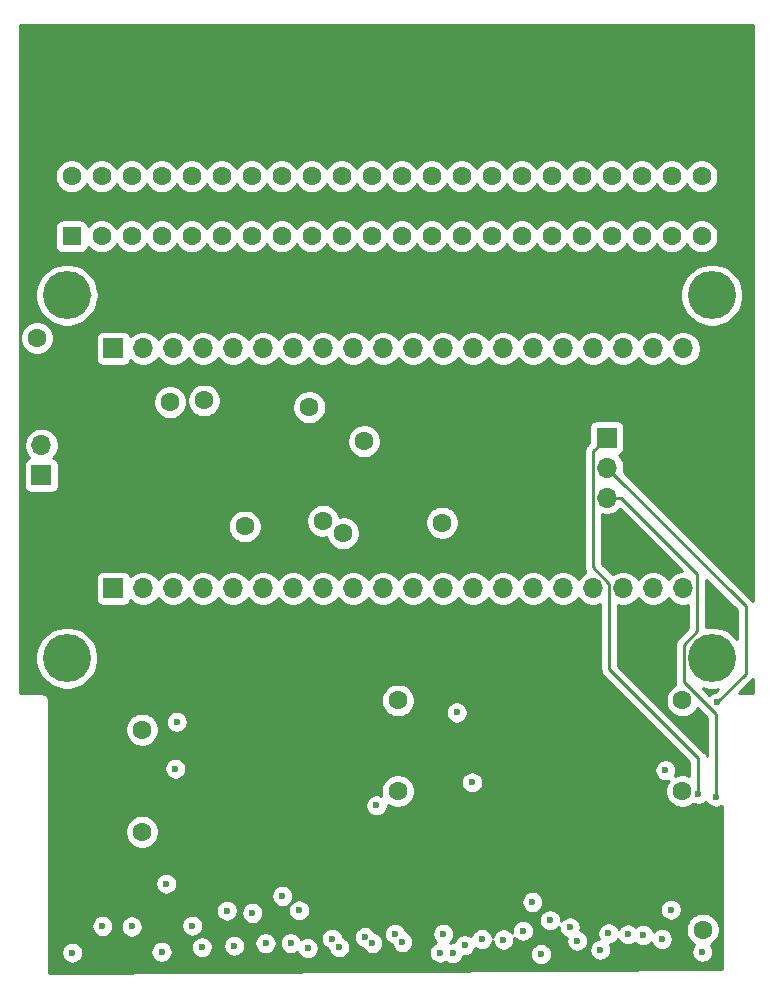
<source format=gbr>
%TF.GenerationSoftware,KiCad,Pcbnew,(5.1.9)-1*%
%TF.CreationDate,2024-11-26T15:48:13-08:00*%
%TF.ProjectId,RADA3K,52414441-334b-42e6-9b69-6361645f7063,rev?*%
%TF.SameCoordinates,Original*%
%TF.FileFunction,Copper,L4,Inr*%
%TF.FilePolarity,Positive*%
%FSLAX46Y46*%
G04 Gerber Fmt 4.6, Leading zero omitted, Abs format (unit mm)*
G04 Created by KiCad (PCBNEW (5.1.9)-1) date 2024-11-26 15:48:13*
%MOMM*%
%LPD*%
G01*
G04 APERTURE LIST*
%TA.AperFunction,ComponentPad*%
%ADD10C,4.064000*%
%TD*%
%TA.AperFunction,ComponentPad*%
%ADD11R,1.700000X1.700000*%
%TD*%
%TA.AperFunction,ComponentPad*%
%ADD12O,1.700000X1.700000*%
%TD*%
%TA.AperFunction,ComponentPad*%
%ADD13C,1.600000*%
%TD*%
%TA.AperFunction,ComponentPad*%
%ADD14R,1.600000X1.600000*%
%TD*%
%TA.AperFunction,ViaPad*%
%ADD15C,1.600000*%
%TD*%
%TA.AperFunction,ViaPad*%
%ADD16C,0.600000*%
%TD*%
%TA.AperFunction,Conductor*%
%ADD17C,0.250000*%
%TD*%
%TA.AperFunction,NonConductor*%
%ADD18C,0.254000*%
%TD*%
%TA.AperFunction,NonConductor*%
%ADD19C,0.100000*%
%TD*%
G04 APERTURE END LIST*
D10*
%TO.N,GND*%
%TO.C,GND*%
X59944000Y-136652000D03*
%TD*%
%TO.N,GND*%
%TO.C,GND*%
X59944000Y-105918000D03*
%TD*%
%TO.N,GND*%
%TO.C,GND*%
X114554000Y-136652000D03*
%TD*%
D11*
%TO.N,+5V*%
%TO.C,J4*%
X57797700Y-121183400D03*
D12*
%TO.N,/FPGA_PWR*%
X57797700Y-118643400D03*
%TD*%
D11*
%TO.N,/_CHAREN*%
%TO.C,J1*%
X105664000Y-117983000D03*
D12*
%TO.N,/_HIRAM*%
X105664000Y-120523000D03*
%TO.N,/_LORAM*%
X105664000Y-123063000D03*
%TD*%
%TO.N,/FPGA__CHAREN*%
%TO.C,J3*%
X112141000Y-110439200D03*
%TO.N,/FPGA__HIRAM*%
X109601000Y-110439200D03*
%TO.N,/FPGA__LORAM*%
X107061000Y-110439200D03*
%TO.N,/FPGA_D0*%
X104521000Y-110439200D03*
%TO.N,Net-(J3-Pad16)*%
X101981000Y-110439200D03*
%TO.N,GND*%
X99441000Y-110439200D03*
%TO.N,/FPGA_A0*%
X96901000Y-110439200D03*
%TO.N,/FPGA_D1*%
X94361000Y-110439200D03*
%TO.N,/FPGA_A1*%
X91821000Y-110439200D03*
%TO.N,/FPGA_A2*%
X89281000Y-110439200D03*
%TO.N,/FPGA_A3*%
X86741000Y-110439200D03*
%TO.N,/FPGA_A4*%
X84201000Y-110439200D03*
%TO.N,/FPGA_A5*%
X81661000Y-110439200D03*
%TO.N,/FPGA_A6*%
X79121000Y-110439200D03*
%TO.N,/FPGA_A7*%
X76581000Y-110439200D03*
%TO.N,/CLK0*%
X74041000Y-110439200D03*
%TO.N,/SDA*%
X71501000Y-110439200D03*
%TO.N,/SCL*%
X68961000Y-110439200D03*
%TO.N,GND*%
X66421000Y-110439200D03*
D11*
%TO.N,/FPGA_PWR*%
X63881000Y-110439200D03*
%TD*%
D12*
%TO.N,GND*%
%TO.C,J2*%
X112141000Y-130759200D03*
%TO.N,Net-(J2-Pad19)*%
X109601000Y-130759200D03*
%TO.N,/FPGA_D2*%
X107061000Y-130759200D03*
%TO.N,/FPGA_D3*%
X104521000Y-130759200D03*
%TO.N,/FPGA_D4*%
X101981000Y-130759200D03*
%TO.N,/FPGA_D5*%
X99441000Y-130759200D03*
%TO.N,/FPGA_D6*%
X96901000Y-130759200D03*
%TO.N,/FPGA_D7*%
X94361000Y-130759200D03*
%TO.N,/FPGA_A8*%
X91821000Y-130759200D03*
%TO.N,/FPGA_A9*%
X89281000Y-130759200D03*
%TO.N,/FPGA_BA*%
X86741000Y-130759200D03*
%TO.N,/FPGA_A10*%
X84201000Y-130759200D03*
%TO.N,/FPGA_A11*%
X81661000Y-130759200D03*
%TO.N,/FPGA_A12*%
X79121000Y-130759200D03*
%TO.N,/FPGA_A13*%
X76581000Y-130759200D03*
%TO.N,/FPGA_A14*%
X74041000Y-130759200D03*
%TO.N,/FPGA_A15*%
X71501000Y-130759200D03*
%TO.N,/FPGA_PHI2*%
X68961000Y-130759200D03*
%TO.N,/FPGA_R__W*%
X66421000Y-130759200D03*
D11*
%TO.N,/FPGA__RST*%
X63881000Y-130759200D03*
%TD*%
D13*
%TO.N,GND*%
%TO.C,J5*%
X113690400Y-95872300D03*
%TO.N,/A0*%
X111150400Y-95872300D03*
%TO.N,/A1*%
X108610400Y-95872300D03*
%TO.N,/A2*%
X106070400Y-95872300D03*
%TO.N,/A3*%
X103530400Y-95872300D03*
%TO.N,/A4*%
X100990400Y-95872300D03*
%TO.N,/A5*%
X98450400Y-95872300D03*
%TO.N,/A6*%
X95910400Y-95872300D03*
%TO.N,/A7*%
X93370400Y-95872300D03*
%TO.N,/A8*%
X90830400Y-95872300D03*
%TO.N,/A9*%
X88290400Y-95872300D03*
%TO.N,/A10*%
X85750400Y-95872300D03*
%TO.N,/A11*%
X83210400Y-95872300D03*
%TO.N,/A12*%
X80670400Y-95872300D03*
%TO.N,/A13*%
X78130400Y-95872300D03*
%TO.N,/A14*%
X75590400Y-95872300D03*
%TO.N,/A15*%
X73050400Y-95872300D03*
%TO.N,/PHI2*%
X70510400Y-95872300D03*
%TO.N,/_NMI*%
X67970400Y-95872300D03*
%TO.N,/_RST*%
X65430400Y-95872300D03*
%TO.N,/_ROMH*%
X62890400Y-95872300D03*
%TO.N,GND*%
X60350400Y-95872300D03*
X113690400Y-100952300D03*
%TO.N,/D0*%
X111150400Y-100952300D03*
%TO.N,/D1*%
X108610400Y-100952300D03*
%TO.N,/D2*%
X106070400Y-100952300D03*
%TO.N,/D3*%
X103530400Y-100952300D03*
%TO.N,/D4*%
X100990400Y-100952300D03*
%TO.N,/D5*%
X98450400Y-100952300D03*
%TO.N,/D6*%
X95910400Y-100952300D03*
%TO.N,/D7*%
X93370400Y-100952300D03*
%TO.N,/_DMA*%
X90830400Y-100952300D03*
%TO.N,/BA*%
X88290400Y-100952300D03*
%TO.N,/_ROML*%
X85750400Y-100952300D03*
%TO.N,/_IO2*%
X83210400Y-100952300D03*
%TO.N,/_EXROM*%
X80670400Y-100952300D03*
%TO.N,/_GAME*%
X78130400Y-100952300D03*
%TO.N,/_IO1*%
X75590400Y-100952300D03*
%TO.N,/DOT_CLK*%
X73050400Y-100952300D03*
%TO.N,/R__W*%
X70510400Y-100952300D03*
%TO.N,/_IRQ*%
X67970400Y-100952300D03*
%TO.N,+5V*%
X65430400Y-100952300D03*
D14*
%TO.N,GND*%
X60350400Y-100952300D03*
D13*
%TO.N,+5V*%
X62890400Y-100952300D03*
%TD*%
D10*
%TO.N,GND*%
%TO.C,GND*%
X114554000Y-105918000D03*
%TD*%
D15*
%TO.N,GND*%
X113779300Y-159651700D03*
D16*
X60413900Y-161594800D03*
X110636400Y-146152300D03*
X69146400Y-146012300D03*
X94259400Y-147180300D03*
X92956400Y-141262300D03*
X86169500Y-149136100D03*
X69256400Y-142052300D03*
D15*
X66306700Y-151358600D03*
X87972900Y-140246100D03*
X112077500Y-140246100D03*
D16*
X113753900Y-161531300D03*
D15*
X57416700Y-109562900D03*
X75006200Y-125514100D03*
X85128100Y-118300500D03*
X81648300Y-125031500D03*
X91732100Y-125183900D03*
%TO.N,+3V3*%
X112064800Y-147916900D03*
X66332100Y-142709900D03*
X87972900Y-147916900D03*
X68694300Y-114998500D03*
X83324700Y-126085600D03*
X71564500Y-114846100D03*
X80479900Y-115417600D03*
D16*
%TO.N,/A8*%
X91528900Y-161594800D03*
%TO.N,/A0*%
X110326400Y-160442300D03*
%TO.N,/A9*%
X88366400Y-160692300D03*
%TO.N,/A1*%
X107466400Y-160052300D03*
%TO.N,/A10*%
X85816400Y-160772300D03*
%TO.N,/A2*%
X105106400Y-161362300D03*
%TO.N,/A3*%
X102536400Y-159452300D03*
%TO.N,/A15*%
X74126400Y-161012300D03*
%TO.N,/A7*%
X92608400Y-161658300D03*
%TO.N,/A14*%
X76776400Y-160792300D03*
%TO.N,/A6*%
X95084900Y-160451800D03*
%TO.N,/A13*%
X78906400Y-160802300D03*
%TO.N,/A5*%
X98577400Y-159753300D03*
%TO.N,/A12*%
X80352900Y-161213800D03*
%TO.N,/A4*%
X100101400Y-161721800D03*
%TO.N,/A11*%
X83019900Y-161150300D03*
%TO.N,/D0*%
X111086900Y-157962600D03*
%TO.N,/D1*%
X108736400Y-160107900D03*
%TO.N,/D2*%
X105811320Y-159961580D03*
%TO.N,/D3*%
X103168310Y-160597710D03*
%TO.N,/D4*%
X100861400Y-158857950D03*
%TO.N,/D5*%
X99375400Y-157304300D03*
%TO.N,/D6*%
X96918349Y-160487349D03*
%TO.N,/D7*%
X93638149Y-160973549D03*
%TO.N,/_ROMH*%
X62956400Y-159332300D03*
%TO.N,/R__W*%
X70573900Y-159308800D03*
%TO.N,/_IRQ*%
X68359850Y-155748850D03*
%TO.N,/_RST*%
X65436400Y-159382300D03*
%TO.N,/PHI2*%
X71386400Y-161132300D03*
%TO.N,/_NMI*%
X67970400Y-161531300D03*
%TO.N,/DOT_CLK*%
X73501399Y-158044471D03*
%TO.N,/_IO1*%
X75653900Y-158232900D03*
%TO.N,/_GAME*%
X78193900Y-156794200D03*
%TO.N,/_EXROM*%
X79616400Y-158026000D03*
%TO.N,/_IO2*%
X82394899Y-160416401D03*
%TO.N,/_ROML*%
X85184764Y-160281342D03*
%TO.N,/BA*%
X87741399Y-160010201D03*
%TO.N,/_DMA*%
X91824850Y-160023850D03*
%TO.N,/_HIRAM*%
X114998500Y-140411200D03*
%TO.N,/_LORAM*%
X114914000Y-148383000D03*
%TO.N,/_CHAREN*%
X113423700Y-148145500D03*
%TD*%
D17*
%TO.N,GND*%
X91732100Y-124904500D02*
X91732100Y-125183900D01*
X59944000Y-105918000D02*
X61899800Y-105918000D01*
%TO.N,/_HIRAM*%
X105664000Y-120523000D02*
X117424200Y-132283200D01*
X117424200Y-137985500D02*
X114998500Y-140411200D01*
X117424200Y-132283200D02*
X117424200Y-137985500D01*
%TO.N,/_LORAM*%
X112196999Y-138700597D02*
X114914000Y-141417598D01*
X112196999Y-135520639D02*
X112196999Y-138700597D01*
X114914000Y-141417598D02*
X114914000Y-148383000D01*
X113316001Y-134401637D02*
X112196999Y-135520639D01*
X106866081Y-123063000D02*
X113316001Y-129512920D01*
X113316001Y-129512920D02*
X113316001Y-134401637D01*
X105664000Y-123063000D02*
X106866081Y-123063000D01*
%TO.N,/_CHAREN*%
X105885999Y-130385197D02*
X105885999Y-137610599D01*
X104488999Y-128988197D02*
X105885999Y-130385197D01*
X104488999Y-119158001D02*
X104488999Y-128988197D01*
X105664000Y-117983000D02*
X104488999Y-119158001D01*
X113423700Y-145148300D02*
X113423700Y-148145500D01*
X105885999Y-137610599D02*
X113423700Y-145148300D01*
%TD*%
D18*
X118060400Y-131861218D02*
X118059174Y-131858924D01*
X117964201Y-131743199D01*
X117935204Y-131719402D01*
X107105209Y-120889408D01*
X107149000Y-120669260D01*
X107149000Y-120376740D01*
X107091932Y-120089842D01*
X106979990Y-119819589D01*
X106817475Y-119576368D01*
X106685620Y-119444513D01*
X106758180Y-119422502D01*
X106868494Y-119363537D01*
X106965185Y-119284185D01*
X107044537Y-119187494D01*
X107103502Y-119077180D01*
X107139812Y-118957482D01*
X107152072Y-118833000D01*
X107152072Y-117133000D01*
X107139812Y-117008518D01*
X107103502Y-116888820D01*
X107044537Y-116778506D01*
X106965185Y-116681815D01*
X106868494Y-116602463D01*
X106758180Y-116543498D01*
X106638482Y-116507188D01*
X106514000Y-116494928D01*
X104814000Y-116494928D01*
X104689518Y-116507188D01*
X104569820Y-116543498D01*
X104459506Y-116602463D01*
X104362815Y-116681815D01*
X104283463Y-116778506D01*
X104224498Y-116888820D01*
X104188188Y-117008518D01*
X104175928Y-117133000D01*
X104175928Y-118396271D01*
X103978002Y-118594197D01*
X103948998Y-118618000D01*
X103893870Y-118685175D01*
X103854025Y-118733725D01*
X103824127Y-118789660D01*
X103783453Y-118865755D01*
X103739996Y-119009016D01*
X103728999Y-119120669D01*
X103728999Y-119120679D01*
X103725323Y-119158001D01*
X103728999Y-119195323D01*
X103729000Y-128950865D01*
X103725323Y-128988197D01*
X103739997Y-129137182D01*
X103783453Y-129280443D01*
X103854025Y-129412473D01*
X103863607Y-129424149D01*
X103817589Y-129443210D01*
X103574368Y-129605725D01*
X103367525Y-129812568D01*
X103251000Y-129986960D01*
X103134475Y-129812568D01*
X102927632Y-129605725D01*
X102684411Y-129443210D01*
X102414158Y-129331268D01*
X102127260Y-129274200D01*
X101834740Y-129274200D01*
X101547842Y-129331268D01*
X101277589Y-129443210D01*
X101034368Y-129605725D01*
X100827525Y-129812568D01*
X100711000Y-129986960D01*
X100594475Y-129812568D01*
X100387632Y-129605725D01*
X100144411Y-129443210D01*
X99874158Y-129331268D01*
X99587260Y-129274200D01*
X99294740Y-129274200D01*
X99007842Y-129331268D01*
X98737589Y-129443210D01*
X98494368Y-129605725D01*
X98287525Y-129812568D01*
X98171000Y-129986960D01*
X98054475Y-129812568D01*
X97847632Y-129605725D01*
X97604411Y-129443210D01*
X97334158Y-129331268D01*
X97047260Y-129274200D01*
X96754740Y-129274200D01*
X96467842Y-129331268D01*
X96197589Y-129443210D01*
X95954368Y-129605725D01*
X95747525Y-129812568D01*
X95631000Y-129986960D01*
X95514475Y-129812568D01*
X95307632Y-129605725D01*
X95064411Y-129443210D01*
X94794158Y-129331268D01*
X94507260Y-129274200D01*
X94214740Y-129274200D01*
X93927842Y-129331268D01*
X93657589Y-129443210D01*
X93414368Y-129605725D01*
X93207525Y-129812568D01*
X93091000Y-129986960D01*
X92974475Y-129812568D01*
X92767632Y-129605725D01*
X92524411Y-129443210D01*
X92254158Y-129331268D01*
X91967260Y-129274200D01*
X91674740Y-129274200D01*
X91387842Y-129331268D01*
X91117589Y-129443210D01*
X90874368Y-129605725D01*
X90667525Y-129812568D01*
X90551000Y-129986960D01*
X90434475Y-129812568D01*
X90227632Y-129605725D01*
X89984411Y-129443210D01*
X89714158Y-129331268D01*
X89427260Y-129274200D01*
X89134740Y-129274200D01*
X88847842Y-129331268D01*
X88577589Y-129443210D01*
X88334368Y-129605725D01*
X88127525Y-129812568D01*
X88011000Y-129986960D01*
X87894475Y-129812568D01*
X87687632Y-129605725D01*
X87444411Y-129443210D01*
X87174158Y-129331268D01*
X86887260Y-129274200D01*
X86594740Y-129274200D01*
X86307842Y-129331268D01*
X86037589Y-129443210D01*
X85794368Y-129605725D01*
X85587525Y-129812568D01*
X85471000Y-129986960D01*
X85354475Y-129812568D01*
X85147632Y-129605725D01*
X84904411Y-129443210D01*
X84634158Y-129331268D01*
X84347260Y-129274200D01*
X84054740Y-129274200D01*
X83767842Y-129331268D01*
X83497589Y-129443210D01*
X83254368Y-129605725D01*
X83047525Y-129812568D01*
X82931000Y-129986960D01*
X82814475Y-129812568D01*
X82607632Y-129605725D01*
X82364411Y-129443210D01*
X82094158Y-129331268D01*
X81807260Y-129274200D01*
X81514740Y-129274200D01*
X81227842Y-129331268D01*
X80957589Y-129443210D01*
X80714368Y-129605725D01*
X80507525Y-129812568D01*
X80391000Y-129986960D01*
X80274475Y-129812568D01*
X80067632Y-129605725D01*
X79824411Y-129443210D01*
X79554158Y-129331268D01*
X79267260Y-129274200D01*
X78974740Y-129274200D01*
X78687842Y-129331268D01*
X78417589Y-129443210D01*
X78174368Y-129605725D01*
X77967525Y-129812568D01*
X77851000Y-129986960D01*
X77734475Y-129812568D01*
X77527632Y-129605725D01*
X77284411Y-129443210D01*
X77014158Y-129331268D01*
X76727260Y-129274200D01*
X76434740Y-129274200D01*
X76147842Y-129331268D01*
X75877589Y-129443210D01*
X75634368Y-129605725D01*
X75427525Y-129812568D01*
X75311000Y-129986960D01*
X75194475Y-129812568D01*
X74987632Y-129605725D01*
X74744411Y-129443210D01*
X74474158Y-129331268D01*
X74187260Y-129274200D01*
X73894740Y-129274200D01*
X73607842Y-129331268D01*
X73337589Y-129443210D01*
X73094368Y-129605725D01*
X72887525Y-129812568D01*
X72771000Y-129986960D01*
X72654475Y-129812568D01*
X72447632Y-129605725D01*
X72204411Y-129443210D01*
X71934158Y-129331268D01*
X71647260Y-129274200D01*
X71354740Y-129274200D01*
X71067842Y-129331268D01*
X70797589Y-129443210D01*
X70554368Y-129605725D01*
X70347525Y-129812568D01*
X70231000Y-129986960D01*
X70114475Y-129812568D01*
X69907632Y-129605725D01*
X69664411Y-129443210D01*
X69394158Y-129331268D01*
X69107260Y-129274200D01*
X68814740Y-129274200D01*
X68527842Y-129331268D01*
X68257589Y-129443210D01*
X68014368Y-129605725D01*
X67807525Y-129812568D01*
X67691000Y-129986960D01*
X67574475Y-129812568D01*
X67367632Y-129605725D01*
X67124411Y-129443210D01*
X66854158Y-129331268D01*
X66567260Y-129274200D01*
X66274740Y-129274200D01*
X65987842Y-129331268D01*
X65717589Y-129443210D01*
X65474368Y-129605725D01*
X65342513Y-129737580D01*
X65320502Y-129665020D01*
X65261537Y-129554706D01*
X65182185Y-129458015D01*
X65085494Y-129378663D01*
X64975180Y-129319698D01*
X64855482Y-129283388D01*
X64731000Y-129271128D01*
X63031000Y-129271128D01*
X62906518Y-129283388D01*
X62786820Y-129319698D01*
X62676506Y-129378663D01*
X62579815Y-129458015D01*
X62500463Y-129554706D01*
X62441498Y-129665020D01*
X62405188Y-129784718D01*
X62392928Y-129909200D01*
X62392928Y-131609200D01*
X62405188Y-131733682D01*
X62441498Y-131853380D01*
X62500463Y-131963694D01*
X62579815Y-132060385D01*
X62676506Y-132139737D01*
X62786820Y-132198702D01*
X62906518Y-132235012D01*
X63031000Y-132247272D01*
X64731000Y-132247272D01*
X64855482Y-132235012D01*
X64975180Y-132198702D01*
X65085494Y-132139737D01*
X65182185Y-132060385D01*
X65261537Y-131963694D01*
X65320502Y-131853380D01*
X65342513Y-131780820D01*
X65474368Y-131912675D01*
X65717589Y-132075190D01*
X65987842Y-132187132D01*
X66274740Y-132244200D01*
X66567260Y-132244200D01*
X66854158Y-132187132D01*
X67124411Y-132075190D01*
X67367632Y-131912675D01*
X67574475Y-131705832D01*
X67691000Y-131531440D01*
X67807525Y-131705832D01*
X68014368Y-131912675D01*
X68257589Y-132075190D01*
X68527842Y-132187132D01*
X68814740Y-132244200D01*
X69107260Y-132244200D01*
X69394158Y-132187132D01*
X69664411Y-132075190D01*
X69907632Y-131912675D01*
X70114475Y-131705832D01*
X70231000Y-131531440D01*
X70347525Y-131705832D01*
X70554368Y-131912675D01*
X70797589Y-132075190D01*
X71067842Y-132187132D01*
X71354740Y-132244200D01*
X71647260Y-132244200D01*
X71934158Y-132187132D01*
X72204411Y-132075190D01*
X72447632Y-131912675D01*
X72654475Y-131705832D01*
X72771000Y-131531440D01*
X72887525Y-131705832D01*
X73094368Y-131912675D01*
X73337589Y-132075190D01*
X73607842Y-132187132D01*
X73894740Y-132244200D01*
X74187260Y-132244200D01*
X74474158Y-132187132D01*
X74744411Y-132075190D01*
X74987632Y-131912675D01*
X75194475Y-131705832D01*
X75311000Y-131531440D01*
X75427525Y-131705832D01*
X75634368Y-131912675D01*
X75877589Y-132075190D01*
X76147842Y-132187132D01*
X76434740Y-132244200D01*
X76727260Y-132244200D01*
X77014158Y-132187132D01*
X77284411Y-132075190D01*
X77527632Y-131912675D01*
X77734475Y-131705832D01*
X77851000Y-131531440D01*
X77967525Y-131705832D01*
X78174368Y-131912675D01*
X78417589Y-132075190D01*
X78687842Y-132187132D01*
X78974740Y-132244200D01*
X79267260Y-132244200D01*
X79554158Y-132187132D01*
X79824411Y-132075190D01*
X80067632Y-131912675D01*
X80274475Y-131705832D01*
X80391000Y-131531440D01*
X80507525Y-131705832D01*
X80714368Y-131912675D01*
X80957589Y-132075190D01*
X81227842Y-132187132D01*
X81514740Y-132244200D01*
X81807260Y-132244200D01*
X82094158Y-132187132D01*
X82364411Y-132075190D01*
X82607632Y-131912675D01*
X82814475Y-131705832D01*
X82931000Y-131531440D01*
X83047525Y-131705832D01*
X83254368Y-131912675D01*
X83497589Y-132075190D01*
X83767842Y-132187132D01*
X84054740Y-132244200D01*
X84347260Y-132244200D01*
X84634158Y-132187132D01*
X84904411Y-132075190D01*
X85147632Y-131912675D01*
X85354475Y-131705832D01*
X85471000Y-131531440D01*
X85587525Y-131705832D01*
X85794368Y-131912675D01*
X86037589Y-132075190D01*
X86307842Y-132187132D01*
X86594740Y-132244200D01*
X86887260Y-132244200D01*
X87174158Y-132187132D01*
X87444411Y-132075190D01*
X87687632Y-131912675D01*
X87894475Y-131705832D01*
X88011000Y-131531440D01*
X88127525Y-131705832D01*
X88334368Y-131912675D01*
X88577589Y-132075190D01*
X88847842Y-132187132D01*
X89134740Y-132244200D01*
X89427260Y-132244200D01*
X89714158Y-132187132D01*
X89984411Y-132075190D01*
X90227632Y-131912675D01*
X90434475Y-131705832D01*
X90551000Y-131531440D01*
X90667525Y-131705832D01*
X90874368Y-131912675D01*
X91117589Y-132075190D01*
X91387842Y-132187132D01*
X91674740Y-132244200D01*
X91967260Y-132244200D01*
X92254158Y-132187132D01*
X92524411Y-132075190D01*
X92767632Y-131912675D01*
X92974475Y-131705832D01*
X93091000Y-131531440D01*
X93207525Y-131705832D01*
X93414368Y-131912675D01*
X93657589Y-132075190D01*
X93927842Y-132187132D01*
X94214740Y-132244200D01*
X94507260Y-132244200D01*
X94794158Y-132187132D01*
X95064411Y-132075190D01*
X95307632Y-131912675D01*
X95514475Y-131705832D01*
X95631000Y-131531440D01*
X95747525Y-131705832D01*
X95954368Y-131912675D01*
X96197589Y-132075190D01*
X96467842Y-132187132D01*
X96754740Y-132244200D01*
X97047260Y-132244200D01*
X97334158Y-132187132D01*
X97604411Y-132075190D01*
X97847632Y-131912675D01*
X98054475Y-131705832D01*
X98171000Y-131531440D01*
X98287525Y-131705832D01*
X98494368Y-131912675D01*
X98737589Y-132075190D01*
X99007842Y-132187132D01*
X99294740Y-132244200D01*
X99587260Y-132244200D01*
X99874158Y-132187132D01*
X100144411Y-132075190D01*
X100387632Y-131912675D01*
X100594475Y-131705832D01*
X100711000Y-131531440D01*
X100827525Y-131705832D01*
X101034368Y-131912675D01*
X101277589Y-132075190D01*
X101547842Y-132187132D01*
X101834740Y-132244200D01*
X102127260Y-132244200D01*
X102414158Y-132187132D01*
X102684411Y-132075190D01*
X102927632Y-131912675D01*
X103134475Y-131705832D01*
X103251000Y-131531440D01*
X103367525Y-131705832D01*
X103574368Y-131912675D01*
X103817589Y-132075190D01*
X104087842Y-132187132D01*
X104374740Y-132244200D01*
X104667260Y-132244200D01*
X104954158Y-132187132D01*
X105125999Y-132115953D01*
X105126000Y-137573267D01*
X105122323Y-137610599D01*
X105136997Y-137759584D01*
X105180453Y-137902845D01*
X105251025Y-138034875D01*
X105276260Y-138065623D01*
X105345999Y-138150600D01*
X105374997Y-138174398D01*
X112663700Y-145463102D01*
X112663700Y-146611741D01*
X112483374Y-146537047D01*
X112206135Y-146481900D01*
X111923465Y-146481900D01*
X111646226Y-146537047D01*
X111449345Y-146618598D01*
X111464986Y-146595189D01*
X111535468Y-146425029D01*
X111571400Y-146244389D01*
X111571400Y-146060211D01*
X111535468Y-145879571D01*
X111464986Y-145709411D01*
X111362662Y-145556272D01*
X111232428Y-145426038D01*
X111079289Y-145323714D01*
X110909129Y-145253232D01*
X110728489Y-145217300D01*
X110544311Y-145217300D01*
X110363671Y-145253232D01*
X110193511Y-145323714D01*
X110040372Y-145426038D01*
X109910138Y-145556272D01*
X109807814Y-145709411D01*
X109737332Y-145879571D01*
X109701400Y-146060211D01*
X109701400Y-146244389D01*
X109737332Y-146425029D01*
X109807814Y-146595189D01*
X109910138Y-146748328D01*
X110040372Y-146878562D01*
X110193511Y-146980886D01*
X110363671Y-147051368D01*
X110544311Y-147087300D01*
X110728489Y-147087300D01*
X110909129Y-147051368D01*
X110920386Y-147046705D01*
X110793120Y-147237173D01*
X110684947Y-147498326D01*
X110629800Y-147775565D01*
X110629800Y-148058235D01*
X110684947Y-148335474D01*
X110793120Y-148596627D01*
X110950163Y-148831659D01*
X111150041Y-149031537D01*
X111385073Y-149188580D01*
X111646226Y-149296753D01*
X111923465Y-149351900D01*
X112206135Y-149351900D01*
X112483374Y-149296753D01*
X112744527Y-149188580D01*
X112979559Y-149031537D01*
X113020550Y-148990546D01*
X113150971Y-149044568D01*
X113331611Y-149080500D01*
X113515789Y-149080500D01*
X113696429Y-149044568D01*
X113866589Y-148974086D01*
X114019728Y-148871762D01*
X114079611Y-148811879D01*
X114085414Y-148825889D01*
X114187738Y-148979028D01*
X114317972Y-149109262D01*
X114471111Y-149211586D01*
X114641271Y-149282068D01*
X114821911Y-149318000D01*
X115006089Y-149318000D01*
X115186729Y-149282068D01*
X115356889Y-149211586D01*
X115448901Y-149150106D01*
X115448900Y-162999685D01*
X58464900Y-163299076D01*
X58464900Y-161502711D01*
X59478900Y-161502711D01*
X59478900Y-161686889D01*
X59514832Y-161867529D01*
X59585314Y-162037689D01*
X59687638Y-162190828D01*
X59817872Y-162321062D01*
X59971011Y-162423386D01*
X60141171Y-162493868D01*
X60321811Y-162529800D01*
X60505989Y-162529800D01*
X60686629Y-162493868D01*
X60856789Y-162423386D01*
X61009928Y-162321062D01*
X61140162Y-162190828D01*
X61242486Y-162037689D01*
X61312968Y-161867529D01*
X61348900Y-161686889D01*
X61348900Y-161502711D01*
X61336269Y-161439211D01*
X67035400Y-161439211D01*
X67035400Y-161623389D01*
X67071332Y-161804029D01*
X67141814Y-161974189D01*
X67244138Y-162127328D01*
X67374372Y-162257562D01*
X67527511Y-162359886D01*
X67697671Y-162430368D01*
X67878311Y-162466300D01*
X68062489Y-162466300D01*
X68243129Y-162430368D01*
X68413289Y-162359886D01*
X68566428Y-162257562D01*
X68696662Y-162127328D01*
X68798986Y-161974189D01*
X68869468Y-161804029D01*
X68905400Y-161623389D01*
X68905400Y-161439211D01*
X68869468Y-161258571D01*
X68798986Y-161088411D01*
X68766780Y-161040211D01*
X70451400Y-161040211D01*
X70451400Y-161224389D01*
X70487332Y-161405029D01*
X70557814Y-161575189D01*
X70660138Y-161728328D01*
X70790372Y-161858562D01*
X70943511Y-161960886D01*
X71113671Y-162031368D01*
X71294311Y-162067300D01*
X71478489Y-162067300D01*
X71659129Y-162031368D01*
X71829289Y-161960886D01*
X71982428Y-161858562D01*
X72112662Y-161728328D01*
X72214986Y-161575189D01*
X72285468Y-161405029D01*
X72321400Y-161224389D01*
X72321400Y-161040211D01*
X72297531Y-160920211D01*
X73191400Y-160920211D01*
X73191400Y-161104389D01*
X73227332Y-161285029D01*
X73297814Y-161455189D01*
X73400138Y-161608328D01*
X73530372Y-161738562D01*
X73683511Y-161840886D01*
X73853671Y-161911368D01*
X74034311Y-161947300D01*
X74218489Y-161947300D01*
X74399129Y-161911368D01*
X74569289Y-161840886D01*
X74722428Y-161738562D01*
X74852662Y-161608328D01*
X74954986Y-161455189D01*
X75025468Y-161285029D01*
X75061400Y-161104389D01*
X75061400Y-160920211D01*
X75025468Y-160739571D01*
X75009165Y-160700211D01*
X75841400Y-160700211D01*
X75841400Y-160884389D01*
X75877332Y-161065029D01*
X75947814Y-161235189D01*
X76050138Y-161388328D01*
X76180372Y-161518562D01*
X76333511Y-161620886D01*
X76503671Y-161691368D01*
X76684311Y-161727300D01*
X76868489Y-161727300D01*
X77049129Y-161691368D01*
X77219289Y-161620886D01*
X77372428Y-161518562D01*
X77502662Y-161388328D01*
X77604986Y-161235189D01*
X77675468Y-161065029D01*
X77711400Y-160884389D01*
X77711400Y-160710211D01*
X77971400Y-160710211D01*
X77971400Y-160894389D01*
X78007332Y-161075029D01*
X78077814Y-161245189D01*
X78180138Y-161398328D01*
X78310372Y-161528562D01*
X78463511Y-161630886D01*
X78633671Y-161701368D01*
X78814311Y-161737300D01*
X78998489Y-161737300D01*
X79179129Y-161701368D01*
X79349289Y-161630886D01*
X79478003Y-161544882D01*
X79524314Y-161656689D01*
X79626638Y-161809828D01*
X79756872Y-161940062D01*
X79910011Y-162042386D01*
X80080171Y-162112868D01*
X80260811Y-162148800D01*
X80444989Y-162148800D01*
X80625629Y-162112868D01*
X80795789Y-162042386D01*
X80948928Y-161940062D01*
X81079162Y-161809828D01*
X81181486Y-161656689D01*
X81251968Y-161486529D01*
X81287900Y-161305889D01*
X81287900Y-161121711D01*
X81251968Y-160941071D01*
X81181486Y-160770911D01*
X81079162Y-160617772D01*
X80948928Y-160487538D01*
X80795789Y-160385214D01*
X80648758Y-160324312D01*
X81459899Y-160324312D01*
X81459899Y-160508490D01*
X81495831Y-160689130D01*
X81566313Y-160859290D01*
X81668637Y-161012429D01*
X81798871Y-161142663D01*
X81952010Y-161244987D01*
X82097395Y-161305207D01*
X82120832Y-161423029D01*
X82191314Y-161593189D01*
X82293638Y-161746328D01*
X82423872Y-161876562D01*
X82577011Y-161978886D01*
X82747171Y-162049368D01*
X82927811Y-162085300D01*
X83111989Y-162085300D01*
X83292629Y-162049368D01*
X83462789Y-161978886D01*
X83615928Y-161876562D01*
X83746162Y-161746328D01*
X83848486Y-161593189D01*
X83918968Y-161423029D01*
X83954900Y-161242389D01*
X83954900Y-161058211D01*
X83918968Y-160877571D01*
X83848486Y-160707411D01*
X83746162Y-160554272D01*
X83615928Y-160424038D01*
X83462789Y-160321714D01*
X83317404Y-160261494D01*
X83303034Y-160189253D01*
X84249764Y-160189253D01*
X84249764Y-160373431D01*
X84285696Y-160554071D01*
X84356178Y-160724231D01*
X84458502Y-160877370D01*
X84588736Y-161007604D01*
X84741875Y-161109928D01*
X84912035Y-161180410D01*
X84978919Y-161193714D01*
X84987814Y-161215189D01*
X85090138Y-161368328D01*
X85220372Y-161498562D01*
X85373511Y-161600886D01*
X85543671Y-161671368D01*
X85724311Y-161707300D01*
X85908489Y-161707300D01*
X86089129Y-161671368D01*
X86259289Y-161600886D01*
X86412428Y-161498562D01*
X86542662Y-161368328D01*
X86644986Y-161215189D01*
X86715468Y-161045029D01*
X86751400Y-160864389D01*
X86751400Y-160680211D01*
X86715468Y-160499571D01*
X86644986Y-160329411D01*
X86542662Y-160176272D01*
X86412428Y-160046038D01*
X86259289Y-159943714D01*
X86197480Y-159918112D01*
X86806399Y-159918112D01*
X86806399Y-160102290D01*
X86842331Y-160282930D01*
X86912813Y-160453090D01*
X87015137Y-160606229D01*
X87145371Y-160736463D01*
X87298510Y-160838787D01*
X87455124Y-160903658D01*
X87467332Y-160965029D01*
X87537814Y-161135189D01*
X87640138Y-161288328D01*
X87770372Y-161418562D01*
X87923511Y-161520886D01*
X88093671Y-161591368D01*
X88274311Y-161627300D01*
X88458489Y-161627300D01*
X88639129Y-161591368D01*
X88809289Y-161520886D01*
X88836489Y-161502711D01*
X90593900Y-161502711D01*
X90593900Y-161686889D01*
X90629832Y-161867529D01*
X90700314Y-162037689D01*
X90802638Y-162190828D01*
X90932872Y-162321062D01*
X91086011Y-162423386D01*
X91256171Y-162493868D01*
X91436811Y-162529800D01*
X91620989Y-162529800D01*
X91801629Y-162493868D01*
X91971789Y-162423386D01*
X92021133Y-162390416D01*
X92165511Y-162486886D01*
X92335671Y-162557368D01*
X92516311Y-162593300D01*
X92700489Y-162593300D01*
X92881129Y-162557368D01*
X93051289Y-162486886D01*
X93204428Y-162384562D01*
X93334662Y-162254328D01*
X93436986Y-162101189D01*
X93507468Y-161931029D01*
X93513238Y-161902020D01*
X93546060Y-161908549D01*
X93730238Y-161908549D01*
X93910878Y-161872617D01*
X94081038Y-161802135D01*
X94234177Y-161699811D01*
X94304277Y-161629711D01*
X99166400Y-161629711D01*
X99166400Y-161813889D01*
X99202332Y-161994529D01*
X99272814Y-162164689D01*
X99375138Y-162317828D01*
X99505372Y-162448062D01*
X99658511Y-162550386D01*
X99828671Y-162620868D01*
X100009311Y-162656800D01*
X100193489Y-162656800D01*
X100374129Y-162620868D01*
X100544289Y-162550386D01*
X100697428Y-162448062D01*
X100827662Y-162317828D01*
X100929986Y-162164689D01*
X101000468Y-161994529D01*
X101036400Y-161813889D01*
X101036400Y-161629711D01*
X101000468Y-161449071D01*
X100929986Y-161278911D01*
X100827662Y-161125772D01*
X100697428Y-160995538D01*
X100544289Y-160893214D01*
X100374129Y-160822732D01*
X100193489Y-160786800D01*
X100009311Y-160786800D01*
X99828671Y-160822732D01*
X99658511Y-160893214D01*
X99505372Y-160995538D01*
X99375138Y-161125772D01*
X99272814Y-161278911D01*
X99202332Y-161449071D01*
X99166400Y-161629711D01*
X94304277Y-161629711D01*
X94364411Y-161569577D01*
X94466735Y-161416438D01*
X94537217Y-161246278D01*
X94543523Y-161214578D01*
X94642011Y-161280386D01*
X94812171Y-161350868D01*
X94992811Y-161386800D01*
X95176989Y-161386800D01*
X95357629Y-161350868D01*
X95527789Y-161280386D01*
X95680928Y-161178062D01*
X95811162Y-161047828D01*
X95913486Y-160894689D01*
X95983968Y-160724529D01*
X95998089Y-160653539D01*
X96019281Y-160760078D01*
X96089763Y-160930238D01*
X96192087Y-161083377D01*
X96322321Y-161213611D01*
X96475460Y-161315935D01*
X96645620Y-161386417D01*
X96826260Y-161422349D01*
X97010438Y-161422349D01*
X97191078Y-161386417D01*
X97361238Y-161315935D01*
X97514377Y-161213611D01*
X97644611Y-161083377D01*
X97746935Y-160930238D01*
X97817417Y-160760078D01*
X97853349Y-160579438D01*
X97853349Y-160395260D01*
X97841277Y-160334570D01*
X97851138Y-160349328D01*
X97981372Y-160479562D01*
X98134511Y-160581886D01*
X98304671Y-160652368D01*
X98485311Y-160688300D01*
X98669489Y-160688300D01*
X98850129Y-160652368D01*
X99020289Y-160581886D01*
X99173428Y-160479562D01*
X99303662Y-160349328D01*
X99405986Y-160196189D01*
X99476468Y-160026029D01*
X99512400Y-159845389D01*
X99512400Y-159661211D01*
X99476468Y-159480571D01*
X99405986Y-159310411D01*
X99303662Y-159157272D01*
X99173428Y-159027038D01*
X99020289Y-158924714D01*
X98850129Y-158854232D01*
X98669489Y-158818300D01*
X98485311Y-158818300D01*
X98304671Y-158854232D01*
X98134511Y-158924714D01*
X97981372Y-159027038D01*
X97851138Y-159157272D01*
X97748814Y-159310411D01*
X97678332Y-159480571D01*
X97642400Y-159661211D01*
X97642400Y-159845389D01*
X97654472Y-159906079D01*
X97644611Y-159891321D01*
X97514377Y-159761087D01*
X97361238Y-159658763D01*
X97191078Y-159588281D01*
X97010438Y-159552349D01*
X96826260Y-159552349D01*
X96645620Y-159588281D01*
X96475460Y-159658763D01*
X96322321Y-159761087D01*
X96192087Y-159891321D01*
X96089763Y-160044460D01*
X96019281Y-160214620D01*
X96005160Y-160285610D01*
X95983968Y-160179071D01*
X95913486Y-160008911D01*
X95811162Y-159855772D01*
X95680928Y-159725538D01*
X95527789Y-159623214D01*
X95357629Y-159552732D01*
X95176989Y-159516800D01*
X94992811Y-159516800D01*
X94812171Y-159552732D01*
X94642011Y-159623214D01*
X94488872Y-159725538D01*
X94358638Y-159855772D01*
X94256314Y-160008911D01*
X94185832Y-160179071D01*
X94179526Y-160210771D01*
X94081038Y-160144963D01*
X93910878Y-160074481D01*
X93730238Y-160038549D01*
X93546060Y-160038549D01*
X93365420Y-160074481D01*
X93195260Y-160144963D01*
X93042121Y-160247287D01*
X92911887Y-160377521D01*
X92809563Y-160530660D01*
X92739081Y-160700820D01*
X92733311Y-160729829D01*
X92700489Y-160723300D01*
X92516311Y-160723300D01*
X92430651Y-160740339D01*
X92551112Y-160619878D01*
X92653436Y-160466739D01*
X92723918Y-160296579D01*
X92759850Y-160115939D01*
X92759850Y-159931761D01*
X92723918Y-159751121D01*
X92653436Y-159580961D01*
X92551112Y-159427822D01*
X92420878Y-159297588D01*
X92267739Y-159195264D01*
X92097579Y-159124782D01*
X91916939Y-159088850D01*
X91732761Y-159088850D01*
X91552121Y-159124782D01*
X91381961Y-159195264D01*
X91228822Y-159297588D01*
X91098588Y-159427822D01*
X90996264Y-159580961D01*
X90925782Y-159751121D01*
X90889850Y-159931761D01*
X90889850Y-160115939D01*
X90925782Y-160296579D01*
X90996264Y-160466739D01*
X91098588Y-160619878D01*
X91198380Y-160719670D01*
X91086011Y-160766214D01*
X90932872Y-160868538D01*
X90802638Y-160998772D01*
X90700314Y-161151911D01*
X90629832Y-161322071D01*
X90593900Y-161502711D01*
X88836489Y-161502711D01*
X88962428Y-161418562D01*
X89092662Y-161288328D01*
X89194986Y-161135189D01*
X89265468Y-160965029D01*
X89301400Y-160784389D01*
X89301400Y-160600211D01*
X89265468Y-160419571D01*
X89194986Y-160249411D01*
X89092662Y-160096272D01*
X88962428Y-159966038D01*
X88809289Y-159863714D01*
X88652675Y-159798843D01*
X88640467Y-159737472D01*
X88569985Y-159567312D01*
X88467661Y-159414173D01*
X88337427Y-159283939D01*
X88184288Y-159181615D01*
X88014128Y-159111133D01*
X87833488Y-159075201D01*
X87649310Y-159075201D01*
X87468670Y-159111133D01*
X87298510Y-159181615D01*
X87145371Y-159283939D01*
X87015137Y-159414173D01*
X86912813Y-159567312D01*
X86842331Y-159737472D01*
X86806399Y-159918112D01*
X86197480Y-159918112D01*
X86089129Y-159873232D01*
X86022245Y-159859928D01*
X86013350Y-159838453D01*
X85911026Y-159685314D01*
X85780792Y-159555080D01*
X85627653Y-159452756D01*
X85457493Y-159382274D01*
X85276853Y-159346342D01*
X85092675Y-159346342D01*
X84912035Y-159382274D01*
X84741875Y-159452756D01*
X84588736Y-159555080D01*
X84458502Y-159685314D01*
X84356178Y-159838453D01*
X84285696Y-160008613D01*
X84249764Y-160189253D01*
X83303034Y-160189253D01*
X83293967Y-160143672D01*
X83223485Y-159973512D01*
X83121161Y-159820373D01*
X82990927Y-159690139D01*
X82837788Y-159587815D01*
X82667628Y-159517333D01*
X82486988Y-159481401D01*
X82302810Y-159481401D01*
X82122170Y-159517333D01*
X81952010Y-159587815D01*
X81798871Y-159690139D01*
X81668637Y-159820373D01*
X81566313Y-159973512D01*
X81495831Y-160143672D01*
X81459899Y-160324312D01*
X80648758Y-160324312D01*
X80625629Y-160314732D01*
X80444989Y-160278800D01*
X80260811Y-160278800D01*
X80080171Y-160314732D01*
X79910011Y-160385214D01*
X79781297Y-160471218D01*
X79734986Y-160359411D01*
X79632662Y-160206272D01*
X79502428Y-160076038D01*
X79349289Y-159973714D01*
X79179129Y-159903232D01*
X78998489Y-159867300D01*
X78814311Y-159867300D01*
X78633671Y-159903232D01*
X78463511Y-159973714D01*
X78310372Y-160076038D01*
X78180138Y-160206272D01*
X78077814Y-160359411D01*
X78007332Y-160529571D01*
X77971400Y-160710211D01*
X77711400Y-160710211D01*
X77711400Y-160700211D01*
X77675468Y-160519571D01*
X77604986Y-160349411D01*
X77502662Y-160196272D01*
X77372428Y-160066038D01*
X77219289Y-159963714D01*
X77049129Y-159893232D01*
X76868489Y-159857300D01*
X76684311Y-159857300D01*
X76503671Y-159893232D01*
X76333511Y-159963714D01*
X76180372Y-160066038D01*
X76050138Y-160196272D01*
X75947814Y-160349411D01*
X75877332Y-160519571D01*
X75841400Y-160700211D01*
X75009165Y-160700211D01*
X74954986Y-160569411D01*
X74852662Y-160416272D01*
X74722428Y-160286038D01*
X74569289Y-160183714D01*
X74399129Y-160113232D01*
X74218489Y-160077300D01*
X74034311Y-160077300D01*
X73853671Y-160113232D01*
X73683511Y-160183714D01*
X73530372Y-160286038D01*
X73400138Y-160416272D01*
X73297814Y-160569411D01*
X73227332Y-160739571D01*
X73191400Y-160920211D01*
X72297531Y-160920211D01*
X72285468Y-160859571D01*
X72214986Y-160689411D01*
X72112662Y-160536272D01*
X71982428Y-160406038D01*
X71829289Y-160303714D01*
X71659129Y-160233232D01*
X71478489Y-160197300D01*
X71294311Y-160197300D01*
X71113671Y-160233232D01*
X70943511Y-160303714D01*
X70790372Y-160406038D01*
X70660138Y-160536272D01*
X70557814Y-160689411D01*
X70487332Y-160859571D01*
X70451400Y-161040211D01*
X68766780Y-161040211D01*
X68696662Y-160935272D01*
X68566428Y-160805038D01*
X68413289Y-160702714D01*
X68243129Y-160632232D01*
X68062489Y-160596300D01*
X67878311Y-160596300D01*
X67697671Y-160632232D01*
X67527511Y-160702714D01*
X67374372Y-160805038D01*
X67244138Y-160935272D01*
X67141814Y-161088411D01*
X67071332Y-161258571D01*
X67035400Y-161439211D01*
X61336269Y-161439211D01*
X61312968Y-161322071D01*
X61242486Y-161151911D01*
X61140162Y-160998772D01*
X61009928Y-160868538D01*
X60856789Y-160766214D01*
X60686629Y-160695732D01*
X60505989Y-160659800D01*
X60321811Y-160659800D01*
X60141171Y-160695732D01*
X59971011Y-160766214D01*
X59817872Y-160868538D01*
X59687638Y-160998772D01*
X59585314Y-161151911D01*
X59514832Y-161322071D01*
X59478900Y-161502711D01*
X58464900Y-161502711D01*
X58464900Y-159240211D01*
X62021400Y-159240211D01*
X62021400Y-159424389D01*
X62057332Y-159605029D01*
X62127814Y-159775189D01*
X62230138Y-159928328D01*
X62360372Y-160058562D01*
X62513511Y-160160886D01*
X62683671Y-160231368D01*
X62864311Y-160267300D01*
X63048489Y-160267300D01*
X63229129Y-160231368D01*
X63399289Y-160160886D01*
X63552428Y-160058562D01*
X63682662Y-159928328D01*
X63784986Y-159775189D01*
X63855468Y-159605029D01*
X63891400Y-159424389D01*
X63891400Y-159290211D01*
X64501400Y-159290211D01*
X64501400Y-159474389D01*
X64537332Y-159655029D01*
X64607814Y-159825189D01*
X64710138Y-159978328D01*
X64840372Y-160108562D01*
X64993511Y-160210886D01*
X65163671Y-160281368D01*
X65344311Y-160317300D01*
X65528489Y-160317300D01*
X65709129Y-160281368D01*
X65879289Y-160210886D01*
X66032428Y-160108562D01*
X66162662Y-159978328D01*
X66264986Y-159825189D01*
X66335468Y-159655029D01*
X66371400Y-159474389D01*
X66371400Y-159290211D01*
X66356780Y-159216711D01*
X69638900Y-159216711D01*
X69638900Y-159400889D01*
X69674832Y-159581529D01*
X69745314Y-159751689D01*
X69847638Y-159904828D01*
X69977872Y-160035062D01*
X70131011Y-160137386D01*
X70301171Y-160207868D01*
X70481811Y-160243800D01*
X70665989Y-160243800D01*
X70846629Y-160207868D01*
X71016789Y-160137386D01*
X71169928Y-160035062D01*
X71300162Y-159904828D01*
X71402486Y-159751689D01*
X71472968Y-159581529D01*
X71508900Y-159400889D01*
X71508900Y-159216711D01*
X71472968Y-159036071D01*
X71402486Y-158865911D01*
X71300162Y-158712772D01*
X71169928Y-158582538D01*
X71016789Y-158480214D01*
X70846629Y-158409732D01*
X70665989Y-158373800D01*
X70481811Y-158373800D01*
X70301171Y-158409732D01*
X70131011Y-158480214D01*
X69977872Y-158582538D01*
X69847638Y-158712772D01*
X69745314Y-158865911D01*
X69674832Y-159036071D01*
X69638900Y-159216711D01*
X66356780Y-159216711D01*
X66335468Y-159109571D01*
X66264986Y-158939411D01*
X66162662Y-158786272D01*
X66032428Y-158656038D01*
X65879289Y-158553714D01*
X65709129Y-158483232D01*
X65528489Y-158447300D01*
X65344311Y-158447300D01*
X65163671Y-158483232D01*
X64993511Y-158553714D01*
X64840372Y-158656038D01*
X64710138Y-158786272D01*
X64607814Y-158939411D01*
X64537332Y-159109571D01*
X64501400Y-159290211D01*
X63891400Y-159290211D01*
X63891400Y-159240211D01*
X63855468Y-159059571D01*
X63784986Y-158889411D01*
X63682662Y-158736272D01*
X63552428Y-158606038D01*
X63399289Y-158503714D01*
X63229129Y-158433232D01*
X63048489Y-158397300D01*
X62864311Y-158397300D01*
X62683671Y-158433232D01*
X62513511Y-158503714D01*
X62360372Y-158606038D01*
X62230138Y-158736272D01*
X62127814Y-158889411D01*
X62057332Y-159059571D01*
X62021400Y-159240211D01*
X58464900Y-159240211D01*
X58464900Y-157952382D01*
X72566399Y-157952382D01*
X72566399Y-158136560D01*
X72602331Y-158317200D01*
X72672813Y-158487360D01*
X72775137Y-158640499D01*
X72905371Y-158770733D01*
X73058510Y-158873057D01*
X73228670Y-158943539D01*
X73409310Y-158979471D01*
X73593488Y-158979471D01*
X73774128Y-158943539D01*
X73944288Y-158873057D01*
X74097427Y-158770733D01*
X74227661Y-158640499D01*
X74329985Y-158487360D01*
X74400467Y-158317200D01*
X74435553Y-158140811D01*
X74718900Y-158140811D01*
X74718900Y-158324989D01*
X74754832Y-158505629D01*
X74825314Y-158675789D01*
X74927638Y-158828928D01*
X75057872Y-158959162D01*
X75211011Y-159061486D01*
X75381171Y-159131968D01*
X75561811Y-159167900D01*
X75745989Y-159167900D01*
X75926629Y-159131968D01*
X76096789Y-159061486D01*
X76249928Y-158959162D01*
X76380162Y-158828928D01*
X76482486Y-158675789D01*
X76552968Y-158505629D01*
X76588900Y-158324989D01*
X76588900Y-158140811D01*
X76552968Y-157960171D01*
X76542091Y-157933911D01*
X78681400Y-157933911D01*
X78681400Y-158118089D01*
X78717332Y-158298729D01*
X78787814Y-158468889D01*
X78890138Y-158622028D01*
X79020372Y-158752262D01*
X79173511Y-158854586D01*
X79343671Y-158925068D01*
X79524311Y-158961000D01*
X79708489Y-158961000D01*
X79889129Y-158925068D01*
X80059289Y-158854586D01*
X80192075Y-158765861D01*
X99926400Y-158765861D01*
X99926400Y-158950039D01*
X99962332Y-159130679D01*
X100032814Y-159300839D01*
X100135138Y-159453978D01*
X100265372Y-159584212D01*
X100418511Y-159686536D01*
X100588671Y-159757018D01*
X100769311Y-159792950D01*
X100953489Y-159792950D01*
X101134129Y-159757018D01*
X101304289Y-159686536D01*
X101457428Y-159584212D01*
X101587662Y-159453978D01*
X101601400Y-159433418D01*
X101601400Y-159544389D01*
X101637332Y-159725029D01*
X101707814Y-159895189D01*
X101810138Y-160048328D01*
X101940372Y-160178562D01*
X102093511Y-160280886D01*
X102263671Y-160351368D01*
X102263981Y-160351430D01*
X102233310Y-160505621D01*
X102233310Y-160689799D01*
X102269242Y-160870439D01*
X102339724Y-161040599D01*
X102442048Y-161193738D01*
X102572282Y-161323972D01*
X102725421Y-161426296D01*
X102895581Y-161496778D01*
X103076221Y-161532710D01*
X103260399Y-161532710D01*
X103441039Y-161496778D01*
X103611199Y-161426296D01*
X103764338Y-161323972D01*
X103818099Y-161270211D01*
X104171400Y-161270211D01*
X104171400Y-161454389D01*
X104207332Y-161635029D01*
X104277814Y-161805189D01*
X104380138Y-161958328D01*
X104510372Y-162088562D01*
X104663511Y-162190886D01*
X104833671Y-162261368D01*
X105014311Y-162297300D01*
X105198489Y-162297300D01*
X105379129Y-162261368D01*
X105549289Y-162190886D01*
X105702428Y-162088562D01*
X105832662Y-161958328D01*
X105934986Y-161805189D01*
X106005468Y-161635029D01*
X106041400Y-161454389D01*
X106041400Y-161270211D01*
X106005468Y-161089571D01*
X105934986Y-160919411D01*
X105917816Y-160893714D01*
X106084049Y-160860648D01*
X106254209Y-160790166D01*
X106407348Y-160687842D01*
X106537582Y-160557608D01*
X106615418Y-160441119D01*
X106637814Y-160495189D01*
X106740138Y-160648328D01*
X106870372Y-160778562D01*
X107023511Y-160880886D01*
X107193671Y-160951368D01*
X107374311Y-160987300D01*
X107558489Y-160987300D01*
X107739129Y-160951368D01*
X107909289Y-160880886D01*
X108062428Y-160778562D01*
X108073600Y-160767390D01*
X108140372Y-160834162D01*
X108293511Y-160936486D01*
X108463671Y-161006968D01*
X108644311Y-161042900D01*
X108828489Y-161042900D01*
X109009129Y-161006968D01*
X109179289Y-160936486D01*
X109332428Y-160834162D01*
X109434428Y-160732162D01*
X109497814Y-160885189D01*
X109600138Y-161038328D01*
X109730372Y-161168562D01*
X109883511Y-161270886D01*
X110053671Y-161341368D01*
X110234311Y-161377300D01*
X110418489Y-161377300D01*
X110599129Y-161341368D01*
X110769289Y-161270886D01*
X110922428Y-161168562D01*
X111052662Y-161038328D01*
X111154986Y-160885189D01*
X111225468Y-160715029D01*
X111261400Y-160534389D01*
X111261400Y-160350211D01*
X111225468Y-160169571D01*
X111154986Y-159999411D01*
X111052662Y-159846272D01*
X110922428Y-159716038D01*
X110769289Y-159613714D01*
X110599129Y-159543232D01*
X110433898Y-159510365D01*
X112344300Y-159510365D01*
X112344300Y-159793035D01*
X112399447Y-160070274D01*
X112507620Y-160331427D01*
X112664663Y-160566459D01*
X112864541Y-160766337D01*
X113063580Y-160899330D01*
X113027638Y-160935272D01*
X112925314Y-161088411D01*
X112854832Y-161258571D01*
X112818900Y-161439211D01*
X112818900Y-161623389D01*
X112854832Y-161804029D01*
X112925314Y-161974189D01*
X113027638Y-162127328D01*
X113157872Y-162257562D01*
X113311011Y-162359886D01*
X113481171Y-162430368D01*
X113661811Y-162466300D01*
X113845989Y-162466300D01*
X114026629Y-162430368D01*
X114196789Y-162359886D01*
X114349928Y-162257562D01*
X114480162Y-162127328D01*
X114582486Y-161974189D01*
X114652968Y-161804029D01*
X114688900Y-161623389D01*
X114688900Y-161439211D01*
X114652968Y-161258571D01*
X114582486Y-161088411D01*
X114480162Y-160935272D01*
X114464568Y-160919678D01*
X114694059Y-160766337D01*
X114893937Y-160566459D01*
X115050980Y-160331427D01*
X115159153Y-160070274D01*
X115214300Y-159793035D01*
X115214300Y-159510365D01*
X115159153Y-159233126D01*
X115050980Y-158971973D01*
X114893937Y-158736941D01*
X114694059Y-158537063D01*
X114459027Y-158380020D01*
X114197874Y-158271847D01*
X113920635Y-158216700D01*
X113637965Y-158216700D01*
X113360726Y-158271847D01*
X113099573Y-158380020D01*
X112864541Y-158537063D01*
X112664663Y-158736941D01*
X112507620Y-158971973D01*
X112399447Y-159233126D01*
X112344300Y-159510365D01*
X110433898Y-159510365D01*
X110418489Y-159507300D01*
X110234311Y-159507300D01*
X110053671Y-159543232D01*
X109883511Y-159613714D01*
X109730372Y-159716038D01*
X109628372Y-159818038D01*
X109564986Y-159665011D01*
X109462662Y-159511872D01*
X109332428Y-159381638D01*
X109179289Y-159279314D01*
X109009129Y-159208832D01*
X108828489Y-159172900D01*
X108644311Y-159172900D01*
X108463671Y-159208832D01*
X108293511Y-159279314D01*
X108140372Y-159381638D01*
X108129200Y-159392810D01*
X108062428Y-159326038D01*
X107909289Y-159223714D01*
X107739129Y-159153232D01*
X107558489Y-159117300D01*
X107374311Y-159117300D01*
X107193671Y-159153232D01*
X107023511Y-159223714D01*
X106870372Y-159326038D01*
X106740138Y-159456272D01*
X106662302Y-159572761D01*
X106639906Y-159518691D01*
X106537582Y-159365552D01*
X106407348Y-159235318D01*
X106254209Y-159132994D01*
X106084049Y-159062512D01*
X105903409Y-159026580D01*
X105719231Y-159026580D01*
X105538591Y-159062512D01*
X105368431Y-159132994D01*
X105215292Y-159235318D01*
X105085058Y-159365552D01*
X104982734Y-159518691D01*
X104912252Y-159688851D01*
X104876320Y-159869491D01*
X104876320Y-160053669D01*
X104912252Y-160234309D01*
X104982734Y-160404469D01*
X104999904Y-160430166D01*
X104833671Y-160463232D01*
X104663511Y-160533714D01*
X104510372Y-160636038D01*
X104380138Y-160766272D01*
X104277814Y-160919411D01*
X104207332Y-161089571D01*
X104171400Y-161270211D01*
X103818099Y-161270211D01*
X103894572Y-161193738D01*
X103996896Y-161040599D01*
X104067378Y-160870439D01*
X104103310Y-160689799D01*
X104103310Y-160505621D01*
X104067378Y-160324981D01*
X103996896Y-160154821D01*
X103894572Y-160001682D01*
X103764338Y-159871448D01*
X103611199Y-159769124D01*
X103441039Y-159698642D01*
X103440729Y-159698580D01*
X103471400Y-159544389D01*
X103471400Y-159360211D01*
X103435468Y-159179571D01*
X103364986Y-159009411D01*
X103262662Y-158856272D01*
X103132428Y-158726038D01*
X102979289Y-158623714D01*
X102809129Y-158553232D01*
X102628489Y-158517300D01*
X102444311Y-158517300D01*
X102263671Y-158553232D01*
X102093511Y-158623714D01*
X101940372Y-158726038D01*
X101810138Y-158856272D01*
X101796400Y-158876832D01*
X101796400Y-158765861D01*
X101760468Y-158585221D01*
X101689986Y-158415061D01*
X101587662Y-158261922D01*
X101457428Y-158131688D01*
X101304289Y-158029364D01*
X101134129Y-157958882D01*
X100953489Y-157922950D01*
X100769311Y-157922950D01*
X100588671Y-157958882D01*
X100418511Y-158029364D01*
X100265372Y-158131688D01*
X100135138Y-158261922D01*
X100032814Y-158415061D01*
X99962332Y-158585221D01*
X99926400Y-158765861D01*
X80192075Y-158765861D01*
X80212428Y-158752262D01*
X80342662Y-158622028D01*
X80444986Y-158468889D01*
X80515468Y-158298729D01*
X80551400Y-158118089D01*
X80551400Y-157933911D01*
X80515468Y-157753271D01*
X80444986Y-157583111D01*
X80342662Y-157429972D01*
X80212428Y-157299738D01*
X80081435Y-157212211D01*
X98440400Y-157212211D01*
X98440400Y-157396389D01*
X98476332Y-157577029D01*
X98546814Y-157747189D01*
X98649138Y-157900328D01*
X98779372Y-158030562D01*
X98932511Y-158132886D01*
X99102671Y-158203368D01*
X99283311Y-158239300D01*
X99467489Y-158239300D01*
X99648129Y-158203368D01*
X99818289Y-158132886D01*
X99971428Y-158030562D01*
X100101662Y-157900328D01*
X100121585Y-157870511D01*
X110151900Y-157870511D01*
X110151900Y-158054689D01*
X110187832Y-158235329D01*
X110258314Y-158405489D01*
X110360638Y-158558628D01*
X110490872Y-158688862D01*
X110644011Y-158791186D01*
X110814171Y-158861668D01*
X110994811Y-158897600D01*
X111178989Y-158897600D01*
X111359629Y-158861668D01*
X111529789Y-158791186D01*
X111682928Y-158688862D01*
X111813162Y-158558628D01*
X111915486Y-158405489D01*
X111985968Y-158235329D01*
X112021900Y-158054689D01*
X112021900Y-157870511D01*
X111985968Y-157689871D01*
X111915486Y-157519711D01*
X111813162Y-157366572D01*
X111682928Y-157236338D01*
X111529789Y-157134014D01*
X111359629Y-157063532D01*
X111178989Y-157027600D01*
X110994811Y-157027600D01*
X110814171Y-157063532D01*
X110644011Y-157134014D01*
X110490872Y-157236338D01*
X110360638Y-157366572D01*
X110258314Y-157519711D01*
X110187832Y-157689871D01*
X110151900Y-157870511D01*
X100121585Y-157870511D01*
X100203986Y-157747189D01*
X100274468Y-157577029D01*
X100310400Y-157396389D01*
X100310400Y-157212211D01*
X100274468Y-157031571D01*
X100203986Y-156861411D01*
X100101662Y-156708272D01*
X99971428Y-156578038D01*
X99818289Y-156475714D01*
X99648129Y-156405232D01*
X99467489Y-156369300D01*
X99283311Y-156369300D01*
X99102671Y-156405232D01*
X98932511Y-156475714D01*
X98779372Y-156578038D01*
X98649138Y-156708272D01*
X98546814Y-156861411D01*
X98476332Y-157031571D01*
X98440400Y-157212211D01*
X80081435Y-157212211D01*
X80059289Y-157197414D01*
X79889129Y-157126932D01*
X79708489Y-157091000D01*
X79524311Y-157091000D01*
X79343671Y-157126932D01*
X79173511Y-157197414D01*
X79020372Y-157299738D01*
X78890138Y-157429972D01*
X78787814Y-157583111D01*
X78717332Y-157753271D01*
X78681400Y-157933911D01*
X76542091Y-157933911D01*
X76482486Y-157790011D01*
X76380162Y-157636872D01*
X76249928Y-157506638D01*
X76096789Y-157404314D01*
X75926629Y-157333832D01*
X75745989Y-157297900D01*
X75561811Y-157297900D01*
X75381171Y-157333832D01*
X75211011Y-157404314D01*
X75057872Y-157506638D01*
X74927638Y-157636872D01*
X74825314Y-157790011D01*
X74754832Y-157960171D01*
X74718900Y-158140811D01*
X74435553Y-158140811D01*
X74436399Y-158136560D01*
X74436399Y-157952382D01*
X74400467Y-157771742D01*
X74329985Y-157601582D01*
X74227661Y-157448443D01*
X74097427Y-157318209D01*
X73944288Y-157215885D01*
X73774128Y-157145403D01*
X73593488Y-157109471D01*
X73409310Y-157109471D01*
X73228670Y-157145403D01*
X73058510Y-157215885D01*
X72905371Y-157318209D01*
X72775137Y-157448443D01*
X72672813Y-157601582D01*
X72602331Y-157771742D01*
X72566399Y-157952382D01*
X58464900Y-157952382D01*
X58464900Y-156702111D01*
X77258900Y-156702111D01*
X77258900Y-156886289D01*
X77294832Y-157066929D01*
X77365314Y-157237089D01*
X77467638Y-157390228D01*
X77597872Y-157520462D01*
X77751011Y-157622786D01*
X77921171Y-157693268D01*
X78101811Y-157729200D01*
X78285989Y-157729200D01*
X78466629Y-157693268D01*
X78636789Y-157622786D01*
X78789928Y-157520462D01*
X78920162Y-157390228D01*
X79022486Y-157237089D01*
X79092968Y-157066929D01*
X79128900Y-156886289D01*
X79128900Y-156702111D01*
X79092968Y-156521471D01*
X79022486Y-156351311D01*
X78920162Y-156198172D01*
X78789928Y-156067938D01*
X78636789Y-155965614D01*
X78466629Y-155895132D01*
X78285989Y-155859200D01*
X78101811Y-155859200D01*
X77921171Y-155895132D01*
X77751011Y-155965614D01*
X77597872Y-156067938D01*
X77467638Y-156198172D01*
X77365314Y-156351311D01*
X77294832Y-156521471D01*
X77258900Y-156702111D01*
X58464900Y-156702111D01*
X58464900Y-155656761D01*
X67424850Y-155656761D01*
X67424850Y-155840939D01*
X67460782Y-156021579D01*
X67531264Y-156191739D01*
X67633588Y-156344878D01*
X67763822Y-156475112D01*
X67916961Y-156577436D01*
X68087121Y-156647918D01*
X68267761Y-156683850D01*
X68451939Y-156683850D01*
X68632579Y-156647918D01*
X68802739Y-156577436D01*
X68955878Y-156475112D01*
X69086112Y-156344878D01*
X69188436Y-156191739D01*
X69258918Y-156021579D01*
X69294850Y-155840939D01*
X69294850Y-155656761D01*
X69258918Y-155476121D01*
X69188436Y-155305961D01*
X69086112Y-155152822D01*
X68955878Y-155022588D01*
X68802739Y-154920264D01*
X68632579Y-154849782D01*
X68451939Y-154813850D01*
X68267761Y-154813850D01*
X68087121Y-154849782D01*
X67916961Y-154920264D01*
X67763822Y-155022588D01*
X67633588Y-155152822D01*
X67531264Y-155305961D01*
X67460782Y-155476121D01*
X67424850Y-155656761D01*
X58464900Y-155656761D01*
X58464900Y-151217265D01*
X64871700Y-151217265D01*
X64871700Y-151499935D01*
X64926847Y-151777174D01*
X65035020Y-152038327D01*
X65192063Y-152273359D01*
X65391941Y-152473237D01*
X65626973Y-152630280D01*
X65888126Y-152738453D01*
X66165365Y-152793600D01*
X66448035Y-152793600D01*
X66725274Y-152738453D01*
X66986427Y-152630280D01*
X67221459Y-152473237D01*
X67421337Y-152273359D01*
X67578380Y-152038327D01*
X67686553Y-151777174D01*
X67741700Y-151499935D01*
X67741700Y-151217265D01*
X67686553Y-150940026D01*
X67578380Y-150678873D01*
X67421337Y-150443841D01*
X67221459Y-150243963D01*
X66986427Y-150086920D01*
X66725274Y-149978747D01*
X66448035Y-149923600D01*
X66165365Y-149923600D01*
X65888126Y-149978747D01*
X65626973Y-150086920D01*
X65391941Y-150243963D01*
X65192063Y-150443841D01*
X65035020Y-150678873D01*
X64926847Y-150940026D01*
X64871700Y-151217265D01*
X58464900Y-151217265D01*
X58464900Y-149044011D01*
X85234500Y-149044011D01*
X85234500Y-149228189D01*
X85270432Y-149408829D01*
X85340914Y-149578989D01*
X85443238Y-149732128D01*
X85573472Y-149862362D01*
X85726611Y-149964686D01*
X85896771Y-150035168D01*
X86077411Y-150071100D01*
X86261589Y-150071100D01*
X86442229Y-150035168D01*
X86612389Y-149964686D01*
X86765528Y-149862362D01*
X86895762Y-149732128D01*
X86998086Y-149578989D01*
X87068568Y-149408829D01*
X87104500Y-149228189D01*
X87104500Y-149062513D01*
X87293173Y-149188580D01*
X87554326Y-149296753D01*
X87831565Y-149351900D01*
X88114235Y-149351900D01*
X88391474Y-149296753D01*
X88652627Y-149188580D01*
X88887659Y-149031537D01*
X89087537Y-148831659D01*
X89244580Y-148596627D01*
X89352753Y-148335474D01*
X89407900Y-148058235D01*
X89407900Y-147775565D01*
X89352753Y-147498326D01*
X89244580Y-147237173D01*
X89145048Y-147088211D01*
X93324400Y-147088211D01*
X93324400Y-147272389D01*
X93360332Y-147453029D01*
X93430814Y-147623189D01*
X93533138Y-147776328D01*
X93663372Y-147906562D01*
X93816511Y-148008886D01*
X93986671Y-148079368D01*
X94167311Y-148115300D01*
X94351489Y-148115300D01*
X94532129Y-148079368D01*
X94702289Y-148008886D01*
X94855428Y-147906562D01*
X94985662Y-147776328D01*
X95087986Y-147623189D01*
X95158468Y-147453029D01*
X95194400Y-147272389D01*
X95194400Y-147088211D01*
X95158468Y-146907571D01*
X95087986Y-146737411D01*
X94985662Y-146584272D01*
X94855428Y-146454038D01*
X94702289Y-146351714D01*
X94532129Y-146281232D01*
X94351489Y-146245300D01*
X94167311Y-146245300D01*
X93986671Y-146281232D01*
X93816511Y-146351714D01*
X93663372Y-146454038D01*
X93533138Y-146584272D01*
X93430814Y-146737411D01*
X93360332Y-146907571D01*
X93324400Y-147088211D01*
X89145048Y-147088211D01*
X89087537Y-147002141D01*
X88887659Y-146802263D01*
X88652627Y-146645220D01*
X88391474Y-146537047D01*
X88114235Y-146481900D01*
X87831565Y-146481900D01*
X87554326Y-146537047D01*
X87293173Y-146645220D01*
X87058141Y-146802263D01*
X86858263Y-147002141D01*
X86701220Y-147237173D01*
X86593047Y-147498326D01*
X86537900Y-147775565D01*
X86537900Y-148058235D01*
X86585249Y-148296272D01*
X86442229Y-148237032D01*
X86261589Y-148201100D01*
X86077411Y-148201100D01*
X85896771Y-148237032D01*
X85726611Y-148307514D01*
X85573472Y-148409838D01*
X85443238Y-148540072D01*
X85340914Y-148693211D01*
X85270432Y-148863371D01*
X85234500Y-149044011D01*
X58464900Y-149044011D01*
X58464900Y-145920211D01*
X68211400Y-145920211D01*
X68211400Y-146104389D01*
X68247332Y-146285029D01*
X68317814Y-146455189D01*
X68420138Y-146608328D01*
X68550372Y-146738562D01*
X68703511Y-146840886D01*
X68873671Y-146911368D01*
X69054311Y-146947300D01*
X69238489Y-146947300D01*
X69419129Y-146911368D01*
X69589289Y-146840886D01*
X69742428Y-146738562D01*
X69872662Y-146608328D01*
X69974986Y-146455189D01*
X70045468Y-146285029D01*
X70081400Y-146104389D01*
X70081400Y-145920211D01*
X70045468Y-145739571D01*
X69974986Y-145569411D01*
X69872662Y-145416272D01*
X69742428Y-145286038D01*
X69589289Y-145183714D01*
X69419129Y-145113232D01*
X69238489Y-145077300D01*
X69054311Y-145077300D01*
X68873671Y-145113232D01*
X68703511Y-145183714D01*
X68550372Y-145286038D01*
X68420138Y-145416272D01*
X68317814Y-145569411D01*
X68247332Y-145739571D01*
X68211400Y-145920211D01*
X58464900Y-145920211D01*
X58464900Y-142568565D01*
X64897100Y-142568565D01*
X64897100Y-142851235D01*
X64952247Y-143128474D01*
X65060420Y-143389627D01*
X65217463Y-143624659D01*
X65417341Y-143824537D01*
X65652373Y-143981580D01*
X65913526Y-144089753D01*
X66190765Y-144144900D01*
X66473435Y-144144900D01*
X66750674Y-144089753D01*
X67011827Y-143981580D01*
X67246859Y-143824537D01*
X67446737Y-143624659D01*
X67603780Y-143389627D01*
X67711953Y-143128474D01*
X67767100Y-142851235D01*
X67767100Y-142568565D01*
X67711953Y-142291326D01*
X67603780Y-142030173D01*
X67557033Y-141960211D01*
X68321400Y-141960211D01*
X68321400Y-142144389D01*
X68357332Y-142325029D01*
X68427814Y-142495189D01*
X68530138Y-142648328D01*
X68660372Y-142778562D01*
X68813511Y-142880886D01*
X68983671Y-142951368D01*
X69164311Y-142987300D01*
X69348489Y-142987300D01*
X69529129Y-142951368D01*
X69699289Y-142880886D01*
X69852428Y-142778562D01*
X69982662Y-142648328D01*
X70084986Y-142495189D01*
X70155468Y-142325029D01*
X70191400Y-142144389D01*
X70191400Y-141960211D01*
X70155468Y-141779571D01*
X70084986Y-141609411D01*
X69982662Y-141456272D01*
X69852428Y-141326038D01*
X69699289Y-141223714D01*
X69529129Y-141153232D01*
X69348489Y-141117300D01*
X69164311Y-141117300D01*
X68983671Y-141153232D01*
X68813511Y-141223714D01*
X68660372Y-141326038D01*
X68530138Y-141456272D01*
X68427814Y-141609411D01*
X68357332Y-141779571D01*
X68321400Y-141960211D01*
X67557033Y-141960211D01*
X67446737Y-141795141D01*
X67246859Y-141595263D01*
X67011827Y-141438220D01*
X66750674Y-141330047D01*
X66473435Y-141274900D01*
X66190765Y-141274900D01*
X65913526Y-141330047D01*
X65652373Y-141438220D01*
X65417341Y-141595263D01*
X65217463Y-141795141D01*
X65060420Y-142030173D01*
X64952247Y-142291326D01*
X64897100Y-142568565D01*
X58464900Y-142568565D01*
X58464900Y-140357069D01*
X58468334Y-140322099D01*
X58461769Y-140255636D01*
X58454627Y-140183116D01*
X58454597Y-140183016D01*
X58454587Y-140182919D01*
X58435303Y-140119415D01*
X58430860Y-140104765D01*
X86537900Y-140104765D01*
X86537900Y-140387435D01*
X86593047Y-140664674D01*
X86701220Y-140925827D01*
X86858263Y-141160859D01*
X87058141Y-141360737D01*
X87293173Y-141517780D01*
X87554326Y-141625953D01*
X87831565Y-141681100D01*
X88114235Y-141681100D01*
X88391474Y-141625953D01*
X88652627Y-141517780D01*
X88887659Y-141360737D01*
X89078185Y-141170211D01*
X92021400Y-141170211D01*
X92021400Y-141354389D01*
X92057332Y-141535029D01*
X92127814Y-141705189D01*
X92230138Y-141858328D01*
X92360372Y-141988562D01*
X92513511Y-142090886D01*
X92683671Y-142161368D01*
X92864311Y-142197300D01*
X93048489Y-142197300D01*
X93229129Y-142161368D01*
X93399289Y-142090886D01*
X93552428Y-141988562D01*
X93682662Y-141858328D01*
X93784986Y-141705189D01*
X93855468Y-141535029D01*
X93891400Y-141354389D01*
X93891400Y-141170211D01*
X93855468Y-140989571D01*
X93784986Y-140819411D01*
X93682662Y-140666272D01*
X93552428Y-140536038D01*
X93399289Y-140433714D01*
X93229129Y-140363232D01*
X93048489Y-140327300D01*
X92864311Y-140327300D01*
X92683671Y-140363232D01*
X92513511Y-140433714D01*
X92360372Y-140536038D01*
X92230138Y-140666272D01*
X92127814Y-140819411D01*
X92057332Y-140989571D01*
X92021400Y-141170211D01*
X89078185Y-141170211D01*
X89087537Y-141160859D01*
X89244580Y-140925827D01*
X89352753Y-140664674D01*
X89407900Y-140387435D01*
X89407900Y-140104765D01*
X89352753Y-139827526D01*
X89244580Y-139566373D01*
X89087537Y-139331341D01*
X88887659Y-139131463D01*
X88652627Y-138974420D01*
X88391474Y-138866247D01*
X88114235Y-138811100D01*
X87831565Y-138811100D01*
X87554326Y-138866247D01*
X87293173Y-138974420D01*
X87058141Y-139131463D01*
X86858263Y-139331341D01*
X86701220Y-139566373D01*
X86593047Y-139827526D01*
X86537900Y-140104765D01*
X58430860Y-140104765D01*
X58414028Y-140049280D01*
X58413977Y-140049185D01*
X58413950Y-140049095D01*
X58382370Y-139990051D01*
X58348100Y-139925937D01*
X58348035Y-139925858D01*
X58347988Y-139925770D01*
X58304825Y-139873207D01*
X58259375Y-139817825D01*
X58259294Y-139817759D01*
X58259232Y-139817683D01*
X58207504Y-139775256D01*
X58151263Y-139729100D01*
X58151169Y-139729050D01*
X58151095Y-139728989D01*
X58092478Y-139697679D01*
X58027920Y-139663172D01*
X58027819Y-139663141D01*
X58027734Y-139663096D01*
X57963257Y-139643557D01*
X57894084Y-139622573D01*
X57893981Y-139622563D01*
X57893886Y-139622534D01*
X57826798Y-139615946D01*
X57754900Y-139608865D01*
X57719915Y-139612311D01*
X55980400Y-139612800D01*
X55980400Y-136389323D01*
X57277000Y-136389323D01*
X57277000Y-136914677D01*
X57379492Y-137429935D01*
X57580536Y-137915298D01*
X57872406Y-138352113D01*
X58243887Y-138723594D01*
X58680702Y-139015464D01*
X59166065Y-139216508D01*
X59681323Y-139319000D01*
X60206677Y-139319000D01*
X60721935Y-139216508D01*
X61207298Y-139015464D01*
X61644113Y-138723594D01*
X62015594Y-138352113D01*
X62307464Y-137915298D01*
X62508508Y-137429935D01*
X62611000Y-136914677D01*
X62611000Y-136389323D01*
X62508508Y-135874065D01*
X62307464Y-135388702D01*
X62015594Y-134951887D01*
X61644113Y-134580406D01*
X61207298Y-134288536D01*
X60721935Y-134087492D01*
X60206677Y-133985000D01*
X59681323Y-133985000D01*
X59166065Y-134087492D01*
X58680702Y-134288536D01*
X58243887Y-134580406D01*
X57872406Y-134951887D01*
X57580536Y-135388702D01*
X57379492Y-135874065D01*
X57277000Y-136389323D01*
X55980400Y-136389323D01*
X55980400Y-125372765D01*
X73571200Y-125372765D01*
X73571200Y-125655435D01*
X73626347Y-125932674D01*
X73734520Y-126193827D01*
X73891563Y-126428859D01*
X74091441Y-126628737D01*
X74326473Y-126785780D01*
X74587626Y-126893953D01*
X74864865Y-126949100D01*
X75147535Y-126949100D01*
X75424774Y-126893953D01*
X75685927Y-126785780D01*
X75920959Y-126628737D01*
X76120837Y-126428859D01*
X76277880Y-126193827D01*
X76386053Y-125932674D01*
X76441200Y-125655435D01*
X76441200Y-125372765D01*
X76386053Y-125095526D01*
X76300990Y-124890165D01*
X80213300Y-124890165D01*
X80213300Y-125172835D01*
X80268447Y-125450074D01*
X80376620Y-125711227D01*
X80533663Y-125946259D01*
X80733541Y-126146137D01*
X80968573Y-126303180D01*
X81229726Y-126411353D01*
X81506965Y-126466500D01*
X81789635Y-126466500D01*
X81931731Y-126438235D01*
X81944847Y-126504174D01*
X82053020Y-126765327D01*
X82210063Y-127000359D01*
X82409941Y-127200237D01*
X82644973Y-127357280D01*
X82906126Y-127465453D01*
X83183365Y-127520600D01*
X83466035Y-127520600D01*
X83743274Y-127465453D01*
X84004427Y-127357280D01*
X84239459Y-127200237D01*
X84439337Y-127000359D01*
X84596380Y-126765327D01*
X84704553Y-126504174D01*
X84759700Y-126226935D01*
X84759700Y-125944265D01*
X84704553Y-125667026D01*
X84596380Y-125405873D01*
X84439337Y-125170841D01*
X84311061Y-125042565D01*
X90297100Y-125042565D01*
X90297100Y-125325235D01*
X90352247Y-125602474D01*
X90460420Y-125863627D01*
X90617463Y-126098659D01*
X90817341Y-126298537D01*
X91052373Y-126455580D01*
X91313526Y-126563753D01*
X91590765Y-126618900D01*
X91873435Y-126618900D01*
X92150674Y-126563753D01*
X92411827Y-126455580D01*
X92646859Y-126298537D01*
X92846737Y-126098659D01*
X93003780Y-125863627D01*
X93111953Y-125602474D01*
X93167100Y-125325235D01*
X93167100Y-125042565D01*
X93111953Y-124765326D01*
X93003780Y-124504173D01*
X92846737Y-124269141D01*
X92646859Y-124069263D01*
X92411827Y-123912220D01*
X92150674Y-123804047D01*
X91873435Y-123748900D01*
X91590765Y-123748900D01*
X91313526Y-123804047D01*
X91052373Y-123912220D01*
X90817341Y-124069263D01*
X90617463Y-124269141D01*
X90460420Y-124504173D01*
X90352247Y-124765326D01*
X90297100Y-125042565D01*
X84311061Y-125042565D01*
X84239459Y-124970963D01*
X84004427Y-124813920D01*
X83743274Y-124705747D01*
X83466035Y-124650600D01*
X83183365Y-124650600D01*
X83041269Y-124678865D01*
X83028153Y-124612926D01*
X82919980Y-124351773D01*
X82762937Y-124116741D01*
X82563059Y-123916863D01*
X82328027Y-123759820D01*
X82066874Y-123651647D01*
X81789635Y-123596500D01*
X81506965Y-123596500D01*
X81229726Y-123651647D01*
X80968573Y-123759820D01*
X80733541Y-123916863D01*
X80533663Y-124116741D01*
X80376620Y-124351773D01*
X80268447Y-124612926D01*
X80213300Y-124890165D01*
X76300990Y-124890165D01*
X76277880Y-124834373D01*
X76120837Y-124599341D01*
X75920959Y-124399463D01*
X75685927Y-124242420D01*
X75424774Y-124134247D01*
X75147535Y-124079100D01*
X74864865Y-124079100D01*
X74587626Y-124134247D01*
X74326473Y-124242420D01*
X74091441Y-124399463D01*
X73891563Y-124599341D01*
X73734520Y-124834373D01*
X73626347Y-125095526D01*
X73571200Y-125372765D01*
X55980400Y-125372765D01*
X55980400Y-120333400D01*
X56309628Y-120333400D01*
X56309628Y-122033400D01*
X56321888Y-122157882D01*
X56358198Y-122277580D01*
X56417163Y-122387894D01*
X56496515Y-122484585D01*
X56593206Y-122563937D01*
X56703520Y-122622902D01*
X56823218Y-122659212D01*
X56947700Y-122671472D01*
X58647700Y-122671472D01*
X58772182Y-122659212D01*
X58891880Y-122622902D01*
X59002194Y-122563937D01*
X59098885Y-122484585D01*
X59178237Y-122387894D01*
X59237202Y-122277580D01*
X59273512Y-122157882D01*
X59285772Y-122033400D01*
X59285772Y-120333400D01*
X59273512Y-120208918D01*
X59237202Y-120089220D01*
X59178237Y-119978906D01*
X59098885Y-119882215D01*
X59002194Y-119802863D01*
X58891880Y-119743898D01*
X58819320Y-119721887D01*
X58951175Y-119590032D01*
X59113690Y-119346811D01*
X59225632Y-119076558D01*
X59282700Y-118789660D01*
X59282700Y-118497140D01*
X59225632Y-118210242D01*
X59204476Y-118159165D01*
X83693100Y-118159165D01*
X83693100Y-118441835D01*
X83748247Y-118719074D01*
X83856420Y-118980227D01*
X84013463Y-119215259D01*
X84213341Y-119415137D01*
X84448373Y-119572180D01*
X84709526Y-119680353D01*
X84986765Y-119735500D01*
X85269435Y-119735500D01*
X85546674Y-119680353D01*
X85807827Y-119572180D01*
X86042859Y-119415137D01*
X86242737Y-119215259D01*
X86399780Y-118980227D01*
X86507953Y-118719074D01*
X86563100Y-118441835D01*
X86563100Y-118159165D01*
X86507953Y-117881926D01*
X86399780Y-117620773D01*
X86242737Y-117385741D01*
X86042859Y-117185863D01*
X85807827Y-117028820D01*
X85546674Y-116920647D01*
X85269435Y-116865500D01*
X84986765Y-116865500D01*
X84709526Y-116920647D01*
X84448373Y-117028820D01*
X84213341Y-117185863D01*
X84013463Y-117385741D01*
X83856420Y-117620773D01*
X83748247Y-117881926D01*
X83693100Y-118159165D01*
X59204476Y-118159165D01*
X59113690Y-117939989D01*
X58951175Y-117696768D01*
X58744332Y-117489925D01*
X58501111Y-117327410D01*
X58230858Y-117215468D01*
X57943960Y-117158400D01*
X57651440Y-117158400D01*
X57364542Y-117215468D01*
X57094289Y-117327410D01*
X56851068Y-117489925D01*
X56644225Y-117696768D01*
X56481710Y-117939989D01*
X56369768Y-118210242D01*
X56312700Y-118497140D01*
X56312700Y-118789660D01*
X56369768Y-119076558D01*
X56481710Y-119346811D01*
X56644225Y-119590032D01*
X56776080Y-119721887D01*
X56703520Y-119743898D01*
X56593206Y-119802863D01*
X56496515Y-119882215D01*
X56417163Y-119978906D01*
X56358198Y-120089220D01*
X56321888Y-120208918D01*
X56309628Y-120333400D01*
X55980400Y-120333400D01*
X55980400Y-114857165D01*
X67259300Y-114857165D01*
X67259300Y-115139835D01*
X67314447Y-115417074D01*
X67422620Y-115678227D01*
X67579663Y-115913259D01*
X67779541Y-116113137D01*
X68014573Y-116270180D01*
X68275726Y-116378353D01*
X68552965Y-116433500D01*
X68835635Y-116433500D01*
X69112874Y-116378353D01*
X69374027Y-116270180D01*
X69609059Y-116113137D01*
X69808937Y-115913259D01*
X69965980Y-115678227D01*
X70074153Y-115417074D01*
X70129300Y-115139835D01*
X70129300Y-114857165D01*
X70098986Y-114704765D01*
X70129500Y-114704765D01*
X70129500Y-114987435D01*
X70184647Y-115264674D01*
X70292820Y-115525827D01*
X70449863Y-115760859D01*
X70649741Y-115960737D01*
X70884773Y-116117780D01*
X71145926Y-116225953D01*
X71423165Y-116281100D01*
X71705835Y-116281100D01*
X71983074Y-116225953D01*
X72244227Y-116117780D01*
X72479259Y-115960737D01*
X72679137Y-115760859D01*
X72836180Y-115525827D01*
X72939551Y-115276265D01*
X79044900Y-115276265D01*
X79044900Y-115558935D01*
X79100047Y-115836174D01*
X79208220Y-116097327D01*
X79365263Y-116332359D01*
X79565141Y-116532237D01*
X79800173Y-116689280D01*
X80061326Y-116797453D01*
X80338565Y-116852600D01*
X80621235Y-116852600D01*
X80898474Y-116797453D01*
X81159627Y-116689280D01*
X81394659Y-116532237D01*
X81594537Y-116332359D01*
X81751580Y-116097327D01*
X81859753Y-115836174D01*
X81914900Y-115558935D01*
X81914900Y-115276265D01*
X81859753Y-114999026D01*
X81751580Y-114737873D01*
X81594537Y-114502841D01*
X81394659Y-114302963D01*
X81159627Y-114145920D01*
X80898474Y-114037747D01*
X80621235Y-113982600D01*
X80338565Y-113982600D01*
X80061326Y-114037747D01*
X79800173Y-114145920D01*
X79565141Y-114302963D01*
X79365263Y-114502841D01*
X79208220Y-114737873D01*
X79100047Y-114999026D01*
X79044900Y-115276265D01*
X72939551Y-115276265D01*
X72944353Y-115264674D01*
X72999500Y-114987435D01*
X72999500Y-114704765D01*
X72944353Y-114427526D01*
X72836180Y-114166373D01*
X72679137Y-113931341D01*
X72479259Y-113731463D01*
X72244227Y-113574420D01*
X71983074Y-113466247D01*
X71705835Y-113411100D01*
X71423165Y-113411100D01*
X71145926Y-113466247D01*
X70884773Y-113574420D01*
X70649741Y-113731463D01*
X70449863Y-113931341D01*
X70292820Y-114166373D01*
X70184647Y-114427526D01*
X70129500Y-114704765D01*
X70098986Y-114704765D01*
X70074153Y-114579926D01*
X69965980Y-114318773D01*
X69808937Y-114083741D01*
X69609059Y-113883863D01*
X69374027Y-113726820D01*
X69112874Y-113618647D01*
X68835635Y-113563500D01*
X68552965Y-113563500D01*
X68275726Y-113618647D01*
X68014573Y-113726820D01*
X67779541Y-113883863D01*
X67579663Y-114083741D01*
X67422620Y-114318773D01*
X67314447Y-114579926D01*
X67259300Y-114857165D01*
X55980400Y-114857165D01*
X55980400Y-109421565D01*
X55981700Y-109421565D01*
X55981700Y-109704235D01*
X56036847Y-109981474D01*
X56145020Y-110242627D01*
X56302063Y-110477659D01*
X56501941Y-110677537D01*
X56736973Y-110834580D01*
X56998126Y-110942753D01*
X57275365Y-110997900D01*
X57558035Y-110997900D01*
X57835274Y-110942753D01*
X58096427Y-110834580D01*
X58331459Y-110677537D01*
X58531337Y-110477659D01*
X58688380Y-110242627D01*
X58796553Y-109981474D01*
X58851700Y-109704235D01*
X58851700Y-109589200D01*
X62392928Y-109589200D01*
X62392928Y-111289200D01*
X62405188Y-111413682D01*
X62441498Y-111533380D01*
X62500463Y-111643694D01*
X62579815Y-111740385D01*
X62676506Y-111819737D01*
X62786820Y-111878702D01*
X62906518Y-111915012D01*
X63031000Y-111927272D01*
X64731000Y-111927272D01*
X64855482Y-111915012D01*
X64975180Y-111878702D01*
X65085494Y-111819737D01*
X65182185Y-111740385D01*
X65261537Y-111643694D01*
X65320502Y-111533380D01*
X65342513Y-111460820D01*
X65474368Y-111592675D01*
X65717589Y-111755190D01*
X65987842Y-111867132D01*
X66274740Y-111924200D01*
X66567260Y-111924200D01*
X66854158Y-111867132D01*
X67124411Y-111755190D01*
X67367632Y-111592675D01*
X67574475Y-111385832D01*
X67691000Y-111211440D01*
X67807525Y-111385832D01*
X68014368Y-111592675D01*
X68257589Y-111755190D01*
X68527842Y-111867132D01*
X68814740Y-111924200D01*
X69107260Y-111924200D01*
X69394158Y-111867132D01*
X69664411Y-111755190D01*
X69907632Y-111592675D01*
X70114475Y-111385832D01*
X70231000Y-111211440D01*
X70347525Y-111385832D01*
X70554368Y-111592675D01*
X70797589Y-111755190D01*
X71067842Y-111867132D01*
X71354740Y-111924200D01*
X71647260Y-111924200D01*
X71934158Y-111867132D01*
X72204411Y-111755190D01*
X72447632Y-111592675D01*
X72654475Y-111385832D01*
X72771000Y-111211440D01*
X72887525Y-111385832D01*
X73094368Y-111592675D01*
X73337589Y-111755190D01*
X73607842Y-111867132D01*
X73894740Y-111924200D01*
X74187260Y-111924200D01*
X74474158Y-111867132D01*
X74744411Y-111755190D01*
X74987632Y-111592675D01*
X75194475Y-111385832D01*
X75311000Y-111211440D01*
X75427525Y-111385832D01*
X75634368Y-111592675D01*
X75877589Y-111755190D01*
X76147842Y-111867132D01*
X76434740Y-111924200D01*
X76727260Y-111924200D01*
X77014158Y-111867132D01*
X77284411Y-111755190D01*
X77527632Y-111592675D01*
X77734475Y-111385832D01*
X77851000Y-111211440D01*
X77967525Y-111385832D01*
X78174368Y-111592675D01*
X78417589Y-111755190D01*
X78687842Y-111867132D01*
X78974740Y-111924200D01*
X79267260Y-111924200D01*
X79554158Y-111867132D01*
X79824411Y-111755190D01*
X80067632Y-111592675D01*
X80274475Y-111385832D01*
X80391000Y-111211440D01*
X80507525Y-111385832D01*
X80714368Y-111592675D01*
X80957589Y-111755190D01*
X81227842Y-111867132D01*
X81514740Y-111924200D01*
X81807260Y-111924200D01*
X82094158Y-111867132D01*
X82364411Y-111755190D01*
X82607632Y-111592675D01*
X82814475Y-111385832D01*
X82931000Y-111211440D01*
X83047525Y-111385832D01*
X83254368Y-111592675D01*
X83497589Y-111755190D01*
X83767842Y-111867132D01*
X84054740Y-111924200D01*
X84347260Y-111924200D01*
X84634158Y-111867132D01*
X84904411Y-111755190D01*
X85147632Y-111592675D01*
X85354475Y-111385832D01*
X85471000Y-111211440D01*
X85587525Y-111385832D01*
X85794368Y-111592675D01*
X86037589Y-111755190D01*
X86307842Y-111867132D01*
X86594740Y-111924200D01*
X86887260Y-111924200D01*
X87174158Y-111867132D01*
X87444411Y-111755190D01*
X87687632Y-111592675D01*
X87894475Y-111385832D01*
X88011000Y-111211440D01*
X88127525Y-111385832D01*
X88334368Y-111592675D01*
X88577589Y-111755190D01*
X88847842Y-111867132D01*
X89134740Y-111924200D01*
X89427260Y-111924200D01*
X89714158Y-111867132D01*
X89984411Y-111755190D01*
X90227632Y-111592675D01*
X90434475Y-111385832D01*
X90551000Y-111211440D01*
X90667525Y-111385832D01*
X90874368Y-111592675D01*
X91117589Y-111755190D01*
X91387842Y-111867132D01*
X91674740Y-111924200D01*
X91967260Y-111924200D01*
X92254158Y-111867132D01*
X92524411Y-111755190D01*
X92767632Y-111592675D01*
X92974475Y-111385832D01*
X93091000Y-111211440D01*
X93207525Y-111385832D01*
X93414368Y-111592675D01*
X93657589Y-111755190D01*
X93927842Y-111867132D01*
X94214740Y-111924200D01*
X94507260Y-111924200D01*
X94794158Y-111867132D01*
X95064411Y-111755190D01*
X95307632Y-111592675D01*
X95514475Y-111385832D01*
X95631000Y-111211440D01*
X95747525Y-111385832D01*
X95954368Y-111592675D01*
X96197589Y-111755190D01*
X96467842Y-111867132D01*
X96754740Y-111924200D01*
X97047260Y-111924200D01*
X97334158Y-111867132D01*
X97604411Y-111755190D01*
X97847632Y-111592675D01*
X98054475Y-111385832D01*
X98171000Y-111211440D01*
X98287525Y-111385832D01*
X98494368Y-111592675D01*
X98737589Y-111755190D01*
X99007842Y-111867132D01*
X99294740Y-111924200D01*
X99587260Y-111924200D01*
X99874158Y-111867132D01*
X100144411Y-111755190D01*
X100387632Y-111592675D01*
X100594475Y-111385832D01*
X100711000Y-111211440D01*
X100827525Y-111385832D01*
X101034368Y-111592675D01*
X101277589Y-111755190D01*
X101547842Y-111867132D01*
X101834740Y-111924200D01*
X102127260Y-111924200D01*
X102414158Y-111867132D01*
X102684411Y-111755190D01*
X102927632Y-111592675D01*
X103134475Y-111385832D01*
X103251000Y-111211440D01*
X103367525Y-111385832D01*
X103574368Y-111592675D01*
X103817589Y-111755190D01*
X104087842Y-111867132D01*
X104374740Y-111924200D01*
X104667260Y-111924200D01*
X104954158Y-111867132D01*
X105224411Y-111755190D01*
X105467632Y-111592675D01*
X105674475Y-111385832D01*
X105791000Y-111211440D01*
X105907525Y-111385832D01*
X106114368Y-111592675D01*
X106357589Y-111755190D01*
X106627842Y-111867132D01*
X106914740Y-111924200D01*
X107207260Y-111924200D01*
X107494158Y-111867132D01*
X107764411Y-111755190D01*
X108007632Y-111592675D01*
X108214475Y-111385832D01*
X108331000Y-111211440D01*
X108447525Y-111385832D01*
X108654368Y-111592675D01*
X108897589Y-111755190D01*
X109167842Y-111867132D01*
X109454740Y-111924200D01*
X109747260Y-111924200D01*
X110034158Y-111867132D01*
X110304411Y-111755190D01*
X110547632Y-111592675D01*
X110754475Y-111385832D01*
X110871000Y-111211440D01*
X110987525Y-111385832D01*
X111194368Y-111592675D01*
X111437589Y-111755190D01*
X111707842Y-111867132D01*
X111994740Y-111924200D01*
X112287260Y-111924200D01*
X112574158Y-111867132D01*
X112844411Y-111755190D01*
X113087632Y-111592675D01*
X113294475Y-111385832D01*
X113456990Y-111142611D01*
X113568932Y-110872358D01*
X113626000Y-110585460D01*
X113626000Y-110292940D01*
X113568932Y-110006042D01*
X113456990Y-109735789D01*
X113294475Y-109492568D01*
X113087632Y-109285725D01*
X112844411Y-109123210D01*
X112574158Y-109011268D01*
X112287260Y-108954200D01*
X111994740Y-108954200D01*
X111707842Y-109011268D01*
X111437589Y-109123210D01*
X111194368Y-109285725D01*
X110987525Y-109492568D01*
X110871000Y-109666960D01*
X110754475Y-109492568D01*
X110547632Y-109285725D01*
X110304411Y-109123210D01*
X110034158Y-109011268D01*
X109747260Y-108954200D01*
X109454740Y-108954200D01*
X109167842Y-109011268D01*
X108897589Y-109123210D01*
X108654368Y-109285725D01*
X108447525Y-109492568D01*
X108331000Y-109666960D01*
X108214475Y-109492568D01*
X108007632Y-109285725D01*
X107764411Y-109123210D01*
X107494158Y-109011268D01*
X107207260Y-108954200D01*
X106914740Y-108954200D01*
X106627842Y-109011268D01*
X106357589Y-109123210D01*
X106114368Y-109285725D01*
X105907525Y-109492568D01*
X105791000Y-109666960D01*
X105674475Y-109492568D01*
X105467632Y-109285725D01*
X105224411Y-109123210D01*
X104954158Y-109011268D01*
X104667260Y-108954200D01*
X104374740Y-108954200D01*
X104087842Y-109011268D01*
X103817589Y-109123210D01*
X103574368Y-109285725D01*
X103367525Y-109492568D01*
X103251000Y-109666960D01*
X103134475Y-109492568D01*
X102927632Y-109285725D01*
X102684411Y-109123210D01*
X102414158Y-109011268D01*
X102127260Y-108954200D01*
X101834740Y-108954200D01*
X101547842Y-109011268D01*
X101277589Y-109123210D01*
X101034368Y-109285725D01*
X100827525Y-109492568D01*
X100711000Y-109666960D01*
X100594475Y-109492568D01*
X100387632Y-109285725D01*
X100144411Y-109123210D01*
X99874158Y-109011268D01*
X99587260Y-108954200D01*
X99294740Y-108954200D01*
X99007842Y-109011268D01*
X98737589Y-109123210D01*
X98494368Y-109285725D01*
X98287525Y-109492568D01*
X98171000Y-109666960D01*
X98054475Y-109492568D01*
X97847632Y-109285725D01*
X97604411Y-109123210D01*
X97334158Y-109011268D01*
X97047260Y-108954200D01*
X96754740Y-108954200D01*
X96467842Y-109011268D01*
X96197589Y-109123210D01*
X95954368Y-109285725D01*
X95747525Y-109492568D01*
X95631000Y-109666960D01*
X95514475Y-109492568D01*
X95307632Y-109285725D01*
X95064411Y-109123210D01*
X94794158Y-109011268D01*
X94507260Y-108954200D01*
X94214740Y-108954200D01*
X93927842Y-109011268D01*
X93657589Y-109123210D01*
X93414368Y-109285725D01*
X93207525Y-109492568D01*
X93091000Y-109666960D01*
X92974475Y-109492568D01*
X92767632Y-109285725D01*
X92524411Y-109123210D01*
X92254158Y-109011268D01*
X91967260Y-108954200D01*
X91674740Y-108954200D01*
X91387842Y-109011268D01*
X91117589Y-109123210D01*
X90874368Y-109285725D01*
X90667525Y-109492568D01*
X90551000Y-109666960D01*
X90434475Y-109492568D01*
X90227632Y-109285725D01*
X89984411Y-109123210D01*
X89714158Y-109011268D01*
X89427260Y-108954200D01*
X89134740Y-108954200D01*
X88847842Y-109011268D01*
X88577589Y-109123210D01*
X88334368Y-109285725D01*
X88127525Y-109492568D01*
X88011000Y-109666960D01*
X87894475Y-109492568D01*
X87687632Y-109285725D01*
X87444411Y-109123210D01*
X87174158Y-109011268D01*
X86887260Y-108954200D01*
X86594740Y-108954200D01*
X86307842Y-109011268D01*
X86037589Y-109123210D01*
X85794368Y-109285725D01*
X85587525Y-109492568D01*
X85471000Y-109666960D01*
X85354475Y-109492568D01*
X85147632Y-109285725D01*
X84904411Y-109123210D01*
X84634158Y-109011268D01*
X84347260Y-108954200D01*
X84054740Y-108954200D01*
X83767842Y-109011268D01*
X83497589Y-109123210D01*
X83254368Y-109285725D01*
X83047525Y-109492568D01*
X82931000Y-109666960D01*
X82814475Y-109492568D01*
X82607632Y-109285725D01*
X82364411Y-109123210D01*
X82094158Y-109011268D01*
X81807260Y-108954200D01*
X81514740Y-108954200D01*
X81227842Y-109011268D01*
X80957589Y-109123210D01*
X80714368Y-109285725D01*
X80507525Y-109492568D01*
X80391000Y-109666960D01*
X80274475Y-109492568D01*
X80067632Y-109285725D01*
X79824411Y-109123210D01*
X79554158Y-109011268D01*
X79267260Y-108954200D01*
X78974740Y-108954200D01*
X78687842Y-109011268D01*
X78417589Y-109123210D01*
X78174368Y-109285725D01*
X77967525Y-109492568D01*
X77851000Y-109666960D01*
X77734475Y-109492568D01*
X77527632Y-109285725D01*
X77284411Y-109123210D01*
X77014158Y-109011268D01*
X76727260Y-108954200D01*
X76434740Y-108954200D01*
X76147842Y-109011268D01*
X75877589Y-109123210D01*
X75634368Y-109285725D01*
X75427525Y-109492568D01*
X75311000Y-109666960D01*
X75194475Y-109492568D01*
X74987632Y-109285725D01*
X74744411Y-109123210D01*
X74474158Y-109011268D01*
X74187260Y-108954200D01*
X73894740Y-108954200D01*
X73607842Y-109011268D01*
X73337589Y-109123210D01*
X73094368Y-109285725D01*
X72887525Y-109492568D01*
X72771000Y-109666960D01*
X72654475Y-109492568D01*
X72447632Y-109285725D01*
X72204411Y-109123210D01*
X71934158Y-109011268D01*
X71647260Y-108954200D01*
X71354740Y-108954200D01*
X71067842Y-109011268D01*
X70797589Y-109123210D01*
X70554368Y-109285725D01*
X70347525Y-109492568D01*
X70231000Y-109666960D01*
X70114475Y-109492568D01*
X69907632Y-109285725D01*
X69664411Y-109123210D01*
X69394158Y-109011268D01*
X69107260Y-108954200D01*
X68814740Y-108954200D01*
X68527842Y-109011268D01*
X68257589Y-109123210D01*
X68014368Y-109285725D01*
X67807525Y-109492568D01*
X67691000Y-109666960D01*
X67574475Y-109492568D01*
X67367632Y-109285725D01*
X67124411Y-109123210D01*
X66854158Y-109011268D01*
X66567260Y-108954200D01*
X66274740Y-108954200D01*
X65987842Y-109011268D01*
X65717589Y-109123210D01*
X65474368Y-109285725D01*
X65342513Y-109417580D01*
X65320502Y-109345020D01*
X65261537Y-109234706D01*
X65182185Y-109138015D01*
X65085494Y-109058663D01*
X64975180Y-108999698D01*
X64855482Y-108963388D01*
X64731000Y-108951128D01*
X63031000Y-108951128D01*
X62906518Y-108963388D01*
X62786820Y-108999698D01*
X62676506Y-109058663D01*
X62579815Y-109138015D01*
X62500463Y-109234706D01*
X62441498Y-109345020D01*
X62405188Y-109464718D01*
X62392928Y-109589200D01*
X58851700Y-109589200D01*
X58851700Y-109421565D01*
X58796553Y-109144326D01*
X58688380Y-108883173D01*
X58531337Y-108648141D01*
X58331459Y-108448263D01*
X58096427Y-108291220D01*
X57835274Y-108183047D01*
X57558035Y-108127900D01*
X57275365Y-108127900D01*
X56998126Y-108183047D01*
X56736973Y-108291220D01*
X56501941Y-108448263D01*
X56302063Y-108648141D01*
X56145020Y-108883173D01*
X56036847Y-109144326D01*
X55981700Y-109421565D01*
X55980400Y-109421565D01*
X55980400Y-105655323D01*
X57277000Y-105655323D01*
X57277000Y-106180677D01*
X57379492Y-106695935D01*
X57580536Y-107181298D01*
X57872406Y-107618113D01*
X58243887Y-107989594D01*
X58680702Y-108281464D01*
X59166065Y-108482508D01*
X59681323Y-108585000D01*
X60206677Y-108585000D01*
X60721935Y-108482508D01*
X61207298Y-108281464D01*
X61644113Y-107989594D01*
X62015594Y-107618113D01*
X62307464Y-107181298D01*
X62508508Y-106695935D01*
X62604983Y-106210926D01*
X62605346Y-106210247D01*
X62648803Y-106066986D01*
X62663477Y-105918000D01*
X62648803Y-105769014D01*
X62614316Y-105655323D01*
X111887000Y-105655323D01*
X111887000Y-106180677D01*
X111989492Y-106695935D01*
X112190536Y-107181298D01*
X112482406Y-107618113D01*
X112853887Y-107989594D01*
X113290702Y-108281464D01*
X113776065Y-108482508D01*
X114291323Y-108585000D01*
X114816677Y-108585000D01*
X115331935Y-108482508D01*
X115817298Y-108281464D01*
X116254113Y-107989594D01*
X116625594Y-107618113D01*
X116917464Y-107181298D01*
X117118508Y-106695935D01*
X117221000Y-106180677D01*
X117221000Y-105655323D01*
X117118508Y-105140065D01*
X116917464Y-104654702D01*
X116625594Y-104217887D01*
X116254113Y-103846406D01*
X115817298Y-103554536D01*
X115331935Y-103353492D01*
X114816677Y-103251000D01*
X114291323Y-103251000D01*
X113776065Y-103353492D01*
X113290702Y-103554536D01*
X112853887Y-103846406D01*
X112482406Y-104217887D01*
X112190536Y-104654702D01*
X111989492Y-105140065D01*
X111887000Y-105655323D01*
X62614316Y-105655323D01*
X62605346Y-105625753D01*
X62604983Y-105625074D01*
X62508508Y-105140065D01*
X62307464Y-104654702D01*
X62015594Y-104217887D01*
X61644113Y-103846406D01*
X61207298Y-103554536D01*
X60721935Y-103353492D01*
X60206677Y-103251000D01*
X59681323Y-103251000D01*
X59166065Y-103353492D01*
X58680702Y-103554536D01*
X58243887Y-103846406D01*
X57872406Y-104217887D01*
X57580536Y-104654702D01*
X57379492Y-105140065D01*
X57277000Y-105655323D01*
X55980400Y-105655323D01*
X55980400Y-100152300D01*
X58912328Y-100152300D01*
X58912328Y-101752300D01*
X58924588Y-101876782D01*
X58960898Y-101996480D01*
X59019863Y-102106794D01*
X59099215Y-102203485D01*
X59195906Y-102282837D01*
X59306220Y-102341802D01*
X59425918Y-102378112D01*
X59550400Y-102390372D01*
X61150400Y-102390372D01*
X61274882Y-102378112D01*
X61394580Y-102341802D01*
X61504894Y-102282837D01*
X61601585Y-102203485D01*
X61680937Y-102106794D01*
X61739902Y-101996480D01*
X61776212Y-101876782D01*
X61777043Y-101868339D01*
X61975641Y-102066937D01*
X62210673Y-102223980D01*
X62471826Y-102332153D01*
X62749065Y-102387300D01*
X63031735Y-102387300D01*
X63308974Y-102332153D01*
X63570127Y-102223980D01*
X63805159Y-102066937D01*
X64005037Y-101867059D01*
X64160400Y-101634541D01*
X64315763Y-101867059D01*
X64515641Y-102066937D01*
X64750673Y-102223980D01*
X65011826Y-102332153D01*
X65289065Y-102387300D01*
X65571735Y-102387300D01*
X65848974Y-102332153D01*
X66110127Y-102223980D01*
X66345159Y-102066937D01*
X66545037Y-101867059D01*
X66700400Y-101634541D01*
X66855763Y-101867059D01*
X67055641Y-102066937D01*
X67290673Y-102223980D01*
X67551826Y-102332153D01*
X67829065Y-102387300D01*
X68111735Y-102387300D01*
X68388974Y-102332153D01*
X68650127Y-102223980D01*
X68885159Y-102066937D01*
X69085037Y-101867059D01*
X69240400Y-101634541D01*
X69395763Y-101867059D01*
X69595641Y-102066937D01*
X69830673Y-102223980D01*
X70091826Y-102332153D01*
X70369065Y-102387300D01*
X70651735Y-102387300D01*
X70928974Y-102332153D01*
X71190127Y-102223980D01*
X71425159Y-102066937D01*
X71625037Y-101867059D01*
X71780400Y-101634541D01*
X71935763Y-101867059D01*
X72135641Y-102066937D01*
X72370673Y-102223980D01*
X72631826Y-102332153D01*
X72909065Y-102387300D01*
X73191735Y-102387300D01*
X73468974Y-102332153D01*
X73730127Y-102223980D01*
X73965159Y-102066937D01*
X74165037Y-101867059D01*
X74320400Y-101634541D01*
X74475763Y-101867059D01*
X74675641Y-102066937D01*
X74910673Y-102223980D01*
X75171826Y-102332153D01*
X75449065Y-102387300D01*
X75731735Y-102387300D01*
X76008974Y-102332153D01*
X76270127Y-102223980D01*
X76505159Y-102066937D01*
X76705037Y-101867059D01*
X76860400Y-101634541D01*
X77015763Y-101867059D01*
X77215641Y-102066937D01*
X77450673Y-102223980D01*
X77711826Y-102332153D01*
X77989065Y-102387300D01*
X78271735Y-102387300D01*
X78548974Y-102332153D01*
X78810127Y-102223980D01*
X79045159Y-102066937D01*
X79245037Y-101867059D01*
X79400400Y-101634541D01*
X79555763Y-101867059D01*
X79755641Y-102066937D01*
X79990673Y-102223980D01*
X80251826Y-102332153D01*
X80529065Y-102387300D01*
X80811735Y-102387300D01*
X81088974Y-102332153D01*
X81350127Y-102223980D01*
X81585159Y-102066937D01*
X81785037Y-101867059D01*
X81940400Y-101634541D01*
X82095763Y-101867059D01*
X82295641Y-102066937D01*
X82530673Y-102223980D01*
X82791826Y-102332153D01*
X83069065Y-102387300D01*
X83351735Y-102387300D01*
X83628974Y-102332153D01*
X83890127Y-102223980D01*
X84125159Y-102066937D01*
X84325037Y-101867059D01*
X84480400Y-101634541D01*
X84635763Y-101867059D01*
X84835641Y-102066937D01*
X85070673Y-102223980D01*
X85331826Y-102332153D01*
X85609065Y-102387300D01*
X85891735Y-102387300D01*
X86168974Y-102332153D01*
X86430127Y-102223980D01*
X86665159Y-102066937D01*
X86865037Y-101867059D01*
X87020400Y-101634541D01*
X87175763Y-101867059D01*
X87375641Y-102066937D01*
X87610673Y-102223980D01*
X87871826Y-102332153D01*
X88149065Y-102387300D01*
X88431735Y-102387300D01*
X88708974Y-102332153D01*
X88970127Y-102223980D01*
X89205159Y-102066937D01*
X89405037Y-101867059D01*
X89560400Y-101634541D01*
X89715763Y-101867059D01*
X89915641Y-102066937D01*
X90150673Y-102223980D01*
X90411826Y-102332153D01*
X90689065Y-102387300D01*
X90971735Y-102387300D01*
X91248974Y-102332153D01*
X91510127Y-102223980D01*
X91745159Y-102066937D01*
X91945037Y-101867059D01*
X92100400Y-101634541D01*
X92255763Y-101867059D01*
X92455641Y-102066937D01*
X92690673Y-102223980D01*
X92951826Y-102332153D01*
X93229065Y-102387300D01*
X93511735Y-102387300D01*
X93788974Y-102332153D01*
X94050127Y-102223980D01*
X94285159Y-102066937D01*
X94485037Y-101867059D01*
X94640400Y-101634541D01*
X94795763Y-101867059D01*
X94995641Y-102066937D01*
X95230673Y-102223980D01*
X95491826Y-102332153D01*
X95769065Y-102387300D01*
X96051735Y-102387300D01*
X96328974Y-102332153D01*
X96590127Y-102223980D01*
X96825159Y-102066937D01*
X97025037Y-101867059D01*
X97180400Y-101634541D01*
X97335763Y-101867059D01*
X97535641Y-102066937D01*
X97770673Y-102223980D01*
X98031826Y-102332153D01*
X98309065Y-102387300D01*
X98591735Y-102387300D01*
X98868974Y-102332153D01*
X99130127Y-102223980D01*
X99365159Y-102066937D01*
X99565037Y-101867059D01*
X99720400Y-101634541D01*
X99875763Y-101867059D01*
X100075641Y-102066937D01*
X100310673Y-102223980D01*
X100571826Y-102332153D01*
X100849065Y-102387300D01*
X101131735Y-102387300D01*
X101408974Y-102332153D01*
X101670127Y-102223980D01*
X101905159Y-102066937D01*
X102105037Y-101867059D01*
X102260400Y-101634541D01*
X102415763Y-101867059D01*
X102615641Y-102066937D01*
X102850673Y-102223980D01*
X103111826Y-102332153D01*
X103389065Y-102387300D01*
X103671735Y-102387300D01*
X103948974Y-102332153D01*
X104210127Y-102223980D01*
X104445159Y-102066937D01*
X104645037Y-101867059D01*
X104800400Y-101634541D01*
X104955763Y-101867059D01*
X105155641Y-102066937D01*
X105390673Y-102223980D01*
X105651826Y-102332153D01*
X105929065Y-102387300D01*
X106211735Y-102387300D01*
X106488974Y-102332153D01*
X106750127Y-102223980D01*
X106985159Y-102066937D01*
X107185037Y-101867059D01*
X107340400Y-101634541D01*
X107495763Y-101867059D01*
X107695641Y-102066937D01*
X107930673Y-102223980D01*
X108191826Y-102332153D01*
X108469065Y-102387300D01*
X108751735Y-102387300D01*
X109028974Y-102332153D01*
X109290127Y-102223980D01*
X109525159Y-102066937D01*
X109725037Y-101867059D01*
X109880400Y-101634541D01*
X110035763Y-101867059D01*
X110235641Y-102066937D01*
X110470673Y-102223980D01*
X110731826Y-102332153D01*
X111009065Y-102387300D01*
X111291735Y-102387300D01*
X111568974Y-102332153D01*
X111830127Y-102223980D01*
X112065159Y-102066937D01*
X112265037Y-101867059D01*
X112420400Y-101634541D01*
X112575763Y-101867059D01*
X112775641Y-102066937D01*
X113010673Y-102223980D01*
X113271826Y-102332153D01*
X113549065Y-102387300D01*
X113831735Y-102387300D01*
X114108974Y-102332153D01*
X114370127Y-102223980D01*
X114605159Y-102066937D01*
X114805037Y-101867059D01*
X114962080Y-101632027D01*
X115070253Y-101370874D01*
X115125400Y-101093635D01*
X115125400Y-100810965D01*
X115070253Y-100533726D01*
X114962080Y-100272573D01*
X114805037Y-100037541D01*
X114605159Y-99837663D01*
X114370127Y-99680620D01*
X114108974Y-99572447D01*
X113831735Y-99517300D01*
X113549065Y-99517300D01*
X113271826Y-99572447D01*
X113010673Y-99680620D01*
X112775641Y-99837663D01*
X112575763Y-100037541D01*
X112420400Y-100270059D01*
X112265037Y-100037541D01*
X112065159Y-99837663D01*
X111830127Y-99680620D01*
X111568974Y-99572447D01*
X111291735Y-99517300D01*
X111009065Y-99517300D01*
X110731826Y-99572447D01*
X110470673Y-99680620D01*
X110235641Y-99837663D01*
X110035763Y-100037541D01*
X109880400Y-100270059D01*
X109725037Y-100037541D01*
X109525159Y-99837663D01*
X109290127Y-99680620D01*
X109028974Y-99572447D01*
X108751735Y-99517300D01*
X108469065Y-99517300D01*
X108191826Y-99572447D01*
X107930673Y-99680620D01*
X107695641Y-99837663D01*
X107495763Y-100037541D01*
X107340400Y-100270059D01*
X107185037Y-100037541D01*
X106985159Y-99837663D01*
X106750127Y-99680620D01*
X106488974Y-99572447D01*
X106211735Y-99517300D01*
X105929065Y-99517300D01*
X105651826Y-99572447D01*
X105390673Y-99680620D01*
X105155641Y-99837663D01*
X104955763Y-100037541D01*
X104800400Y-100270059D01*
X104645037Y-100037541D01*
X104445159Y-99837663D01*
X104210127Y-99680620D01*
X103948974Y-99572447D01*
X103671735Y-99517300D01*
X103389065Y-99517300D01*
X103111826Y-99572447D01*
X102850673Y-99680620D01*
X102615641Y-99837663D01*
X102415763Y-100037541D01*
X102260400Y-100270059D01*
X102105037Y-100037541D01*
X101905159Y-99837663D01*
X101670127Y-99680620D01*
X101408974Y-99572447D01*
X101131735Y-99517300D01*
X100849065Y-99517300D01*
X100571826Y-99572447D01*
X100310673Y-99680620D01*
X100075641Y-99837663D01*
X99875763Y-100037541D01*
X99720400Y-100270059D01*
X99565037Y-100037541D01*
X99365159Y-99837663D01*
X99130127Y-99680620D01*
X98868974Y-99572447D01*
X98591735Y-99517300D01*
X98309065Y-99517300D01*
X98031826Y-99572447D01*
X97770673Y-99680620D01*
X97535641Y-99837663D01*
X97335763Y-100037541D01*
X97180400Y-100270059D01*
X97025037Y-100037541D01*
X96825159Y-99837663D01*
X96590127Y-99680620D01*
X96328974Y-99572447D01*
X96051735Y-99517300D01*
X95769065Y-99517300D01*
X95491826Y-99572447D01*
X95230673Y-99680620D01*
X94995641Y-99837663D01*
X94795763Y-100037541D01*
X94640400Y-100270059D01*
X94485037Y-100037541D01*
X94285159Y-99837663D01*
X94050127Y-99680620D01*
X93788974Y-99572447D01*
X93511735Y-99517300D01*
X93229065Y-99517300D01*
X92951826Y-99572447D01*
X92690673Y-99680620D01*
X92455641Y-99837663D01*
X92255763Y-100037541D01*
X92100400Y-100270059D01*
X91945037Y-100037541D01*
X91745159Y-99837663D01*
X91510127Y-99680620D01*
X91248974Y-99572447D01*
X90971735Y-99517300D01*
X90689065Y-99517300D01*
X90411826Y-99572447D01*
X90150673Y-99680620D01*
X89915641Y-99837663D01*
X89715763Y-100037541D01*
X89560400Y-100270059D01*
X89405037Y-100037541D01*
X89205159Y-99837663D01*
X88970127Y-99680620D01*
X88708974Y-99572447D01*
X88431735Y-99517300D01*
X88149065Y-99517300D01*
X87871826Y-99572447D01*
X87610673Y-99680620D01*
X87375641Y-99837663D01*
X87175763Y-100037541D01*
X87020400Y-100270059D01*
X86865037Y-100037541D01*
X86665159Y-99837663D01*
X86430127Y-99680620D01*
X86168974Y-99572447D01*
X85891735Y-99517300D01*
X85609065Y-99517300D01*
X85331826Y-99572447D01*
X85070673Y-99680620D01*
X84835641Y-99837663D01*
X84635763Y-100037541D01*
X84480400Y-100270059D01*
X84325037Y-100037541D01*
X84125159Y-99837663D01*
X83890127Y-99680620D01*
X83628974Y-99572447D01*
X83351735Y-99517300D01*
X83069065Y-99517300D01*
X82791826Y-99572447D01*
X82530673Y-99680620D01*
X82295641Y-99837663D01*
X82095763Y-100037541D01*
X81940400Y-100270059D01*
X81785037Y-100037541D01*
X81585159Y-99837663D01*
X81350127Y-99680620D01*
X81088974Y-99572447D01*
X80811735Y-99517300D01*
X80529065Y-99517300D01*
X80251826Y-99572447D01*
X79990673Y-99680620D01*
X79755641Y-99837663D01*
X79555763Y-100037541D01*
X79400400Y-100270059D01*
X79245037Y-100037541D01*
X79045159Y-99837663D01*
X78810127Y-99680620D01*
X78548974Y-99572447D01*
X78271735Y-99517300D01*
X77989065Y-99517300D01*
X77711826Y-99572447D01*
X77450673Y-99680620D01*
X77215641Y-99837663D01*
X77015763Y-100037541D01*
X76860400Y-100270059D01*
X76705037Y-100037541D01*
X76505159Y-99837663D01*
X76270127Y-99680620D01*
X76008974Y-99572447D01*
X75731735Y-99517300D01*
X75449065Y-99517300D01*
X75171826Y-99572447D01*
X74910673Y-99680620D01*
X74675641Y-99837663D01*
X74475763Y-100037541D01*
X74320400Y-100270059D01*
X74165037Y-100037541D01*
X73965159Y-99837663D01*
X73730127Y-99680620D01*
X73468974Y-99572447D01*
X73191735Y-99517300D01*
X72909065Y-99517300D01*
X72631826Y-99572447D01*
X72370673Y-99680620D01*
X72135641Y-99837663D01*
X71935763Y-100037541D01*
X71780400Y-100270059D01*
X71625037Y-100037541D01*
X71425159Y-99837663D01*
X71190127Y-99680620D01*
X70928974Y-99572447D01*
X70651735Y-99517300D01*
X70369065Y-99517300D01*
X70091826Y-99572447D01*
X69830673Y-99680620D01*
X69595641Y-99837663D01*
X69395763Y-100037541D01*
X69240400Y-100270059D01*
X69085037Y-100037541D01*
X68885159Y-99837663D01*
X68650127Y-99680620D01*
X68388974Y-99572447D01*
X68111735Y-99517300D01*
X67829065Y-99517300D01*
X67551826Y-99572447D01*
X67290673Y-99680620D01*
X67055641Y-99837663D01*
X66855763Y-100037541D01*
X66700400Y-100270059D01*
X66545037Y-100037541D01*
X66345159Y-99837663D01*
X66110127Y-99680620D01*
X65848974Y-99572447D01*
X65571735Y-99517300D01*
X65289065Y-99517300D01*
X65011826Y-99572447D01*
X64750673Y-99680620D01*
X64515641Y-99837663D01*
X64315763Y-100037541D01*
X64160400Y-100270059D01*
X64005037Y-100037541D01*
X63805159Y-99837663D01*
X63570127Y-99680620D01*
X63308974Y-99572447D01*
X63031735Y-99517300D01*
X62749065Y-99517300D01*
X62471826Y-99572447D01*
X62210673Y-99680620D01*
X61975641Y-99837663D01*
X61777043Y-100036261D01*
X61776212Y-100027818D01*
X61739902Y-99908120D01*
X61680937Y-99797806D01*
X61601585Y-99701115D01*
X61504894Y-99621763D01*
X61394580Y-99562798D01*
X61274882Y-99526488D01*
X61150400Y-99514228D01*
X59550400Y-99514228D01*
X59425918Y-99526488D01*
X59306220Y-99562798D01*
X59195906Y-99621763D01*
X59099215Y-99701115D01*
X59019863Y-99797806D01*
X58960898Y-99908120D01*
X58924588Y-100027818D01*
X58912328Y-100152300D01*
X55980400Y-100152300D01*
X55980400Y-95730965D01*
X58915400Y-95730965D01*
X58915400Y-96013635D01*
X58970547Y-96290874D01*
X59078720Y-96552027D01*
X59235763Y-96787059D01*
X59435641Y-96986937D01*
X59670673Y-97143980D01*
X59931826Y-97252153D01*
X60209065Y-97307300D01*
X60491735Y-97307300D01*
X60768974Y-97252153D01*
X61030127Y-97143980D01*
X61265159Y-96986937D01*
X61465037Y-96787059D01*
X61620400Y-96554541D01*
X61775763Y-96787059D01*
X61975641Y-96986937D01*
X62210673Y-97143980D01*
X62471826Y-97252153D01*
X62749065Y-97307300D01*
X63031735Y-97307300D01*
X63308974Y-97252153D01*
X63570127Y-97143980D01*
X63805159Y-96986937D01*
X64005037Y-96787059D01*
X64160400Y-96554541D01*
X64315763Y-96787059D01*
X64515641Y-96986937D01*
X64750673Y-97143980D01*
X65011826Y-97252153D01*
X65289065Y-97307300D01*
X65571735Y-97307300D01*
X65848974Y-97252153D01*
X66110127Y-97143980D01*
X66345159Y-96986937D01*
X66545037Y-96787059D01*
X66700400Y-96554541D01*
X66855763Y-96787059D01*
X67055641Y-96986937D01*
X67290673Y-97143980D01*
X67551826Y-97252153D01*
X67829065Y-97307300D01*
X68111735Y-97307300D01*
X68388974Y-97252153D01*
X68650127Y-97143980D01*
X68885159Y-96986937D01*
X69085037Y-96787059D01*
X69240400Y-96554541D01*
X69395763Y-96787059D01*
X69595641Y-96986937D01*
X69830673Y-97143980D01*
X70091826Y-97252153D01*
X70369065Y-97307300D01*
X70651735Y-97307300D01*
X70928974Y-97252153D01*
X71190127Y-97143980D01*
X71425159Y-96986937D01*
X71625037Y-96787059D01*
X71780400Y-96554541D01*
X71935763Y-96787059D01*
X72135641Y-96986937D01*
X72370673Y-97143980D01*
X72631826Y-97252153D01*
X72909065Y-97307300D01*
X73191735Y-97307300D01*
X73468974Y-97252153D01*
X73730127Y-97143980D01*
X73965159Y-96986937D01*
X74165037Y-96787059D01*
X74320400Y-96554541D01*
X74475763Y-96787059D01*
X74675641Y-96986937D01*
X74910673Y-97143980D01*
X75171826Y-97252153D01*
X75449065Y-97307300D01*
X75731735Y-97307300D01*
X76008974Y-97252153D01*
X76270127Y-97143980D01*
X76505159Y-96986937D01*
X76705037Y-96787059D01*
X76860400Y-96554541D01*
X77015763Y-96787059D01*
X77215641Y-96986937D01*
X77450673Y-97143980D01*
X77711826Y-97252153D01*
X77989065Y-97307300D01*
X78271735Y-97307300D01*
X78548974Y-97252153D01*
X78810127Y-97143980D01*
X79045159Y-96986937D01*
X79245037Y-96787059D01*
X79400400Y-96554541D01*
X79555763Y-96787059D01*
X79755641Y-96986937D01*
X79990673Y-97143980D01*
X80251826Y-97252153D01*
X80529065Y-97307300D01*
X80811735Y-97307300D01*
X81088974Y-97252153D01*
X81350127Y-97143980D01*
X81585159Y-96986937D01*
X81785037Y-96787059D01*
X81940400Y-96554541D01*
X82095763Y-96787059D01*
X82295641Y-96986937D01*
X82530673Y-97143980D01*
X82791826Y-97252153D01*
X83069065Y-97307300D01*
X83351735Y-97307300D01*
X83628974Y-97252153D01*
X83890127Y-97143980D01*
X84125159Y-96986937D01*
X84325037Y-96787059D01*
X84480400Y-96554541D01*
X84635763Y-96787059D01*
X84835641Y-96986937D01*
X85070673Y-97143980D01*
X85331826Y-97252153D01*
X85609065Y-97307300D01*
X85891735Y-97307300D01*
X86168974Y-97252153D01*
X86430127Y-97143980D01*
X86665159Y-96986937D01*
X86865037Y-96787059D01*
X87020400Y-96554541D01*
X87175763Y-96787059D01*
X87375641Y-96986937D01*
X87610673Y-97143980D01*
X87871826Y-97252153D01*
X88149065Y-97307300D01*
X88431735Y-97307300D01*
X88708974Y-97252153D01*
X88970127Y-97143980D01*
X89205159Y-96986937D01*
X89405037Y-96787059D01*
X89560400Y-96554541D01*
X89715763Y-96787059D01*
X89915641Y-96986937D01*
X90150673Y-97143980D01*
X90411826Y-97252153D01*
X90689065Y-97307300D01*
X90971735Y-97307300D01*
X91248974Y-97252153D01*
X91510127Y-97143980D01*
X91745159Y-96986937D01*
X91945037Y-96787059D01*
X92100400Y-96554541D01*
X92255763Y-96787059D01*
X92455641Y-96986937D01*
X92690673Y-97143980D01*
X92951826Y-97252153D01*
X93229065Y-97307300D01*
X93511735Y-97307300D01*
X93788974Y-97252153D01*
X94050127Y-97143980D01*
X94285159Y-96986937D01*
X94485037Y-96787059D01*
X94640400Y-96554541D01*
X94795763Y-96787059D01*
X94995641Y-96986937D01*
X95230673Y-97143980D01*
X95491826Y-97252153D01*
X95769065Y-97307300D01*
X96051735Y-97307300D01*
X96328974Y-97252153D01*
X96590127Y-97143980D01*
X96825159Y-96986937D01*
X97025037Y-96787059D01*
X97180400Y-96554541D01*
X97335763Y-96787059D01*
X97535641Y-96986937D01*
X97770673Y-97143980D01*
X98031826Y-97252153D01*
X98309065Y-97307300D01*
X98591735Y-97307300D01*
X98868974Y-97252153D01*
X99130127Y-97143980D01*
X99365159Y-96986937D01*
X99565037Y-96787059D01*
X99720400Y-96554541D01*
X99875763Y-96787059D01*
X100075641Y-96986937D01*
X100310673Y-97143980D01*
X100571826Y-97252153D01*
X100849065Y-97307300D01*
X101131735Y-97307300D01*
X101408974Y-97252153D01*
X101670127Y-97143980D01*
X101905159Y-96986937D01*
X102105037Y-96787059D01*
X102260400Y-96554541D01*
X102415763Y-96787059D01*
X102615641Y-96986937D01*
X102850673Y-97143980D01*
X103111826Y-97252153D01*
X103389065Y-97307300D01*
X103671735Y-97307300D01*
X103948974Y-97252153D01*
X104210127Y-97143980D01*
X104445159Y-96986937D01*
X104645037Y-96787059D01*
X104800400Y-96554541D01*
X104955763Y-96787059D01*
X105155641Y-96986937D01*
X105390673Y-97143980D01*
X105651826Y-97252153D01*
X105929065Y-97307300D01*
X106211735Y-97307300D01*
X106488974Y-97252153D01*
X106750127Y-97143980D01*
X106985159Y-96986937D01*
X107185037Y-96787059D01*
X107340400Y-96554541D01*
X107495763Y-96787059D01*
X107695641Y-96986937D01*
X107930673Y-97143980D01*
X108191826Y-97252153D01*
X108469065Y-97307300D01*
X108751735Y-97307300D01*
X109028974Y-97252153D01*
X109290127Y-97143980D01*
X109525159Y-96986937D01*
X109725037Y-96787059D01*
X109880400Y-96554541D01*
X110035763Y-96787059D01*
X110235641Y-96986937D01*
X110470673Y-97143980D01*
X110731826Y-97252153D01*
X111009065Y-97307300D01*
X111291735Y-97307300D01*
X111568974Y-97252153D01*
X111830127Y-97143980D01*
X112065159Y-96986937D01*
X112265037Y-96787059D01*
X112420400Y-96554541D01*
X112575763Y-96787059D01*
X112775641Y-96986937D01*
X113010673Y-97143980D01*
X113271826Y-97252153D01*
X113549065Y-97307300D01*
X113831735Y-97307300D01*
X114108974Y-97252153D01*
X114370127Y-97143980D01*
X114605159Y-96986937D01*
X114805037Y-96787059D01*
X114962080Y-96552027D01*
X115070253Y-96290874D01*
X115125400Y-96013635D01*
X115125400Y-95730965D01*
X115070253Y-95453726D01*
X114962080Y-95192573D01*
X114805037Y-94957541D01*
X114605159Y-94757663D01*
X114370127Y-94600620D01*
X114108974Y-94492447D01*
X113831735Y-94437300D01*
X113549065Y-94437300D01*
X113271826Y-94492447D01*
X113010673Y-94600620D01*
X112775641Y-94757663D01*
X112575763Y-94957541D01*
X112420400Y-95190059D01*
X112265037Y-94957541D01*
X112065159Y-94757663D01*
X111830127Y-94600620D01*
X111568974Y-94492447D01*
X111291735Y-94437300D01*
X111009065Y-94437300D01*
X110731826Y-94492447D01*
X110470673Y-94600620D01*
X110235641Y-94757663D01*
X110035763Y-94957541D01*
X109880400Y-95190059D01*
X109725037Y-94957541D01*
X109525159Y-94757663D01*
X109290127Y-94600620D01*
X109028974Y-94492447D01*
X108751735Y-94437300D01*
X108469065Y-94437300D01*
X108191826Y-94492447D01*
X107930673Y-94600620D01*
X107695641Y-94757663D01*
X107495763Y-94957541D01*
X107340400Y-95190059D01*
X107185037Y-94957541D01*
X106985159Y-94757663D01*
X106750127Y-94600620D01*
X106488974Y-94492447D01*
X106211735Y-94437300D01*
X105929065Y-94437300D01*
X105651826Y-94492447D01*
X105390673Y-94600620D01*
X105155641Y-94757663D01*
X104955763Y-94957541D01*
X104800400Y-95190059D01*
X104645037Y-94957541D01*
X104445159Y-94757663D01*
X104210127Y-94600620D01*
X103948974Y-94492447D01*
X103671735Y-94437300D01*
X103389065Y-94437300D01*
X103111826Y-94492447D01*
X102850673Y-94600620D01*
X102615641Y-94757663D01*
X102415763Y-94957541D01*
X102260400Y-95190059D01*
X102105037Y-94957541D01*
X101905159Y-94757663D01*
X101670127Y-94600620D01*
X101408974Y-94492447D01*
X101131735Y-94437300D01*
X100849065Y-94437300D01*
X100571826Y-94492447D01*
X100310673Y-94600620D01*
X100075641Y-94757663D01*
X99875763Y-94957541D01*
X99720400Y-95190059D01*
X99565037Y-94957541D01*
X99365159Y-94757663D01*
X99130127Y-94600620D01*
X98868974Y-94492447D01*
X98591735Y-94437300D01*
X98309065Y-94437300D01*
X98031826Y-94492447D01*
X97770673Y-94600620D01*
X97535641Y-94757663D01*
X97335763Y-94957541D01*
X97180400Y-95190059D01*
X97025037Y-94957541D01*
X96825159Y-94757663D01*
X96590127Y-94600620D01*
X96328974Y-94492447D01*
X96051735Y-94437300D01*
X95769065Y-94437300D01*
X95491826Y-94492447D01*
X95230673Y-94600620D01*
X94995641Y-94757663D01*
X94795763Y-94957541D01*
X94640400Y-95190059D01*
X94485037Y-94957541D01*
X94285159Y-94757663D01*
X94050127Y-94600620D01*
X93788974Y-94492447D01*
X93511735Y-94437300D01*
X93229065Y-94437300D01*
X92951826Y-94492447D01*
X92690673Y-94600620D01*
X92455641Y-94757663D01*
X92255763Y-94957541D01*
X92100400Y-95190059D01*
X91945037Y-94957541D01*
X91745159Y-94757663D01*
X91510127Y-94600620D01*
X91248974Y-94492447D01*
X90971735Y-94437300D01*
X90689065Y-94437300D01*
X90411826Y-94492447D01*
X90150673Y-94600620D01*
X89915641Y-94757663D01*
X89715763Y-94957541D01*
X89560400Y-95190059D01*
X89405037Y-94957541D01*
X89205159Y-94757663D01*
X88970127Y-94600620D01*
X88708974Y-94492447D01*
X88431735Y-94437300D01*
X88149065Y-94437300D01*
X87871826Y-94492447D01*
X87610673Y-94600620D01*
X87375641Y-94757663D01*
X87175763Y-94957541D01*
X87020400Y-95190059D01*
X86865037Y-94957541D01*
X86665159Y-94757663D01*
X86430127Y-94600620D01*
X86168974Y-94492447D01*
X85891735Y-94437300D01*
X85609065Y-94437300D01*
X85331826Y-94492447D01*
X85070673Y-94600620D01*
X84835641Y-94757663D01*
X84635763Y-94957541D01*
X84480400Y-95190059D01*
X84325037Y-94957541D01*
X84125159Y-94757663D01*
X83890127Y-94600620D01*
X83628974Y-94492447D01*
X83351735Y-94437300D01*
X83069065Y-94437300D01*
X82791826Y-94492447D01*
X82530673Y-94600620D01*
X82295641Y-94757663D01*
X82095763Y-94957541D01*
X81940400Y-95190059D01*
X81785037Y-94957541D01*
X81585159Y-94757663D01*
X81350127Y-94600620D01*
X81088974Y-94492447D01*
X80811735Y-94437300D01*
X80529065Y-94437300D01*
X80251826Y-94492447D01*
X79990673Y-94600620D01*
X79755641Y-94757663D01*
X79555763Y-94957541D01*
X79400400Y-95190059D01*
X79245037Y-94957541D01*
X79045159Y-94757663D01*
X78810127Y-94600620D01*
X78548974Y-94492447D01*
X78271735Y-94437300D01*
X77989065Y-94437300D01*
X77711826Y-94492447D01*
X77450673Y-94600620D01*
X77215641Y-94757663D01*
X77015763Y-94957541D01*
X76860400Y-95190059D01*
X76705037Y-94957541D01*
X76505159Y-94757663D01*
X76270127Y-94600620D01*
X76008974Y-94492447D01*
X75731735Y-94437300D01*
X75449065Y-94437300D01*
X75171826Y-94492447D01*
X74910673Y-94600620D01*
X74675641Y-94757663D01*
X74475763Y-94957541D01*
X74320400Y-95190059D01*
X74165037Y-94957541D01*
X73965159Y-94757663D01*
X73730127Y-94600620D01*
X73468974Y-94492447D01*
X73191735Y-94437300D01*
X72909065Y-94437300D01*
X72631826Y-94492447D01*
X72370673Y-94600620D01*
X72135641Y-94757663D01*
X71935763Y-94957541D01*
X71780400Y-95190059D01*
X71625037Y-94957541D01*
X71425159Y-94757663D01*
X71190127Y-94600620D01*
X70928974Y-94492447D01*
X70651735Y-94437300D01*
X70369065Y-94437300D01*
X70091826Y-94492447D01*
X69830673Y-94600620D01*
X69595641Y-94757663D01*
X69395763Y-94957541D01*
X69240400Y-95190059D01*
X69085037Y-94957541D01*
X68885159Y-94757663D01*
X68650127Y-94600620D01*
X68388974Y-94492447D01*
X68111735Y-94437300D01*
X67829065Y-94437300D01*
X67551826Y-94492447D01*
X67290673Y-94600620D01*
X67055641Y-94757663D01*
X66855763Y-94957541D01*
X66700400Y-95190059D01*
X66545037Y-94957541D01*
X66345159Y-94757663D01*
X66110127Y-94600620D01*
X65848974Y-94492447D01*
X65571735Y-94437300D01*
X65289065Y-94437300D01*
X65011826Y-94492447D01*
X64750673Y-94600620D01*
X64515641Y-94757663D01*
X64315763Y-94957541D01*
X64160400Y-95190059D01*
X64005037Y-94957541D01*
X63805159Y-94757663D01*
X63570127Y-94600620D01*
X63308974Y-94492447D01*
X63031735Y-94437300D01*
X62749065Y-94437300D01*
X62471826Y-94492447D01*
X62210673Y-94600620D01*
X61975641Y-94757663D01*
X61775763Y-94957541D01*
X61620400Y-95190059D01*
X61465037Y-94957541D01*
X61265159Y-94757663D01*
X61030127Y-94600620D01*
X60768974Y-94492447D01*
X60491735Y-94437300D01*
X60209065Y-94437300D01*
X59931826Y-94492447D01*
X59670673Y-94600620D01*
X59435641Y-94757663D01*
X59235763Y-94957541D01*
X59078720Y-95192573D01*
X58970547Y-95453726D01*
X58915400Y-95730965D01*
X55980400Y-95730965D01*
X55980400Y-83092300D01*
X118060401Y-83092300D01*
X118060400Y-131861218D01*
%TA.AperFunction,NonConductor*%
D19*
G36*
X118060400Y-131861218D02*
G01*
X118059174Y-131858924D01*
X117964201Y-131743199D01*
X117935204Y-131719402D01*
X107105209Y-120889408D01*
X107149000Y-120669260D01*
X107149000Y-120376740D01*
X107091932Y-120089842D01*
X106979990Y-119819589D01*
X106817475Y-119576368D01*
X106685620Y-119444513D01*
X106758180Y-119422502D01*
X106868494Y-119363537D01*
X106965185Y-119284185D01*
X107044537Y-119187494D01*
X107103502Y-119077180D01*
X107139812Y-118957482D01*
X107152072Y-118833000D01*
X107152072Y-117133000D01*
X107139812Y-117008518D01*
X107103502Y-116888820D01*
X107044537Y-116778506D01*
X106965185Y-116681815D01*
X106868494Y-116602463D01*
X106758180Y-116543498D01*
X106638482Y-116507188D01*
X106514000Y-116494928D01*
X104814000Y-116494928D01*
X104689518Y-116507188D01*
X104569820Y-116543498D01*
X104459506Y-116602463D01*
X104362815Y-116681815D01*
X104283463Y-116778506D01*
X104224498Y-116888820D01*
X104188188Y-117008518D01*
X104175928Y-117133000D01*
X104175928Y-118396271D01*
X103978002Y-118594197D01*
X103948998Y-118618000D01*
X103893870Y-118685175D01*
X103854025Y-118733725D01*
X103824127Y-118789660D01*
X103783453Y-118865755D01*
X103739996Y-119009016D01*
X103728999Y-119120669D01*
X103728999Y-119120679D01*
X103725323Y-119158001D01*
X103728999Y-119195323D01*
X103729000Y-128950865D01*
X103725323Y-128988197D01*
X103739997Y-129137182D01*
X103783453Y-129280443D01*
X103854025Y-129412473D01*
X103863607Y-129424149D01*
X103817589Y-129443210D01*
X103574368Y-129605725D01*
X103367525Y-129812568D01*
X103251000Y-129986960D01*
X103134475Y-129812568D01*
X102927632Y-129605725D01*
X102684411Y-129443210D01*
X102414158Y-129331268D01*
X102127260Y-129274200D01*
X101834740Y-129274200D01*
X101547842Y-129331268D01*
X101277589Y-129443210D01*
X101034368Y-129605725D01*
X100827525Y-129812568D01*
X100711000Y-129986960D01*
X100594475Y-129812568D01*
X100387632Y-129605725D01*
X100144411Y-129443210D01*
X99874158Y-129331268D01*
X99587260Y-129274200D01*
X99294740Y-129274200D01*
X99007842Y-129331268D01*
X98737589Y-129443210D01*
X98494368Y-129605725D01*
X98287525Y-129812568D01*
X98171000Y-129986960D01*
X98054475Y-129812568D01*
X97847632Y-129605725D01*
X97604411Y-129443210D01*
X97334158Y-129331268D01*
X97047260Y-129274200D01*
X96754740Y-129274200D01*
X96467842Y-129331268D01*
X96197589Y-129443210D01*
X95954368Y-129605725D01*
X95747525Y-129812568D01*
X95631000Y-129986960D01*
X95514475Y-129812568D01*
X95307632Y-129605725D01*
X95064411Y-129443210D01*
X94794158Y-129331268D01*
X94507260Y-129274200D01*
X94214740Y-129274200D01*
X93927842Y-129331268D01*
X93657589Y-129443210D01*
X93414368Y-129605725D01*
X93207525Y-129812568D01*
X93091000Y-129986960D01*
X92974475Y-129812568D01*
X92767632Y-129605725D01*
X92524411Y-129443210D01*
X92254158Y-129331268D01*
X91967260Y-129274200D01*
X91674740Y-129274200D01*
X91387842Y-129331268D01*
X91117589Y-129443210D01*
X90874368Y-129605725D01*
X90667525Y-129812568D01*
X90551000Y-129986960D01*
X90434475Y-129812568D01*
X90227632Y-129605725D01*
X89984411Y-129443210D01*
X89714158Y-129331268D01*
X89427260Y-129274200D01*
X89134740Y-129274200D01*
X88847842Y-129331268D01*
X88577589Y-129443210D01*
X88334368Y-129605725D01*
X88127525Y-129812568D01*
X88011000Y-129986960D01*
X87894475Y-129812568D01*
X87687632Y-129605725D01*
X87444411Y-129443210D01*
X87174158Y-129331268D01*
X86887260Y-129274200D01*
X86594740Y-129274200D01*
X86307842Y-129331268D01*
X86037589Y-129443210D01*
X85794368Y-129605725D01*
X85587525Y-129812568D01*
X85471000Y-129986960D01*
X85354475Y-129812568D01*
X85147632Y-129605725D01*
X84904411Y-129443210D01*
X84634158Y-129331268D01*
X84347260Y-129274200D01*
X84054740Y-129274200D01*
X83767842Y-129331268D01*
X83497589Y-129443210D01*
X83254368Y-129605725D01*
X83047525Y-129812568D01*
X82931000Y-129986960D01*
X82814475Y-129812568D01*
X82607632Y-129605725D01*
X82364411Y-129443210D01*
X82094158Y-129331268D01*
X81807260Y-129274200D01*
X81514740Y-129274200D01*
X81227842Y-129331268D01*
X80957589Y-129443210D01*
X80714368Y-129605725D01*
X80507525Y-129812568D01*
X80391000Y-129986960D01*
X80274475Y-129812568D01*
X80067632Y-129605725D01*
X79824411Y-129443210D01*
X79554158Y-129331268D01*
X79267260Y-129274200D01*
X78974740Y-129274200D01*
X78687842Y-129331268D01*
X78417589Y-129443210D01*
X78174368Y-129605725D01*
X77967525Y-129812568D01*
X77851000Y-129986960D01*
X77734475Y-129812568D01*
X77527632Y-129605725D01*
X77284411Y-129443210D01*
X77014158Y-129331268D01*
X76727260Y-129274200D01*
X76434740Y-129274200D01*
X76147842Y-129331268D01*
X75877589Y-129443210D01*
X75634368Y-129605725D01*
X75427525Y-129812568D01*
X75311000Y-129986960D01*
X75194475Y-129812568D01*
X74987632Y-129605725D01*
X74744411Y-129443210D01*
X74474158Y-129331268D01*
X74187260Y-129274200D01*
X73894740Y-129274200D01*
X73607842Y-129331268D01*
X73337589Y-129443210D01*
X73094368Y-129605725D01*
X72887525Y-129812568D01*
X72771000Y-129986960D01*
X72654475Y-129812568D01*
X72447632Y-129605725D01*
X72204411Y-129443210D01*
X71934158Y-129331268D01*
X71647260Y-129274200D01*
X71354740Y-129274200D01*
X71067842Y-129331268D01*
X70797589Y-129443210D01*
X70554368Y-129605725D01*
X70347525Y-129812568D01*
X70231000Y-129986960D01*
X70114475Y-129812568D01*
X69907632Y-129605725D01*
X69664411Y-129443210D01*
X69394158Y-129331268D01*
X69107260Y-129274200D01*
X68814740Y-129274200D01*
X68527842Y-129331268D01*
X68257589Y-129443210D01*
X68014368Y-129605725D01*
X67807525Y-129812568D01*
X67691000Y-129986960D01*
X67574475Y-129812568D01*
X67367632Y-129605725D01*
X67124411Y-129443210D01*
X66854158Y-129331268D01*
X66567260Y-129274200D01*
X66274740Y-129274200D01*
X65987842Y-129331268D01*
X65717589Y-129443210D01*
X65474368Y-129605725D01*
X65342513Y-129737580D01*
X65320502Y-129665020D01*
X65261537Y-129554706D01*
X65182185Y-129458015D01*
X65085494Y-129378663D01*
X64975180Y-129319698D01*
X64855482Y-129283388D01*
X64731000Y-129271128D01*
X63031000Y-129271128D01*
X62906518Y-129283388D01*
X62786820Y-129319698D01*
X62676506Y-129378663D01*
X62579815Y-129458015D01*
X62500463Y-129554706D01*
X62441498Y-129665020D01*
X62405188Y-129784718D01*
X62392928Y-129909200D01*
X62392928Y-131609200D01*
X62405188Y-131733682D01*
X62441498Y-131853380D01*
X62500463Y-131963694D01*
X62579815Y-132060385D01*
X62676506Y-132139737D01*
X62786820Y-132198702D01*
X62906518Y-132235012D01*
X63031000Y-132247272D01*
X64731000Y-132247272D01*
X64855482Y-132235012D01*
X64975180Y-132198702D01*
X65085494Y-132139737D01*
X65182185Y-132060385D01*
X65261537Y-131963694D01*
X65320502Y-131853380D01*
X65342513Y-131780820D01*
X65474368Y-131912675D01*
X65717589Y-132075190D01*
X65987842Y-132187132D01*
X66274740Y-132244200D01*
X66567260Y-132244200D01*
X66854158Y-132187132D01*
X67124411Y-132075190D01*
X67367632Y-131912675D01*
X67574475Y-131705832D01*
X67691000Y-131531440D01*
X67807525Y-131705832D01*
X68014368Y-131912675D01*
X68257589Y-132075190D01*
X68527842Y-132187132D01*
X68814740Y-132244200D01*
X69107260Y-132244200D01*
X69394158Y-132187132D01*
X69664411Y-132075190D01*
X69907632Y-131912675D01*
X70114475Y-131705832D01*
X70231000Y-131531440D01*
X70347525Y-131705832D01*
X70554368Y-131912675D01*
X70797589Y-132075190D01*
X71067842Y-132187132D01*
X71354740Y-132244200D01*
X71647260Y-132244200D01*
X71934158Y-132187132D01*
X72204411Y-132075190D01*
X72447632Y-131912675D01*
X72654475Y-131705832D01*
X72771000Y-131531440D01*
X72887525Y-131705832D01*
X73094368Y-131912675D01*
X73337589Y-132075190D01*
X73607842Y-132187132D01*
X73894740Y-132244200D01*
X74187260Y-132244200D01*
X74474158Y-132187132D01*
X74744411Y-132075190D01*
X74987632Y-131912675D01*
X75194475Y-131705832D01*
X75311000Y-131531440D01*
X75427525Y-131705832D01*
X75634368Y-131912675D01*
X75877589Y-132075190D01*
X76147842Y-132187132D01*
X76434740Y-132244200D01*
X76727260Y-132244200D01*
X77014158Y-132187132D01*
X77284411Y-132075190D01*
X77527632Y-131912675D01*
X77734475Y-131705832D01*
X77851000Y-131531440D01*
X77967525Y-131705832D01*
X78174368Y-131912675D01*
X78417589Y-132075190D01*
X78687842Y-132187132D01*
X78974740Y-132244200D01*
X79267260Y-132244200D01*
X79554158Y-132187132D01*
X79824411Y-132075190D01*
X80067632Y-131912675D01*
X80274475Y-131705832D01*
X80391000Y-131531440D01*
X80507525Y-131705832D01*
X80714368Y-131912675D01*
X80957589Y-132075190D01*
X81227842Y-132187132D01*
X81514740Y-132244200D01*
X81807260Y-132244200D01*
X82094158Y-132187132D01*
X82364411Y-132075190D01*
X82607632Y-131912675D01*
X82814475Y-131705832D01*
X82931000Y-131531440D01*
X83047525Y-131705832D01*
X83254368Y-131912675D01*
X83497589Y-132075190D01*
X83767842Y-132187132D01*
X84054740Y-132244200D01*
X84347260Y-132244200D01*
X84634158Y-132187132D01*
X84904411Y-132075190D01*
X85147632Y-131912675D01*
X85354475Y-131705832D01*
X85471000Y-131531440D01*
X85587525Y-131705832D01*
X85794368Y-131912675D01*
X86037589Y-132075190D01*
X86307842Y-132187132D01*
X86594740Y-132244200D01*
X86887260Y-132244200D01*
X87174158Y-132187132D01*
X87444411Y-132075190D01*
X87687632Y-131912675D01*
X87894475Y-131705832D01*
X88011000Y-131531440D01*
X88127525Y-131705832D01*
X88334368Y-131912675D01*
X88577589Y-132075190D01*
X88847842Y-132187132D01*
X89134740Y-132244200D01*
X89427260Y-132244200D01*
X89714158Y-132187132D01*
X89984411Y-132075190D01*
X90227632Y-131912675D01*
X90434475Y-131705832D01*
X90551000Y-131531440D01*
X90667525Y-131705832D01*
X90874368Y-131912675D01*
X91117589Y-132075190D01*
X91387842Y-132187132D01*
X91674740Y-132244200D01*
X91967260Y-132244200D01*
X92254158Y-132187132D01*
X92524411Y-132075190D01*
X92767632Y-131912675D01*
X92974475Y-131705832D01*
X93091000Y-131531440D01*
X93207525Y-131705832D01*
X93414368Y-131912675D01*
X93657589Y-132075190D01*
X93927842Y-132187132D01*
X94214740Y-132244200D01*
X94507260Y-132244200D01*
X94794158Y-132187132D01*
X95064411Y-132075190D01*
X95307632Y-131912675D01*
X95514475Y-131705832D01*
X95631000Y-131531440D01*
X95747525Y-131705832D01*
X95954368Y-131912675D01*
X96197589Y-132075190D01*
X96467842Y-132187132D01*
X96754740Y-132244200D01*
X97047260Y-132244200D01*
X97334158Y-132187132D01*
X97604411Y-132075190D01*
X97847632Y-131912675D01*
X98054475Y-131705832D01*
X98171000Y-131531440D01*
X98287525Y-131705832D01*
X98494368Y-131912675D01*
X98737589Y-132075190D01*
X99007842Y-132187132D01*
X99294740Y-132244200D01*
X99587260Y-132244200D01*
X99874158Y-132187132D01*
X100144411Y-132075190D01*
X100387632Y-131912675D01*
X100594475Y-131705832D01*
X100711000Y-131531440D01*
X100827525Y-131705832D01*
X101034368Y-131912675D01*
X101277589Y-132075190D01*
X101547842Y-132187132D01*
X101834740Y-132244200D01*
X102127260Y-132244200D01*
X102414158Y-132187132D01*
X102684411Y-132075190D01*
X102927632Y-131912675D01*
X103134475Y-131705832D01*
X103251000Y-131531440D01*
X103367525Y-131705832D01*
X103574368Y-131912675D01*
X103817589Y-132075190D01*
X104087842Y-132187132D01*
X104374740Y-132244200D01*
X104667260Y-132244200D01*
X104954158Y-132187132D01*
X105125999Y-132115953D01*
X105126000Y-137573267D01*
X105122323Y-137610599D01*
X105136997Y-137759584D01*
X105180453Y-137902845D01*
X105251025Y-138034875D01*
X105276260Y-138065623D01*
X105345999Y-138150600D01*
X105374997Y-138174398D01*
X112663700Y-145463102D01*
X112663700Y-146611741D01*
X112483374Y-146537047D01*
X112206135Y-146481900D01*
X111923465Y-146481900D01*
X111646226Y-146537047D01*
X111449345Y-146618598D01*
X111464986Y-146595189D01*
X111535468Y-146425029D01*
X111571400Y-146244389D01*
X111571400Y-146060211D01*
X111535468Y-145879571D01*
X111464986Y-145709411D01*
X111362662Y-145556272D01*
X111232428Y-145426038D01*
X111079289Y-145323714D01*
X110909129Y-145253232D01*
X110728489Y-145217300D01*
X110544311Y-145217300D01*
X110363671Y-145253232D01*
X110193511Y-145323714D01*
X110040372Y-145426038D01*
X109910138Y-145556272D01*
X109807814Y-145709411D01*
X109737332Y-145879571D01*
X109701400Y-146060211D01*
X109701400Y-146244389D01*
X109737332Y-146425029D01*
X109807814Y-146595189D01*
X109910138Y-146748328D01*
X110040372Y-146878562D01*
X110193511Y-146980886D01*
X110363671Y-147051368D01*
X110544311Y-147087300D01*
X110728489Y-147087300D01*
X110909129Y-147051368D01*
X110920386Y-147046705D01*
X110793120Y-147237173D01*
X110684947Y-147498326D01*
X110629800Y-147775565D01*
X110629800Y-148058235D01*
X110684947Y-148335474D01*
X110793120Y-148596627D01*
X110950163Y-148831659D01*
X111150041Y-149031537D01*
X111385073Y-149188580D01*
X111646226Y-149296753D01*
X111923465Y-149351900D01*
X112206135Y-149351900D01*
X112483374Y-149296753D01*
X112744527Y-149188580D01*
X112979559Y-149031537D01*
X113020550Y-148990546D01*
X113150971Y-149044568D01*
X113331611Y-149080500D01*
X113515789Y-149080500D01*
X113696429Y-149044568D01*
X113866589Y-148974086D01*
X114019728Y-148871762D01*
X114079611Y-148811879D01*
X114085414Y-148825889D01*
X114187738Y-148979028D01*
X114317972Y-149109262D01*
X114471111Y-149211586D01*
X114641271Y-149282068D01*
X114821911Y-149318000D01*
X115006089Y-149318000D01*
X115186729Y-149282068D01*
X115356889Y-149211586D01*
X115448901Y-149150106D01*
X115448900Y-162999685D01*
X58464900Y-163299076D01*
X58464900Y-161502711D01*
X59478900Y-161502711D01*
X59478900Y-161686889D01*
X59514832Y-161867529D01*
X59585314Y-162037689D01*
X59687638Y-162190828D01*
X59817872Y-162321062D01*
X59971011Y-162423386D01*
X60141171Y-162493868D01*
X60321811Y-162529800D01*
X60505989Y-162529800D01*
X60686629Y-162493868D01*
X60856789Y-162423386D01*
X61009928Y-162321062D01*
X61140162Y-162190828D01*
X61242486Y-162037689D01*
X61312968Y-161867529D01*
X61348900Y-161686889D01*
X61348900Y-161502711D01*
X61336269Y-161439211D01*
X67035400Y-161439211D01*
X67035400Y-161623389D01*
X67071332Y-161804029D01*
X67141814Y-161974189D01*
X67244138Y-162127328D01*
X67374372Y-162257562D01*
X67527511Y-162359886D01*
X67697671Y-162430368D01*
X67878311Y-162466300D01*
X68062489Y-162466300D01*
X68243129Y-162430368D01*
X68413289Y-162359886D01*
X68566428Y-162257562D01*
X68696662Y-162127328D01*
X68798986Y-161974189D01*
X68869468Y-161804029D01*
X68905400Y-161623389D01*
X68905400Y-161439211D01*
X68869468Y-161258571D01*
X68798986Y-161088411D01*
X68766780Y-161040211D01*
X70451400Y-161040211D01*
X70451400Y-161224389D01*
X70487332Y-161405029D01*
X70557814Y-161575189D01*
X70660138Y-161728328D01*
X70790372Y-161858562D01*
X70943511Y-161960886D01*
X71113671Y-162031368D01*
X71294311Y-162067300D01*
X71478489Y-162067300D01*
X71659129Y-162031368D01*
X71829289Y-161960886D01*
X71982428Y-161858562D01*
X72112662Y-161728328D01*
X72214986Y-161575189D01*
X72285468Y-161405029D01*
X72321400Y-161224389D01*
X72321400Y-161040211D01*
X72297531Y-160920211D01*
X73191400Y-160920211D01*
X73191400Y-161104389D01*
X73227332Y-161285029D01*
X73297814Y-161455189D01*
X73400138Y-161608328D01*
X73530372Y-161738562D01*
X73683511Y-161840886D01*
X73853671Y-161911368D01*
X74034311Y-161947300D01*
X74218489Y-161947300D01*
X74399129Y-161911368D01*
X74569289Y-161840886D01*
X74722428Y-161738562D01*
X74852662Y-161608328D01*
X74954986Y-161455189D01*
X75025468Y-161285029D01*
X75061400Y-161104389D01*
X75061400Y-160920211D01*
X75025468Y-160739571D01*
X75009165Y-160700211D01*
X75841400Y-160700211D01*
X75841400Y-160884389D01*
X75877332Y-161065029D01*
X75947814Y-161235189D01*
X76050138Y-161388328D01*
X76180372Y-161518562D01*
X76333511Y-161620886D01*
X76503671Y-161691368D01*
X76684311Y-161727300D01*
X76868489Y-161727300D01*
X77049129Y-161691368D01*
X77219289Y-161620886D01*
X77372428Y-161518562D01*
X77502662Y-161388328D01*
X77604986Y-161235189D01*
X77675468Y-161065029D01*
X77711400Y-160884389D01*
X77711400Y-160710211D01*
X77971400Y-160710211D01*
X77971400Y-160894389D01*
X78007332Y-161075029D01*
X78077814Y-161245189D01*
X78180138Y-161398328D01*
X78310372Y-161528562D01*
X78463511Y-161630886D01*
X78633671Y-161701368D01*
X78814311Y-161737300D01*
X78998489Y-161737300D01*
X79179129Y-161701368D01*
X79349289Y-161630886D01*
X79478003Y-161544882D01*
X79524314Y-161656689D01*
X79626638Y-161809828D01*
X79756872Y-161940062D01*
X79910011Y-162042386D01*
X80080171Y-162112868D01*
X80260811Y-162148800D01*
X80444989Y-162148800D01*
X80625629Y-162112868D01*
X80795789Y-162042386D01*
X80948928Y-161940062D01*
X81079162Y-161809828D01*
X81181486Y-161656689D01*
X81251968Y-161486529D01*
X81287900Y-161305889D01*
X81287900Y-161121711D01*
X81251968Y-160941071D01*
X81181486Y-160770911D01*
X81079162Y-160617772D01*
X80948928Y-160487538D01*
X80795789Y-160385214D01*
X80648758Y-160324312D01*
X81459899Y-160324312D01*
X81459899Y-160508490D01*
X81495831Y-160689130D01*
X81566313Y-160859290D01*
X81668637Y-161012429D01*
X81798871Y-161142663D01*
X81952010Y-161244987D01*
X82097395Y-161305207D01*
X82120832Y-161423029D01*
X82191314Y-161593189D01*
X82293638Y-161746328D01*
X82423872Y-161876562D01*
X82577011Y-161978886D01*
X82747171Y-162049368D01*
X82927811Y-162085300D01*
X83111989Y-162085300D01*
X83292629Y-162049368D01*
X83462789Y-161978886D01*
X83615928Y-161876562D01*
X83746162Y-161746328D01*
X83848486Y-161593189D01*
X83918968Y-161423029D01*
X83954900Y-161242389D01*
X83954900Y-161058211D01*
X83918968Y-160877571D01*
X83848486Y-160707411D01*
X83746162Y-160554272D01*
X83615928Y-160424038D01*
X83462789Y-160321714D01*
X83317404Y-160261494D01*
X83303034Y-160189253D01*
X84249764Y-160189253D01*
X84249764Y-160373431D01*
X84285696Y-160554071D01*
X84356178Y-160724231D01*
X84458502Y-160877370D01*
X84588736Y-161007604D01*
X84741875Y-161109928D01*
X84912035Y-161180410D01*
X84978919Y-161193714D01*
X84987814Y-161215189D01*
X85090138Y-161368328D01*
X85220372Y-161498562D01*
X85373511Y-161600886D01*
X85543671Y-161671368D01*
X85724311Y-161707300D01*
X85908489Y-161707300D01*
X86089129Y-161671368D01*
X86259289Y-161600886D01*
X86412428Y-161498562D01*
X86542662Y-161368328D01*
X86644986Y-161215189D01*
X86715468Y-161045029D01*
X86751400Y-160864389D01*
X86751400Y-160680211D01*
X86715468Y-160499571D01*
X86644986Y-160329411D01*
X86542662Y-160176272D01*
X86412428Y-160046038D01*
X86259289Y-159943714D01*
X86197480Y-159918112D01*
X86806399Y-159918112D01*
X86806399Y-160102290D01*
X86842331Y-160282930D01*
X86912813Y-160453090D01*
X87015137Y-160606229D01*
X87145371Y-160736463D01*
X87298510Y-160838787D01*
X87455124Y-160903658D01*
X87467332Y-160965029D01*
X87537814Y-161135189D01*
X87640138Y-161288328D01*
X87770372Y-161418562D01*
X87923511Y-161520886D01*
X88093671Y-161591368D01*
X88274311Y-161627300D01*
X88458489Y-161627300D01*
X88639129Y-161591368D01*
X88809289Y-161520886D01*
X88836489Y-161502711D01*
X90593900Y-161502711D01*
X90593900Y-161686889D01*
X90629832Y-161867529D01*
X90700314Y-162037689D01*
X90802638Y-162190828D01*
X90932872Y-162321062D01*
X91086011Y-162423386D01*
X91256171Y-162493868D01*
X91436811Y-162529800D01*
X91620989Y-162529800D01*
X91801629Y-162493868D01*
X91971789Y-162423386D01*
X92021133Y-162390416D01*
X92165511Y-162486886D01*
X92335671Y-162557368D01*
X92516311Y-162593300D01*
X92700489Y-162593300D01*
X92881129Y-162557368D01*
X93051289Y-162486886D01*
X93204428Y-162384562D01*
X93334662Y-162254328D01*
X93436986Y-162101189D01*
X93507468Y-161931029D01*
X93513238Y-161902020D01*
X93546060Y-161908549D01*
X93730238Y-161908549D01*
X93910878Y-161872617D01*
X94081038Y-161802135D01*
X94234177Y-161699811D01*
X94304277Y-161629711D01*
X99166400Y-161629711D01*
X99166400Y-161813889D01*
X99202332Y-161994529D01*
X99272814Y-162164689D01*
X99375138Y-162317828D01*
X99505372Y-162448062D01*
X99658511Y-162550386D01*
X99828671Y-162620868D01*
X100009311Y-162656800D01*
X100193489Y-162656800D01*
X100374129Y-162620868D01*
X100544289Y-162550386D01*
X100697428Y-162448062D01*
X100827662Y-162317828D01*
X100929986Y-162164689D01*
X101000468Y-161994529D01*
X101036400Y-161813889D01*
X101036400Y-161629711D01*
X101000468Y-161449071D01*
X100929986Y-161278911D01*
X100827662Y-161125772D01*
X100697428Y-160995538D01*
X100544289Y-160893214D01*
X100374129Y-160822732D01*
X100193489Y-160786800D01*
X100009311Y-160786800D01*
X99828671Y-160822732D01*
X99658511Y-160893214D01*
X99505372Y-160995538D01*
X99375138Y-161125772D01*
X99272814Y-161278911D01*
X99202332Y-161449071D01*
X99166400Y-161629711D01*
X94304277Y-161629711D01*
X94364411Y-161569577D01*
X94466735Y-161416438D01*
X94537217Y-161246278D01*
X94543523Y-161214578D01*
X94642011Y-161280386D01*
X94812171Y-161350868D01*
X94992811Y-161386800D01*
X95176989Y-161386800D01*
X95357629Y-161350868D01*
X95527789Y-161280386D01*
X95680928Y-161178062D01*
X95811162Y-161047828D01*
X95913486Y-160894689D01*
X95983968Y-160724529D01*
X95998089Y-160653539D01*
X96019281Y-160760078D01*
X96089763Y-160930238D01*
X96192087Y-161083377D01*
X96322321Y-161213611D01*
X96475460Y-161315935D01*
X96645620Y-161386417D01*
X96826260Y-161422349D01*
X97010438Y-161422349D01*
X97191078Y-161386417D01*
X97361238Y-161315935D01*
X97514377Y-161213611D01*
X97644611Y-161083377D01*
X97746935Y-160930238D01*
X97817417Y-160760078D01*
X97853349Y-160579438D01*
X97853349Y-160395260D01*
X97841277Y-160334570D01*
X97851138Y-160349328D01*
X97981372Y-160479562D01*
X98134511Y-160581886D01*
X98304671Y-160652368D01*
X98485311Y-160688300D01*
X98669489Y-160688300D01*
X98850129Y-160652368D01*
X99020289Y-160581886D01*
X99173428Y-160479562D01*
X99303662Y-160349328D01*
X99405986Y-160196189D01*
X99476468Y-160026029D01*
X99512400Y-159845389D01*
X99512400Y-159661211D01*
X99476468Y-159480571D01*
X99405986Y-159310411D01*
X99303662Y-159157272D01*
X99173428Y-159027038D01*
X99020289Y-158924714D01*
X98850129Y-158854232D01*
X98669489Y-158818300D01*
X98485311Y-158818300D01*
X98304671Y-158854232D01*
X98134511Y-158924714D01*
X97981372Y-159027038D01*
X97851138Y-159157272D01*
X97748814Y-159310411D01*
X97678332Y-159480571D01*
X97642400Y-159661211D01*
X97642400Y-159845389D01*
X97654472Y-159906079D01*
X97644611Y-159891321D01*
X97514377Y-159761087D01*
X97361238Y-159658763D01*
X97191078Y-159588281D01*
X97010438Y-159552349D01*
X96826260Y-159552349D01*
X96645620Y-159588281D01*
X96475460Y-159658763D01*
X96322321Y-159761087D01*
X96192087Y-159891321D01*
X96089763Y-160044460D01*
X96019281Y-160214620D01*
X96005160Y-160285610D01*
X95983968Y-160179071D01*
X95913486Y-160008911D01*
X95811162Y-159855772D01*
X95680928Y-159725538D01*
X95527789Y-159623214D01*
X95357629Y-159552732D01*
X95176989Y-159516800D01*
X94992811Y-159516800D01*
X94812171Y-159552732D01*
X94642011Y-159623214D01*
X94488872Y-159725538D01*
X94358638Y-159855772D01*
X94256314Y-160008911D01*
X94185832Y-160179071D01*
X94179526Y-160210771D01*
X94081038Y-160144963D01*
X93910878Y-160074481D01*
X93730238Y-160038549D01*
X93546060Y-160038549D01*
X93365420Y-160074481D01*
X93195260Y-160144963D01*
X93042121Y-160247287D01*
X92911887Y-160377521D01*
X92809563Y-160530660D01*
X92739081Y-160700820D01*
X92733311Y-160729829D01*
X92700489Y-160723300D01*
X92516311Y-160723300D01*
X92430651Y-160740339D01*
X92551112Y-160619878D01*
X92653436Y-160466739D01*
X92723918Y-160296579D01*
X92759850Y-160115939D01*
X92759850Y-159931761D01*
X92723918Y-159751121D01*
X92653436Y-159580961D01*
X92551112Y-159427822D01*
X92420878Y-159297588D01*
X92267739Y-159195264D01*
X92097579Y-159124782D01*
X91916939Y-159088850D01*
X91732761Y-159088850D01*
X91552121Y-159124782D01*
X91381961Y-159195264D01*
X91228822Y-159297588D01*
X91098588Y-159427822D01*
X90996264Y-159580961D01*
X90925782Y-159751121D01*
X90889850Y-159931761D01*
X90889850Y-160115939D01*
X90925782Y-160296579D01*
X90996264Y-160466739D01*
X91098588Y-160619878D01*
X91198380Y-160719670D01*
X91086011Y-160766214D01*
X90932872Y-160868538D01*
X90802638Y-160998772D01*
X90700314Y-161151911D01*
X90629832Y-161322071D01*
X90593900Y-161502711D01*
X88836489Y-161502711D01*
X88962428Y-161418562D01*
X89092662Y-161288328D01*
X89194986Y-161135189D01*
X89265468Y-160965029D01*
X89301400Y-160784389D01*
X89301400Y-160600211D01*
X89265468Y-160419571D01*
X89194986Y-160249411D01*
X89092662Y-160096272D01*
X88962428Y-159966038D01*
X88809289Y-159863714D01*
X88652675Y-159798843D01*
X88640467Y-159737472D01*
X88569985Y-159567312D01*
X88467661Y-159414173D01*
X88337427Y-159283939D01*
X88184288Y-159181615D01*
X88014128Y-159111133D01*
X87833488Y-159075201D01*
X87649310Y-159075201D01*
X87468670Y-159111133D01*
X87298510Y-159181615D01*
X87145371Y-159283939D01*
X87015137Y-159414173D01*
X86912813Y-159567312D01*
X86842331Y-159737472D01*
X86806399Y-159918112D01*
X86197480Y-159918112D01*
X86089129Y-159873232D01*
X86022245Y-159859928D01*
X86013350Y-159838453D01*
X85911026Y-159685314D01*
X85780792Y-159555080D01*
X85627653Y-159452756D01*
X85457493Y-159382274D01*
X85276853Y-159346342D01*
X85092675Y-159346342D01*
X84912035Y-159382274D01*
X84741875Y-159452756D01*
X84588736Y-159555080D01*
X84458502Y-159685314D01*
X84356178Y-159838453D01*
X84285696Y-160008613D01*
X84249764Y-160189253D01*
X83303034Y-160189253D01*
X83293967Y-160143672D01*
X83223485Y-159973512D01*
X83121161Y-159820373D01*
X82990927Y-159690139D01*
X82837788Y-159587815D01*
X82667628Y-159517333D01*
X82486988Y-159481401D01*
X82302810Y-159481401D01*
X82122170Y-159517333D01*
X81952010Y-159587815D01*
X81798871Y-159690139D01*
X81668637Y-159820373D01*
X81566313Y-159973512D01*
X81495831Y-160143672D01*
X81459899Y-160324312D01*
X80648758Y-160324312D01*
X80625629Y-160314732D01*
X80444989Y-160278800D01*
X80260811Y-160278800D01*
X80080171Y-160314732D01*
X79910011Y-160385214D01*
X79781297Y-160471218D01*
X79734986Y-160359411D01*
X79632662Y-160206272D01*
X79502428Y-160076038D01*
X79349289Y-159973714D01*
X79179129Y-159903232D01*
X78998489Y-159867300D01*
X78814311Y-159867300D01*
X78633671Y-159903232D01*
X78463511Y-159973714D01*
X78310372Y-160076038D01*
X78180138Y-160206272D01*
X78077814Y-160359411D01*
X78007332Y-160529571D01*
X77971400Y-160710211D01*
X77711400Y-160710211D01*
X77711400Y-160700211D01*
X77675468Y-160519571D01*
X77604986Y-160349411D01*
X77502662Y-160196272D01*
X77372428Y-160066038D01*
X77219289Y-159963714D01*
X77049129Y-159893232D01*
X76868489Y-159857300D01*
X76684311Y-159857300D01*
X76503671Y-159893232D01*
X76333511Y-159963714D01*
X76180372Y-160066038D01*
X76050138Y-160196272D01*
X75947814Y-160349411D01*
X75877332Y-160519571D01*
X75841400Y-160700211D01*
X75009165Y-160700211D01*
X74954986Y-160569411D01*
X74852662Y-160416272D01*
X74722428Y-160286038D01*
X74569289Y-160183714D01*
X74399129Y-160113232D01*
X74218489Y-160077300D01*
X74034311Y-160077300D01*
X73853671Y-160113232D01*
X73683511Y-160183714D01*
X73530372Y-160286038D01*
X73400138Y-160416272D01*
X73297814Y-160569411D01*
X73227332Y-160739571D01*
X73191400Y-160920211D01*
X72297531Y-160920211D01*
X72285468Y-160859571D01*
X72214986Y-160689411D01*
X72112662Y-160536272D01*
X71982428Y-160406038D01*
X71829289Y-160303714D01*
X71659129Y-160233232D01*
X71478489Y-160197300D01*
X71294311Y-160197300D01*
X71113671Y-160233232D01*
X70943511Y-160303714D01*
X70790372Y-160406038D01*
X70660138Y-160536272D01*
X70557814Y-160689411D01*
X70487332Y-160859571D01*
X70451400Y-161040211D01*
X68766780Y-161040211D01*
X68696662Y-160935272D01*
X68566428Y-160805038D01*
X68413289Y-160702714D01*
X68243129Y-160632232D01*
X68062489Y-160596300D01*
X67878311Y-160596300D01*
X67697671Y-160632232D01*
X67527511Y-160702714D01*
X67374372Y-160805038D01*
X67244138Y-160935272D01*
X67141814Y-161088411D01*
X67071332Y-161258571D01*
X67035400Y-161439211D01*
X61336269Y-161439211D01*
X61312968Y-161322071D01*
X61242486Y-161151911D01*
X61140162Y-160998772D01*
X61009928Y-160868538D01*
X60856789Y-160766214D01*
X60686629Y-160695732D01*
X60505989Y-160659800D01*
X60321811Y-160659800D01*
X60141171Y-160695732D01*
X59971011Y-160766214D01*
X59817872Y-160868538D01*
X59687638Y-160998772D01*
X59585314Y-161151911D01*
X59514832Y-161322071D01*
X59478900Y-161502711D01*
X58464900Y-161502711D01*
X58464900Y-159240211D01*
X62021400Y-159240211D01*
X62021400Y-159424389D01*
X62057332Y-159605029D01*
X62127814Y-159775189D01*
X62230138Y-159928328D01*
X62360372Y-160058562D01*
X62513511Y-160160886D01*
X62683671Y-160231368D01*
X62864311Y-160267300D01*
X63048489Y-160267300D01*
X63229129Y-160231368D01*
X63399289Y-160160886D01*
X63552428Y-160058562D01*
X63682662Y-159928328D01*
X63784986Y-159775189D01*
X63855468Y-159605029D01*
X63891400Y-159424389D01*
X63891400Y-159290211D01*
X64501400Y-159290211D01*
X64501400Y-159474389D01*
X64537332Y-159655029D01*
X64607814Y-159825189D01*
X64710138Y-159978328D01*
X64840372Y-160108562D01*
X64993511Y-160210886D01*
X65163671Y-160281368D01*
X65344311Y-160317300D01*
X65528489Y-160317300D01*
X65709129Y-160281368D01*
X65879289Y-160210886D01*
X66032428Y-160108562D01*
X66162662Y-159978328D01*
X66264986Y-159825189D01*
X66335468Y-159655029D01*
X66371400Y-159474389D01*
X66371400Y-159290211D01*
X66356780Y-159216711D01*
X69638900Y-159216711D01*
X69638900Y-159400889D01*
X69674832Y-159581529D01*
X69745314Y-159751689D01*
X69847638Y-159904828D01*
X69977872Y-160035062D01*
X70131011Y-160137386D01*
X70301171Y-160207868D01*
X70481811Y-160243800D01*
X70665989Y-160243800D01*
X70846629Y-160207868D01*
X71016789Y-160137386D01*
X71169928Y-160035062D01*
X71300162Y-159904828D01*
X71402486Y-159751689D01*
X71472968Y-159581529D01*
X71508900Y-159400889D01*
X71508900Y-159216711D01*
X71472968Y-159036071D01*
X71402486Y-158865911D01*
X71300162Y-158712772D01*
X71169928Y-158582538D01*
X71016789Y-158480214D01*
X70846629Y-158409732D01*
X70665989Y-158373800D01*
X70481811Y-158373800D01*
X70301171Y-158409732D01*
X70131011Y-158480214D01*
X69977872Y-158582538D01*
X69847638Y-158712772D01*
X69745314Y-158865911D01*
X69674832Y-159036071D01*
X69638900Y-159216711D01*
X66356780Y-159216711D01*
X66335468Y-159109571D01*
X66264986Y-158939411D01*
X66162662Y-158786272D01*
X66032428Y-158656038D01*
X65879289Y-158553714D01*
X65709129Y-158483232D01*
X65528489Y-158447300D01*
X65344311Y-158447300D01*
X65163671Y-158483232D01*
X64993511Y-158553714D01*
X64840372Y-158656038D01*
X64710138Y-158786272D01*
X64607814Y-158939411D01*
X64537332Y-159109571D01*
X64501400Y-159290211D01*
X63891400Y-159290211D01*
X63891400Y-159240211D01*
X63855468Y-159059571D01*
X63784986Y-158889411D01*
X63682662Y-158736272D01*
X63552428Y-158606038D01*
X63399289Y-158503714D01*
X63229129Y-158433232D01*
X63048489Y-158397300D01*
X62864311Y-158397300D01*
X62683671Y-158433232D01*
X62513511Y-158503714D01*
X62360372Y-158606038D01*
X62230138Y-158736272D01*
X62127814Y-158889411D01*
X62057332Y-159059571D01*
X62021400Y-159240211D01*
X58464900Y-159240211D01*
X58464900Y-157952382D01*
X72566399Y-157952382D01*
X72566399Y-158136560D01*
X72602331Y-158317200D01*
X72672813Y-158487360D01*
X72775137Y-158640499D01*
X72905371Y-158770733D01*
X73058510Y-158873057D01*
X73228670Y-158943539D01*
X73409310Y-158979471D01*
X73593488Y-158979471D01*
X73774128Y-158943539D01*
X73944288Y-158873057D01*
X74097427Y-158770733D01*
X74227661Y-158640499D01*
X74329985Y-158487360D01*
X74400467Y-158317200D01*
X74435553Y-158140811D01*
X74718900Y-158140811D01*
X74718900Y-158324989D01*
X74754832Y-158505629D01*
X74825314Y-158675789D01*
X74927638Y-158828928D01*
X75057872Y-158959162D01*
X75211011Y-159061486D01*
X75381171Y-159131968D01*
X75561811Y-159167900D01*
X75745989Y-159167900D01*
X75926629Y-159131968D01*
X76096789Y-159061486D01*
X76249928Y-158959162D01*
X76380162Y-158828928D01*
X76482486Y-158675789D01*
X76552968Y-158505629D01*
X76588900Y-158324989D01*
X76588900Y-158140811D01*
X76552968Y-157960171D01*
X76542091Y-157933911D01*
X78681400Y-157933911D01*
X78681400Y-158118089D01*
X78717332Y-158298729D01*
X78787814Y-158468889D01*
X78890138Y-158622028D01*
X79020372Y-158752262D01*
X79173511Y-158854586D01*
X79343671Y-158925068D01*
X79524311Y-158961000D01*
X79708489Y-158961000D01*
X79889129Y-158925068D01*
X80059289Y-158854586D01*
X80192075Y-158765861D01*
X99926400Y-158765861D01*
X99926400Y-158950039D01*
X99962332Y-159130679D01*
X100032814Y-159300839D01*
X100135138Y-159453978D01*
X100265372Y-159584212D01*
X100418511Y-159686536D01*
X100588671Y-159757018D01*
X100769311Y-159792950D01*
X100953489Y-159792950D01*
X101134129Y-159757018D01*
X101304289Y-159686536D01*
X101457428Y-159584212D01*
X101587662Y-159453978D01*
X101601400Y-159433418D01*
X101601400Y-159544389D01*
X101637332Y-159725029D01*
X101707814Y-159895189D01*
X101810138Y-160048328D01*
X101940372Y-160178562D01*
X102093511Y-160280886D01*
X102263671Y-160351368D01*
X102263981Y-160351430D01*
X102233310Y-160505621D01*
X102233310Y-160689799D01*
X102269242Y-160870439D01*
X102339724Y-161040599D01*
X102442048Y-161193738D01*
X102572282Y-161323972D01*
X102725421Y-161426296D01*
X102895581Y-161496778D01*
X103076221Y-161532710D01*
X103260399Y-161532710D01*
X103441039Y-161496778D01*
X103611199Y-161426296D01*
X103764338Y-161323972D01*
X103818099Y-161270211D01*
X104171400Y-161270211D01*
X104171400Y-161454389D01*
X104207332Y-161635029D01*
X104277814Y-161805189D01*
X104380138Y-161958328D01*
X104510372Y-162088562D01*
X104663511Y-162190886D01*
X104833671Y-162261368D01*
X105014311Y-162297300D01*
X105198489Y-162297300D01*
X105379129Y-162261368D01*
X105549289Y-162190886D01*
X105702428Y-162088562D01*
X105832662Y-161958328D01*
X105934986Y-161805189D01*
X106005468Y-161635029D01*
X106041400Y-161454389D01*
X106041400Y-161270211D01*
X106005468Y-161089571D01*
X105934986Y-160919411D01*
X105917816Y-160893714D01*
X106084049Y-160860648D01*
X106254209Y-160790166D01*
X106407348Y-160687842D01*
X106537582Y-160557608D01*
X106615418Y-160441119D01*
X106637814Y-160495189D01*
X106740138Y-160648328D01*
X106870372Y-160778562D01*
X107023511Y-160880886D01*
X107193671Y-160951368D01*
X107374311Y-160987300D01*
X107558489Y-160987300D01*
X107739129Y-160951368D01*
X107909289Y-160880886D01*
X108062428Y-160778562D01*
X108073600Y-160767390D01*
X108140372Y-160834162D01*
X108293511Y-160936486D01*
X108463671Y-161006968D01*
X108644311Y-161042900D01*
X108828489Y-161042900D01*
X109009129Y-161006968D01*
X109179289Y-160936486D01*
X109332428Y-160834162D01*
X109434428Y-160732162D01*
X109497814Y-160885189D01*
X109600138Y-161038328D01*
X109730372Y-161168562D01*
X109883511Y-161270886D01*
X110053671Y-161341368D01*
X110234311Y-161377300D01*
X110418489Y-161377300D01*
X110599129Y-161341368D01*
X110769289Y-161270886D01*
X110922428Y-161168562D01*
X111052662Y-161038328D01*
X111154986Y-160885189D01*
X111225468Y-160715029D01*
X111261400Y-160534389D01*
X111261400Y-160350211D01*
X111225468Y-160169571D01*
X111154986Y-159999411D01*
X111052662Y-159846272D01*
X110922428Y-159716038D01*
X110769289Y-159613714D01*
X110599129Y-159543232D01*
X110433898Y-159510365D01*
X112344300Y-159510365D01*
X112344300Y-159793035D01*
X112399447Y-160070274D01*
X112507620Y-160331427D01*
X112664663Y-160566459D01*
X112864541Y-160766337D01*
X113063580Y-160899330D01*
X113027638Y-160935272D01*
X112925314Y-161088411D01*
X112854832Y-161258571D01*
X112818900Y-161439211D01*
X112818900Y-161623389D01*
X112854832Y-161804029D01*
X112925314Y-161974189D01*
X113027638Y-162127328D01*
X113157872Y-162257562D01*
X113311011Y-162359886D01*
X113481171Y-162430368D01*
X113661811Y-162466300D01*
X113845989Y-162466300D01*
X114026629Y-162430368D01*
X114196789Y-162359886D01*
X114349928Y-162257562D01*
X114480162Y-162127328D01*
X114582486Y-161974189D01*
X114652968Y-161804029D01*
X114688900Y-161623389D01*
X114688900Y-161439211D01*
X114652968Y-161258571D01*
X114582486Y-161088411D01*
X114480162Y-160935272D01*
X114464568Y-160919678D01*
X114694059Y-160766337D01*
X114893937Y-160566459D01*
X115050980Y-160331427D01*
X115159153Y-160070274D01*
X115214300Y-159793035D01*
X115214300Y-159510365D01*
X115159153Y-159233126D01*
X115050980Y-158971973D01*
X114893937Y-158736941D01*
X114694059Y-158537063D01*
X114459027Y-158380020D01*
X114197874Y-158271847D01*
X113920635Y-158216700D01*
X113637965Y-158216700D01*
X113360726Y-158271847D01*
X113099573Y-158380020D01*
X112864541Y-158537063D01*
X112664663Y-158736941D01*
X112507620Y-158971973D01*
X112399447Y-159233126D01*
X112344300Y-159510365D01*
X110433898Y-159510365D01*
X110418489Y-159507300D01*
X110234311Y-159507300D01*
X110053671Y-159543232D01*
X109883511Y-159613714D01*
X109730372Y-159716038D01*
X109628372Y-159818038D01*
X109564986Y-159665011D01*
X109462662Y-159511872D01*
X109332428Y-159381638D01*
X109179289Y-159279314D01*
X109009129Y-159208832D01*
X108828489Y-159172900D01*
X108644311Y-159172900D01*
X108463671Y-159208832D01*
X108293511Y-159279314D01*
X108140372Y-159381638D01*
X108129200Y-159392810D01*
X108062428Y-159326038D01*
X107909289Y-159223714D01*
X107739129Y-159153232D01*
X107558489Y-159117300D01*
X107374311Y-159117300D01*
X107193671Y-159153232D01*
X107023511Y-159223714D01*
X106870372Y-159326038D01*
X106740138Y-159456272D01*
X106662302Y-159572761D01*
X106639906Y-159518691D01*
X106537582Y-159365552D01*
X106407348Y-159235318D01*
X106254209Y-159132994D01*
X106084049Y-159062512D01*
X105903409Y-159026580D01*
X105719231Y-159026580D01*
X105538591Y-159062512D01*
X105368431Y-159132994D01*
X105215292Y-159235318D01*
X105085058Y-159365552D01*
X104982734Y-159518691D01*
X104912252Y-159688851D01*
X104876320Y-159869491D01*
X104876320Y-160053669D01*
X104912252Y-160234309D01*
X104982734Y-160404469D01*
X104999904Y-160430166D01*
X104833671Y-160463232D01*
X104663511Y-160533714D01*
X104510372Y-160636038D01*
X104380138Y-160766272D01*
X104277814Y-160919411D01*
X104207332Y-161089571D01*
X104171400Y-161270211D01*
X103818099Y-161270211D01*
X103894572Y-161193738D01*
X103996896Y-161040599D01*
X104067378Y-160870439D01*
X104103310Y-160689799D01*
X104103310Y-160505621D01*
X104067378Y-160324981D01*
X103996896Y-160154821D01*
X103894572Y-160001682D01*
X103764338Y-159871448D01*
X103611199Y-159769124D01*
X103441039Y-159698642D01*
X103440729Y-159698580D01*
X103471400Y-159544389D01*
X103471400Y-159360211D01*
X103435468Y-159179571D01*
X103364986Y-159009411D01*
X103262662Y-158856272D01*
X103132428Y-158726038D01*
X102979289Y-158623714D01*
X102809129Y-158553232D01*
X102628489Y-158517300D01*
X102444311Y-158517300D01*
X102263671Y-158553232D01*
X102093511Y-158623714D01*
X101940372Y-158726038D01*
X101810138Y-158856272D01*
X101796400Y-158876832D01*
X101796400Y-158765861D01*
X101760468Y-158585221D01*
X101689986Y-158415061D01*
X101587662Y-158261922D01*
X101457428Y-158131688D01*
X101304289Y-158029364D01*
X101134129Y-157958882D01*
X100953489Y-157922950D01*
X100769311Y-157922950D01*
X100588671Y-157958882D01*
X100418511Y-158029364D01*
X100265372Y-158131688D01*
X100135138Y-158261922D01*
X100032814Y-158415061D01*
X99962332Y-158585221D01*
X99926400Y-158765861D01*
X80192075Y-158765861D01*
X80212428Y-158752262D01*
X80342662Y-158622028D01*
X80444986Y-158468889D01*
X80515468Y-158298729D01*
X80551400Y-158118089D01*
X80551400Y-157933911D01*
X80515468Y-157753271D01*
X80444986Y-157583111D01*
X80342662Y-157429972D01*
X80212428Y-157299738D01*
X80081435Y-157212211D01*
X98440400Y-157212211D01*
X98440400Y-157396389D01*
X98476332Y-157577029D01*
X98546814Y-157747189D01*
X98649138Y-157900328D01*
X98779372Y-158030562D01*
X98932511Y-158132886D01*
X99102671Y-158203368D01*
X99283311Y-158239300D01*
X99467489Y-158239300D01*
X99648129Y-158203368D01*
X99818289Y-158132886D01*
X99971428Y-158030562D01*
X100101662Y-157900328D01*
X100121585Y-157870511D01*
X110151900Y-157870511D01*
X110151900Y-158054689D01*
X110187832Y-158235329D01*
X110258314Y-158405489D01*
X110360638Y-158558628D01*
X110490872Y-158688862D01*
X110644011Y-158791186D01*
X110814171Y-158861668D01*
X110994811Y-158897600D01*
X111178989Y-158897600D01*
X111359629Y-158861668D01*
X111529789Y-158791186D01*
X111682928Y-158688862D01*
X111813162Y-158558628D01*
X111915486Y-158405489D01*
X111985968Y-158235329D01*
X112021900Y-158054689D01*
X112021900Y-157870511D01*
X111985968Y-157689871D01*
X111915486Y-157519711D01*
X111813162Y-157366572D01*
X111682928Y-157236338D01*
X111529789Y-157134014D01*
X111359629Y-157063532D01*
X111178989Y-157027600D01*
X110994811Y-157027600D01*
X110814171Y-157063532D01*
X110644011Y-157134014D01*
X110490872Y-157236338D01*
X110360638Y-157366572D01*
X110258314Y-157519711D01*
X110187832Y-157689871D01*
X110151900Y-157870511D01*
X100121585Y-157870511D01*
X100203986Y-157747189D01*
X100274468Y-157577029D01*
X100310400Y-157396389D01*
X100310400Y-157212211D01*
X100274468Y-157031571D01*
X100203986Y-156861411D01*
X100101662Y-156708272D01*
X99971428Y-156578038D01*
X99818289Y-156475714D01*
X99648129Y-156405232D01*
X99467489Y-156369300D01*
X99283311Y-156369300D01*
X99102671Y-156405232D01*
X98932511Y-156475714D01*
X98779372Y-156578038D01*
X98649138Y-156708272D01*
X98546814Y-156861411D01*
X98476332Y-157031571D01*
X98440400Y-157212211D01*
X80081435Y-157212211D01*
X80059289Y-157197414D01*
X79889129Y-157126932D01*
X79708489Y-157091000D01*
X79524311Y-157091000D01*
X79343671Y-157126932D01*
X79173511Y-157197414D01*
X79020372Y-157299738D01*
X78890138Y-157429972D01*
X78787814Y-157583111D01*
X78717332Y-157753271D01*
X78681400Y-157933911D01*
X76542091Y-157933911D01*
X76482486Y-157790011D01*
X76380162Y-157636872D01*
X76249928Y-157506638D01*
X76096789Y-157404314D01*
X75926629Y-157333832D01*
X75745989Y-157297900D01*
X75561811Y-157297900D01*
X75381171Y-157333832D01*
X75211011Y-157404314D01*
X75057872Y-157506638D01*
X74927638Y-157636872D01*
X74825314Y-157790011D01*
X74754832Y-157960171D01*
X74718900Y-158140811D01*
X74435553Y-158140811D01*
X74436399Y-158136560D01*
X74436399Y-157952382D01*
X74400467Y-157771742D01*
X74329985Y-157601582D01*
X74227661Y-157448443D01*
X74097427Y-157318209D01*
X73944288Y-157215885D01*
X73774128Y-157145403D01*
X73593488Y-157109471D01*
X73409310Y-157109471D01*
X73228670Y-157145403D01*
X73058510Y-157215885D01*
X72905371Y-157318209D01*
X72775137Y-157448443D01*
X72672813Y-157601582D01*
X72602331Y-157771742D01*
X72566399Y-157952382D01*
X58464900Y-157952382D01*
X58464900Y-156702111D01*
X77258900Y-156702111D01*
X77258900Y-156886289D01*
X77294832Y-157066929D01*
X77365314Y-157237089D01*
X77467638Y-157390228D01*
X77597872Y-157520462D01*
X77751011Y-157622786D01*
X77921171Y-157693268D01*
X78101811Y-157729200D01*
X78285989Y-157729200D01*
X78466629Y-157693268D01*
X78636789Y-157622786D01*
X78789928Y-157520462D01*
X78920162Y-157390228D01*
X79022486Y-157237089D01*
X79092968Y-157066929D01*
X79128900Y-156886289D01*
X79128900Y-156702111D01*
X79092968Y-156521471D01*
X79022486Y-156351311D01*
X78920162Y-156198172D01*
X78789928Y-156067938D01*
X78636789Y-155965614D01*
X78466629Y-155895132D01*
X78285989Y-155859200D01*
X78101811Y-155859200D01*
X77921171Y-155895132D01*
X77751011Y-155965614D01*
X77597872Y-156067938D01*
X77467638Y-156198172D01*
X77365314Y-156351311D01*
X77294832Y-156521471D01*
X77258900Y-156702111D01*
X58464900Y-156702111D01*
X58464900Y-155656761D01*
X67424850Y-155656761D01*
X67424850Y-155840939D01*
X67460782Y-156021579D01*
X67531264Y-156191739D01*
X67633588Y-156344878D01*
X67763822Y-156475112D01*
X67916961Y-156577436D01*
X68087121Y-156647918D01*
X68267761Y-156683850D01*
X68451939Y-156683850D01*
X68632579Y-156647918D01*
X68802739Y-156577436D01*
X68955878Y-156475112D01*
X69086112Y-156344878D01*
X69188436Y-156191739D01*
X69258918Y-156021579D01*
X69294850Y-155840939D01*
X69294850Y-155656761D01*
X69258918Y-155476121D01*
X69188436Y-155305961D01*
X69086112Y-155152822D01*
X68955878Y-155022588D01*
X68802739Y-154920264D01*
X68632579Y-154849782D01*
X68451939Y-154813850D01*
X68267761Y-154813850D01*
X68087121Y-154849782D01*
X67916961Y-154920264D01*
X67763822Y-155022588D01*
X67633588Y-155152822D01*
X67531264Y-155305961D01*
X67460782Y-155476121D01*
X67424850Y-155656761D01*
X58464900Y-155656761D01*
X58464900Y-151217265D01*
X64871700Y-151217265D01*
X64871700Y-151499935D01*
X64926847Y-151777174D01*
X65035020Y-152038327D01*
X65192063Y-152273359D01*
X65391941Y-152473237D01*
X65626973Y-152630280D01*
X65888126Y-152738453D01*
X66165365Y-152793600D01*
X66448035Y-152793600D01*
X66725274Y-152738453D01*
X66986427Y-152630280D01*
X67221459Y-152473237D01*
X67421337Y-152273359D01*
X67578380Y-152038327D01*
X67686553Y-151777174D01*
X67741700Y-151499935D01*
X67741700Y-151217265D01*
X67686553Y-150940026D01*
X67578380Y-150678873D01*
X67421337Y-150443841D01*
X67221459Y-150243963D01*
X66986427Y-150086920D01*
X66725274Y-149978747D01*
X66448035Y-149923600D01*
X66165365Y-149923600D01*
X65888126Y-149978747D01*
X65626973Y-150086920D01*
X65391941Y-150243963D01*
X65192063Y-150443841D01*
X65035020Y-150678873D01*
X64926847Y-150940026D01*
X64871700Y-151217265D01*
X58464900Y-151217265D01*
X58464900Y-149044011D01*
X85234500Y-149044011D01*
X85234500Y-149228189D01*
X85270432Y-149408829D01*
X85340914Y-149578989D01*
X85443238Y-149732128D01*
X85573472Y-149862362D01*
X85726611Y-149964686D01*
X85896771Y-150035168D01*
X86077411Y-150071100D01*
X86261589Y-150071100D01*
X86442229Y-150035168D01*
X86612389Y-149964686D01*
X86765528Y-149862362D01*
X86895762Y-149732128D01*
X86998086Y-149578989D01*
X87068568Y-149408829D01*
X87104500Y-149228189D01*
X87104500Y-149062513D01*
X87293173Y-149188580D01*
X87554326Y-149296753D01*
X87831565Y-149351900D01*
X88114235Y-149351900D01*
X88391474Y-149296753D01*
X88652627Y-149188580D01*
X88887659Y-149031537D01*
X89087537Y-148831659D01*
X89244580Y-148596627D01*
X89352753Y-148335474D01*
X89407900Y-148058235D01*
X89407900Y-147775565D01*
X89352753Y-147498326D01*
X89244580Y-147237173D01*
X89145048Y-147088211D01*
X93324400Y-147088211D01*
X93324400Y-147272389D01*
X93360332Y-147453029D01*
X93430814Y-147623189D01*
X93533138Y-147776328D01*
X93663372Y-147906562D01*
X93816511Y-148008886D01*
X93986671Y-148079368D01*
X94167311Y-148115300D01*
X94351489Y-148115300D01*
X94532129Y-148079368D01*
X94702289Y-148008886D01*
X94855428Y-147906562D01*
X94985662Y-147776328D01*
X95087986Y-147623189D01*
X95158468Y-147453029D01*
X95194400Y-147272389D01*
X95194400Y-147088211D01*
X95158468Y-146907571D01*
X95087986Y-146737411D01*
X94985662Y-146584272D01*
X94855428Y-146454038D01*
X94702289Y-146351714D01*
X94532129Y-146281232D01*
X94351489Y-146245300D01*
X94167311Y-146245300D01*
X93986671Y-146281232D01*
X93816511Y-146351714D01*
X93663372Y-146454038D01*
X93533138Y-146584272D01*
X93430814Y-146737411D01*
X93360332Y-146907571D01*
X93324400Y-147088211D01*
X89145048Y-147088211D01*
X89087537Y-147002141D01*
X88887659Y-146802263D01*
X88652627Y-146645220D01*
X88391474Y-146537047D01*
X88114235Y-146481900D01*
X87831565Y-146481900D01*
X87554326Y-146537047D01*
X87293173Y-146645220D01*
X87058141Y-146802263D01*
X86858263Y-147002141D01*
X86701220Y-147237173D01*
X86593047Y-147498326D01*
X86537900Y-147775565D01*
X86537900Y-148058235D01*
X86585249Y-148296272D01*
X86442229Y-148237032D01*
X86261589Y-148201100D01*
X86077411Y-148201100D01*
X85896771Y-148237032D01*
X85726611Y-148307514D01*
X85573472Y-148409838D01*
X85443238Y-148540072D01*
X85340914Y-148693211D01*
X85270432Y-148863371D01*
X85234500Y-149044011D01*
X58464900Y-149044011D01*
X58464900Y-145920211D01*
X68211400Y-145920211D01*
X68211400Y-146104389D01*
X68247332Y-146285029D01*
X68317814Y-146455189D01*
X68420138Y-146608328D01*
X68550372Y-146738562D01*
X68703511Y-146840886D01*
X68873671Y-146911368D01*
X69054311Y-146947300D01*
X69238489Y-146947300D01*
X69419129Y-146911368D01*
X69589289Y-146840886D01*
X69742428Y-146738562D01*
X69872662Y-146608328D01*
X69974986Y-146455189D01*
X70045468Y-146285029D01*
X70081400Y-146104389D01*
X70081400Y-145920211D01*
X70045468Y-145739571D01*
X69974986Y-145569411D01*
X69872662Y-145416272D01*
X69742428Y-145286038D01*
X69589289Y-145183714D01*
X69419129Y-145113232D01*
X69238489Y-145077300D01*
X69054311Y-145077300D01*
X68873671Y-145113232D01*
X68703511Y-145183714D01*
X68550372Y-145286038D01*
X68420138Y-145416272D01*
X68317814Y-145569411D01*
X68247332Y-145739571D01*
X68211400Y-145920211D01*
X58464900Y-145920211D01*
X58464900Y-142568565D01*
X64897100Y-142568565D01*
X64897100Y-142851235D01*
X64952247Y-143128474D01*
X65060420Y-143389627D01*
X65217463Y-143624659D01*
X65417341Y-143824537D01*
X65652373Y-143981580D01*
X65913526Y-144089753D01*
X66190765Y-144144900D01*
X66473435Y-144144900D01*
X66750674Y-144089753D01*
X67011827Y-143981580D01*
X67246859Y-143824537D01*
X67446737Y-143624659D01*
X67603780Y-143389627D01*
X67711953Y-143128474D01*
X67767100Y-142851235D01*
X67767100Y-142568565D01*
X67711953Y-142291326D01*
X67603780Y-142030173D01*
X67557033Y-141960211D01*
X68321400Y-141960211D01*
X68321400Y-142144389D01*
X68357332Y-142325029D01*
X68427814Y-142495189D01*
X68530138Y-142648328D01*
X68660372Y-142778562D01*
X68813511Y-142880886D01*
X68983671Y-142951368D01*
X69164311Y-142987300D01*
X69348489Y-142987300D01*
X69529129Y-142951368D01*
X69699289Y-142880886D01*
X69852428Y-142778562D01*
X69982662Y-142648328D01*
X70084986Y-142495189D01*
X70155468Y-142325029D01*
X70191400Y-142144389D01*
X70191400Y-141960211D01*
X70155468Y-141779571D01*
X70084986Y-141609411D01*
X69982662Y-141456272D01*
X69852428Y-141326038D01*
X69699289Y-141223714D01*
X69529129Y-141153232D01*
X69348489Y-141117300D01*
X69164311Y-141117300D01*
X68983671Y-141153232D01*
X68813511Y-141223714D01*
X68660372Y-141326038D01*
X68530138Y-141456272D01*
X68427814Y-141609411D01*
X68357332Y-141779571D01*
X68321400Y-141960211D01*
X67557033Y-141960211D01*
X67446737Y-141795141D01*
X67246859Y-141595263D01*
X67011827Y-141438220D01*
X66750674Y-141330047D01*
X66473435Y-141274900D01*
X66190765Y-141274900D01*
X65913526Y-141330047D01*
X65652373Y-141438220D01*
X65417341Y-141595263D01*
X65217463Y-141795141D01*
X65060420Y-142030173D01*
X64952247Y-142291326D01*
X64897100Y-142568565D01*
X58464900Y-142568565D01*
X58464900Y-140357069D01*
X58468334Y-140322099D01*
X58461769Y-140255636D01*
X58454627Y-140183116D01*
X58454597Y-140183016D01*
X58454587Y-140182919D01*
X58435303Y-140119415D01*
X58430860Y-140104765D01*
X86537900Y-140104765D01*
X86537900Y-140387435D01*
X86593047Y-140664674D01*
X86701220Y-140925827D01*
X86858263Y-141160859D01*
X87058141Y-141360737D01*
X87293173Y-141517780D01*
X87554326Y-141625953D01*
X87831565Y-141681100D01*
X88114235Y-141681100D01*
X88391474Y-141625953D01*
X88652627Y-141517780D01*
X88887659Y-141360737D01*
X89078185Y-141170211D01*
X92021400Y-141170211D01*
X92021400Y-141354389D01*
X92057332Y-141535029D01*
X92127814Y-141705189D01*
X92230138Y-141858328D01*
X92360372Y-141988562D01*
X92513511Y-142090886D01*
X92683671Y-142161368D01*
X92864311Y-142197300D01*
X93048489Y-142197300D01*
X93229129Y-142161368D01*
X93399289Y-142090886D01*
X93552428Y-141988562D01*
X93682662Y-141858328D01*
X93784986Y-141705189D01*
X93855468Y-141535029D01*
X93891400Y-141354389D01*
X93891400Y-141170211D01*
X93855468Y-140989571D01*
X93784986Y-140819411D01*
X93682662Y-140666272D01*
X93552428Y-140536038D01*
X93399289Y-140433714D01*
X93229129Y-140363232D01*
X93048489Y-140327300D01*
X92864311Y-140327300D01*
X92683671Y-140363232D01*
X92513511Y-140433714D01*
X92360372Y-140536038D01*
X92230138Y-140666272D01*
X92127814Y-140819411D01*
X92057332Y-140989571D01*
X92021400Y-141170211D01*
X89078185Y-141170211D01*
X89087537Y-141160859D01*
X89244580Y-140925827D01*
X89352753Y-140664674D01*
X89407900Y-140387435D01*
X89407900Y-140104765D01*
X89352753Y-139827526D01*
X89244580Y-139566373D01*
X89087537Y-139331341D01*
X88887659Y-139131463D01*
X88652627Y-138974420D01*
X88391474Y-138866247D01*
X88114235Y-138811100D01*
X87831565Y-138811100D01*
X87554326Y-138866247D01*
X87293173Y-138974420D01*
X87058141Y-139131463D01*
X86858263Y-139331341D01*
X86701220Y-139566373D01*
X86593047Y-139827526D01*
X86537900Y-140104765D01*
X58430860Y-140104765D01*
X58414028Y-140049280D01*
X58413977Y-140049185D01*
X58413950Y-140049095D01*
X58382370Y-139990051D01*
X58348100Y-139925937D01*
X58348035Y-139925858D01*
X58347988Y-139925770D01*
X58304825Y-139873207D01*
X58259375Y-139817825D01*
X58259294Y-139817759D01*
X58259232Y-139817683D01*
X58207504Y-139775256D01*
X58151263Y-139729100D01*
X58151169Y-139729050D01*
X58151095Y-139728989D01*
X58092478Y-139697679D01*
X58027920Y-139663172D01*
X58027819Y-139663141D01*
X58027734Y-139663096D01*
X57963257Y-139643557D01*
X57894084Y-139622573D01*
X57893981Y-139622563D01*
X57893886Y-139622534D01*
X57826798Y-139615946D01*
X57754900Y-139608865D01*
X57719915Y-139612311D01*
X55980400Y-139612800D01*
X55980400Y-136389323D01*
X57277000Y-136389323D01*
X57277000Y-136914677D01*
X57379492Y-137429935D01*
X57580536Y-137915298D01*
X57872406Y-138352113D01*
X58243887Y-138723594D01*
X58680702Y-139015464D01*
X59166065Y-139216508D01*
X59681323Y-139319000D01*
X60206677Y-139319000D01*
X60721935Y-139216508D01*
X61207298Y-139015464D01*
X61644113Y-138723594D01*
X62015594Y-138352113D01*
X62307464Y-137915298D01*
X62508508Y-137429935D01*
X62611000Y-136914677D01*
X62611000Y-136389323D01*
X62508508Y-135874065D01*
X62307464Y-135388702D01*
X62015594Y-134951887D01*
X61644113Y-134580406D01*
X61207298Y-134288536D01*
X60721935Y-134087492D01*
X60206677Y-133985000D01*
X59681323Y-133985000D01*
X59166065Y-134087492D01*
X58680702Y-134288536D01*
X58243887Y-134580406D01*
X57872406Y-134951887D01*
X57580536Y-135388702D01*
X57379492Y-135874065D01*
X57277000Y-136389323D01*
X55980400Y-136389323D01*
X55980400Y-125372765D01*
X73571200Y-125372765D01*
X73571200Y-125655435D01*
X73626347Y-125932674D01*
X73734520Y-126193827D01*
X73891563Y-126428859D01*
X74091441Y-126628737D01*
X74326473Y-126785780D01*
X74587626Y-126893953D01*
X74864865Y-126949100D01*
X75147535Y-126949100D01*
X75424774Y-126893953D01*
X75685927Y-126785780D01*
X75920959Y-126628737D01*
X76120837Y-126428859D01*
X76277880Y-126193827D01*
X76386053Y-125932674D01*
X76441200Y-125655435D01*
X76441200Y-125372765D01*
X76386053Y-125095526D01*
X76300990Y-124890165D01*
X80213300Y-124890165D01*
X80213300Y-125172835D01*
X80268447Y-125450074D01*
X80376620Y-125711227D01*
X80533663Y-125946259D01*
X80733541Y-126146137D01*
X80968573Y-126303180D01*
X81229726Y-126411353D01*
X81506965Y-126466500D01*
X81789635Y-126466500D01*
X81931731Y-126438235D01*
X81944847Y-126504174D01*
X82053020Y-126765327D01*
X82210063Y-127000359D01*
X82409941Y-127200237D01*
X82644973Y-127357280D01*
X82906126Y-127465453D01*
X83183365Y-127520600D01*
X83466035Y-127520600D01*
X83743274Y-127465453D01*
X84004427Y-127357280D01*
X84239459Y-127200237D01*
X84439337Y-127000359D01*
X84596380Y-126765327D01*
X84704553Y-126504174D01*
X84759700Y-126226935D01*
X84759700Y-125944265D01*
X84704553Y-125667026D01*
X84596380Y-125405873D01*
X84439337Y-125170841D01*
X84311061Y-125042565D01*
X90297100Y-125042565D01*
X90297100Y-125325235D01*
X90352247Y-125602474D01*
X90460420Y-125863627D01*
X90617463Y-126098659D01*
X90817341Y-126298537D01*
X91052373Y-126455580D01*
X91313526Y-126563753D01*
X91590765Y-126618900D01*
X91873435Y-126618900D01*
X92150674Y-126563753D01*
X92411827Y-126455580D01*
X92646859Y-126298537D01*
X92846737Y-126098659D01*
X93003780Y-125863627D01*
X93111953Y-125602474D01*
X93167100Y-125325235D01*
X93167100Y-125042565D01*
X93111953Y-124765326D01*
X93003780Y-124504173D01*
X92846737Y-124269141D01*
X92646859Y-124069263D01*
X92411827Y-123912220D01*
X92150674Y-123804047D01*
X91873435Y-123748900D01*
X91590765Y-123748900D01*
X91313526Y-123804047D01*
X91052373Y-123912220D01*
X90817341Y-124069263D01*
X90617463Y-124269141D01*
X90460420Y-124504173D01*
X90352247Y-124765326D01*
X90297100Y-125042565D01*
X84311061Y-125042565D01*
X84239459Y-124970963D01*
X84004427Y-124813920D01*
X83743274Y-124705747D01*
X83466035Y-124650600D01*
X83183365Y-124650600D01*
X83041269Y-124678865D01*
X83028153Y-124612926D01*
X82919980Y-124351773D01*
X82762937Y-124116741D01*
X82563059Y-123916863D01*
X82328027Y-123759820D01*
X82066874Y-123651647D01*
X81789635Y-123596500D01*
X81506965Y-123596500D01*
X81229726Y-123651647D01*
X80968573Y-123759820D01*
X80733541Y-123916863D01*
X80533663Y-124116741D01*
X80376620Y-124351773D01*
X80268447Y-124612926D01*
X80213300Y-124890165D01*
X76300990Y-124890165D01*
X76277880Y-124834373D01*
X76120837Y-124599341D01*
X75920959Y-124399463D01*
X75685927Y-124242420D01*
X75424774Y-124134247D01*
X75147535Y-124079100D01*
X74864865Y-124079100D01*
X74587626Y-124134247D01*
X74326473Y-124242420D01*
X74091441Y-124399463D01*
X73891563Y-124599341D01*
X73734520Y-124834373D01*
X73626347Y-125095526D01*
X73571200Y-125372765D01*
X55980400Y-125372765D01*
X55980400Y-120333400D01*
X56309628Y-120333400D01*
X56309628Y-122033400D01*
X56321888Y-122157882D01*
X56358198Y-122277580D01*
X56417163Y-122387894D01*
X56496515Y-122484585D01*
X56593206Y-122563937D01*
X56703520Y-122622902D01*
X56823218Y-122659212D01*
X56947700Y-122671472D01*
X58647700Y-122671472D01*
X58772182Y-122659212D01*
X58891880Y-122622902D01*
X59002194Y-122563937D01*
X59098885Y-122484585D01*
X59178237Y-122387894D01*
X59237202Y-122277580D01*
X59273512Y-122157882D01*
X59285772Y-122033400D01*
X59285772Y-120333400D01*
X59273512Y-120208918D01*
X59237202Y-120089220D01*
X59178237Y-119978906D01*
X59098885Y-119882215D01*
X59002194Y-119802863D01*
X58891880Y-119743898D01*
X58819320Y-119721887D01*
X58951175Y-119590032D01*
X59113690Y-119346811D01*
X59225632Y-119076558D01*
X59282700Y-118789660D01*
X59282700Y-118497140D01*
X59225632Y-118210242D01*
X59204476Y-118159165D01*
X83693100Y-118159165D01*
X83693100Y-118441835D01*
X83748247Y-118719074D01*
X83856420Y-118980227D01*
X84013463Y-119215259D01*
X84213341Y-119415137D01*
X84448373Y-119572180D01*
X84709526Y-119680353D01*
X84986765Y-119735500D01*
X85269435Y-119735500D01*
X85546674Y-119680353D01*
X85807827Y-119572180D01*
X86042859Y-119415137D01*
X86242737Y-119215259D01*
X86399780Y-118980227D01*
X86507953Y-118719074D01*
X86563100Y-118441835D01*
X86563100Y-118159165D01*
X86507953Y-117881926D01*
X86399780Y-117620773D01*
X86242737Y-117385741D01*
X86042859Y-117185863D01*
X85807827Y-117028820D01*
X85546674Y-116920647D01*
X85269435Y-116865500D01*
X84986765Y-116865500D01*
X84709526Y-116920647D01*
X84448373Y-117028820D01*
X84213341Y-117185863D01*
X84013463Y-117385741D01*
X83856420Y-117620773D01*
X83748247Y-117881926D01*
X83693100Y-118159165D01*
X59204476Y-118159165D01*
X59113690Y-117939989D01*
X58951175Y-117696768D01*
X58744332Y-117489925D01*
X58501111Y-117327410D01*
X58230858Y-117215468D01*
X57943960Y-117158400D01*
X57651440Y-117158400D01*
X57364542Y-117215468D01*
X57094289Y-117327410D01*
X56851068Y-117489925D01*
X56644225Y-117696768D01*
X56481710Y-117939989D01*
X56369768Y-118210242D01*
X56312700Y-118497140D01*
X56312700Y-118789660D01*
X56369768Y-119076558D01*
X56481710Y-119346811D01*
X56644225Y-119590032D01*
X56776080Y-119721887D01*
X56703520Y-119743898D01*
X56593206Y-119802863D01*
X56496515Y-119882215D01*
X56417163Y-119978906D01*
X56358198Y-120089220D01*
X56321888Y-120208918D01*
X56309628Y-120333400D01*
X55980400Y-120333400D01*
X55980400Y-114857165D01*
X67259300Y-114857165D01*
X67259300Y-115139835D01*
X67314447Y-115417074D01*
X67422620Y-115678227D01*
X67579663Y-115913259D01*
X67779541Y-116113137D01*
X68014573Y-116270180D01*
X68275726Y-116378353D01*
X68552965Y-116433500D01*
X68835635Y-116433500D01*
X69112874Y-116378353D01*
X69374027Y-116270180D01*
X69609059Y-116113137D01*
X69808937Y-115913259D01*
X69965980Y-115678227D01*
X70074153Y-115417074D01*
X70129300Y-115139835D01*
X70129300Y-114857165D01*
X70098986Y-114704765D01*
X70129500Y-114704765D01*
X70129500Y-114987435D01*
X70184647Y-115264674D01*
X70292820Y-115525827D01*
X70449863Y-115760859D01*
X70649741Y-115960737D01*
X70884773Y-116117780D01*
X71145926Y-116225953D01*
X71423165Y-116281100D01*
X71705835Y-116281100D01*
X71983074Y-116225953D01*
X72244227Y-116117780D01*
X72479259Y-115960737D01*
X72679137Y-115760859D01*
X72836180Y-115525827D01*
X72939551Y-115276265D01*
X79044900Y-115276265D01*
X79044900Y-115558935D01*
X79100047Y-115836174D01*
X79208220Y-116097327D01*
X79365263Y-116332359D01*
X79565141Y-116532237D01*
X79800173Y-116689280D01*
X80061326Y-116797453D01*
X80338565Y-116852600D01*
X80621235Y-116852600D01*
X80898474Y-116797453D01*
X81159627Y-116689280D01*
X81394659Y-116532237D01*
X81594537Y-116332359D01*
X81751580Y-116097327D01*
X81859753Y-115836174D01*
X81914900Y-115558935D01*
X81914900Y-115276265D01*
X81859753Y-114999026D01*
X81751580Y-114737873D01*
X81594537Y-114502841D01*
X81394659Y-114302963D01*
X81159627Y-114145920D01*
X80898474Y-114037747D01*
X80621235Y-113982600D01*
X80338565Y-113982600D01*
X80061326Y-114037747D01*
X79800173Y-114145920D01*
X79565141Y-114302963D01*
X79365263Y-114502841D01*
X79208220Y-114737873D01*
X79100047Y-114999026D01*
X79044900Y-115276265D01*
X72939551Y-115276265D01*
X72944353Y-115264674D01*
X72999500Y-114987435D01*
X72999500Y-114704765D01*
X72944353Y-114427526D01*
X72836180Y-114166373D01*
X72679137Y-113931341D01*
X72479259Y-113731463D01*
X72244227Y-113574420D01*
X71983074Y-113466247D01*
X71705835Y-113411100D01*
X71423165Y-113411100D01*
X71145926Y-113466247D01*
X70884773Y-113574420D01*
X70649741Y-113731463D01*
X70449863Y-113931341D01*
X70292820Y-114166373D01*
X70184647Y-114427526D01*
X70129500Y-114704765D01*
X70098986Y-114704765D01*
X70074153Y-114579926D01*
X69965980Y-114318773D01*
X69808937Y-114083741D01*
X69609059Y-113883863D01*
X69374027Y-113726820D01*
X69112874Y-113618647D01*
X68835635Y-113563500D01*
X68552965Y-113563500D01*
X68275726Y-113618647D01*
X68014573Y-113726820D01*
X67779541Y-113883863D01*
X67579663Y-114083741D01*
X67422620Y-114318773D01*
X67314447Y-114579926D01*
X67259300Y-114857165D01*
X55980400Y-114857165D01*
X55980400Y-109421565D01*
X55981700Y-109421565D01*
X55981700Y-109704235D01*
X56036847Y-109981474D01*
X56145020Y-110242627D01*
X56302063Y-110477659D01*
X56501941Y-110677537D01*
X56736973Y-110834580D01*
X56998126Y-110942753D01*
X57275365Y-110997900D01*
X57558035Y-110997900D01*
X57835274Y-110942753D01*
X58096427Y-110834580D01*
X58331459Y-110677537D01*
X58531337Y-110477659D01*
X58688380Y-110242627D01*
X58796553Y-109981474D01*
X58851700Y-109704235D01*
X58851700Y-109589200D01*
X62392928Y-109589200D01*
X62392928Y-111289200D01*
X62405188Y-111413682D01*
X62441498Y-111533380D01*
X62500463Y-111643694D01*
X62579815Y-111740385D01*
X62676506Y-111819737D01*
X62786820Y-111878702D01*
X62906518Y-111915012D01*
X63031000Y-111927272D01*
X64731000Y-111927272D01*
X64855482Y-111915012D01*
X64975180Y-111878702D01*
X65085494Y-111819737D01*
X65182185Y-111740385D01*
X65261537Y-111643694D01*
X65320502Y-111533380D01*
X65342513Y-111460820D01*
X65474368Y-111592675D01*
X65717589Y-111755190D01*
X65987842Y-111867132D01*
X66274740Y-111924200D01*
X66567260Y-111924200D01*
X66854158Y-111867132D01*
X67124411Y-111755190D01*
X67367632Y-111592675D01*
X67574475Y-111385832D01*
X67691000Y-111211440D01*
X67807525Y-111385832D01*
X68014368Y-111592675D01*
X68257589Y-111755190D01*
X68527842Y-111867132D01*
X68814740Y-111924200D01*
X69107260Y-111924200D01*
X69394158Y-111867132D01*
X69664411Y-111755190D01*
X69907632Y-111592675D01*
X70114475Y-111385832D01*
X70231000Y-111211440D01*
X70347525Y-111385832D01*
X70554368Y-111592675D01*
X70797589Y-111755190D01*
X71067842Y-111867132D01*
X71354740Y-111924200D01*
X71647260Y-111924200D01*
X71934158Y-111867132D01*
X72204411Y-111755190D01*
X72447632Y-111592675D01*
X72654475Y-111385832D01*
X72771000Y-111211440D01*
X72887525Y-111385832D01*
X73094368Y-111592675D01*
X73337589Y-111755190D01*
X73607842Y-111867132D01*
X73894740Y-111924200D01*
X74187260Y-111924200D01*
X74474158Y-111867132D01*
X74744411Y-111755190D01*
X74987632Y-111592675D01*
X75194475Y-111385832D01*
X75311000Y-111211440D01*
X75427525Y-111385832D01*
X75634368Y-111592675D01*
X75877589Y-111755190D01*
X76147842Y-111867132D01*
X76434740Y-111924200D01*
X76727260Y-111924200D01*
X77014158Y-111867132D01*
X77284411Y-111755190D01*
X77527632Y-111592675D01*
X77734475Y-111385832D01*
X77851000Y-111211440D01*
X77967525Y-111385832D01*
X78174368Y-111592675D01*
X78417589Y-111755190D01*
X78687842Y-111867132D01*
X78974740Y-111924200D01*
X79267260Y-111924200D01*
X79554158Y-111867132D01*
X79824411Y-111755190D01*
X80067632Y-111592675D01*
X80274475Y-111385832D01*
X80391000Y-111211440D01*
X80507525Y-111385832D01*
X80714368Y-111592675D01*
X80957589Y-111755190D01*
X81227842Y-111867132D01*
X81514740Y-111924200D01*
X81807260Y-111924200D01*
X82094158Y-111867132D01*
X82364411Y-111755190D01*
X82607632Y-111592675D01*
X82814475Y-111385832D01*
X82931000Y-111211440D01*
X83047525Y-111385832D01*
X83254368Y-111592675D01*
X83497589Y-111755190D01*
X83767842Y-111867132D01*
X84054740Y-111924200D01*
X84347260Y-111924200D01*
X84634158Y-111867132D01*
X84904411Y-111755190D01*
X85147632Y-111592675D01*
X85354475Y-111385832D01*
X85471000Y-111211440D01*
X85587525Y-111385832D01*
X85794368Y-111592675D01*
X86037589Y-111755190D01*
X86307842Y-111867132D01*
X86594740Y-111924200D01*
X86887260Y-111924200D01*
X87174158Y-111867132D01*
X87444411Y-111755190D01*
X87687632Y-111592675D01*
X87894475Y-111385832D01*
X88011000Y-111211440D01*
X88127525Y-111385832D01*
X88334368Y-111592675D01*
X88577589Y-111755190D01*
X88847842Y-111867132D01*
X89134740Y-111924200D01*
X89427260Y-111924200D01*
X89714158Y-111867132D01*
X89984411Y-111755190D01*
X90227632Y-111592675D01*
X90434475Y-111385832D01*
X90551000Y-111211440D01*
X90667525Y-111385832D01*
X90874368Y-111592675D01*
X91117589Y-111755190D01*
X91387842Y-111867132D01*
X91674740Y-111924200D01*
X91967260Y-111924200D01*
X92254158Y-111867132D01*
X92524411Y-111755190D01*
X92767632Y-111592675D01*
X92974475Y-111385832D01*
X93091000Y-111211440D01*
X93207525Y-111385832D01*
X93414368Y-111592675D01*
X93657589Y-111755190D01*
X93927842Y-111867132D01*
X94214740Y-111924200D01*
X94507260Y-111924200D01*
X94794158Y-111867132D01*
X95064411Y-111755190D01*
X95307632Y-111592675D01*
X95514475Y-111385832D01*
X95631000Y-111211440D01*
X95747525Y-111385832D01*
X95954368Y-111592675D01*
X96197589Y-111755190D01*
X96467842Y-111867132D01*
X96754740Y-111924200D01*
X97047260Y-111924200D01*
X97334158Y-111867132D01*
X97604411Y-111755190D01*
X97847632Y-111592675D01*
X98054475Y-111385832D01*
X98171000Y-111211440D01*
X98287525Y-111385832D01*
X98494368Y-111592675D01*
X98737589Y-111755190D01*
X99007842Y-111867132D01*
X99294740Y-111924200D01*
X99587260Y-111924200D01*
X99874158Y-111867132D01*
X100144411Y-111755190D01*
X100387632Y-111592675D01*
X100594475Y-111385832D01*
X100711000Y-111211440D01*
X100827525Y-111385832D01*
X101034368Y-111592675D01*
X101277589Y-111755190D01*
X101547842Y-111867132D01*
X101834740Y-111924200D01*
X102127260Y-111924200D01*
X102414158Y-111867132D01*
X102684411Y-111755190D01*
X102927632Y-111592675D01*
X103134475Y-111385832D01*
X103251000Y-111211440D01*
X103367525Y-111385832D01*
X103574368Y-111592675D01*
X103817589Y-111755190D01*
X104087842Y-111867132D01*
X104374740Y-111924200D01*
X104667260Y-111924200D01*
X104954158Y-111867132D01*
X105224411Y-111755190D01*
X105467632Y-111592675D01*
X105674475Y-111385832D01*
X105791000Y-111211440D01*
X105907525Y-111385832D01*
X106114368Y-111592675D01*
X106357589Y-111755190D01*
X106627842Y-111867132D01*
X106914740Y-111924200D01*
X107207260Y-111924200D01*
X107494158Y-111867132D01*
X107764411Y-111755190D01*
X108007632Y-111592675D01*
X108214475Y-111385832D01*
X108331000Y-111211440D01*
X108447525Y-111385832D01*
X108654368Y-111592675D01*
X108897589Y-111755190D01*
X109167842Y-111867132D01*
X109454740Y-111924200D01*
X109747260Y-111924200D01*
X110034158Y-111867132D01*
X110304411Y-111755190D01*
X110547632Y-111592675D01*
X110754475Y-111385832D01*
X110871000Y-111211440D01*
X110987525Y-111385832D01*
X111194368Y-111592675D01*
X111437589Y-111755190D01*
X111707842Y-111867132D01*
X111994740Y-111924200D01*
X112287260Y-111924200D01*
X112574158Y-111867132D01*
X112844411Y-111755190D01*
X113087632Y-111592675D01*
X113294475Y-111385832D01*
X113456990Y-111142611D01*
X113568932Y-110872358D01*
X113626000Y-110585460D01*
X113626000Y-110292940D01*
X113568932Y-110006042D01*
X113456990Y-109735789D01*
X113294475Y-109492568D01*
X113087632Y-109285725D01*
X112844411Y-109123210D01*
X112574158Y-109011268D01*
X112287260Y-108954200D01*
X111994740Y-108954200D01*
X111707842Y-109011268D01*
X111437589Y-109123210D01*
X111194368Y-109285725D01*
X110987525Y-109492568D01*
X110871000Y-109666960D01*
X110754475Y-109492568D01*
X110547632Y-109285725D01*
X110304411Y-109123210D01*
X110034158Y-109011268D01*
X109747260Y-108954200D01*
X109454740Y-108954200D01*
X109167842Y-109011268D01*
X108897589Y-109123210D01*
X108654368Y-109285725D01*
X108447525Y-109492568D01*
X108331000Y-109666960D01*
X108214475Y-109492568D01*
X108007632Y-109285725D01*
X107764411Y-109123210D01*
X107494158Y-109011268D01*
X107207260Y-108954200D01*
X106914740Y-108954200D01*
X106627842Y-109011268D01*
X106357589Y-109123210D01*
X106114368Y-109285725D01*
X105907525Y-109492568D01*
X105791000Y-109666960D01*
X105674475Y-109492568D01*
X105467632Y-109285725D01*
X105224411Y-109123210D01*
X104954158Y-109011268D01*
X104667260Y-108954200D01*
X104374740Y-108954200D01*
X104087842Y-109011268D01*
X103817589Y-109123210D01*
X103574368Y-109285725D01*
X103367525Y-109492568D01*
X103251000Y-109666960D01*
X103134475Y-109492568D01*
X102927632Y-109285725D01*
X102684411Y-109123210D01*
X102414158Y-109011268D01*
X102127260Y-108954200D01*
X101834740Y-108954200D01*
X101547842Y-109011268D01*
X101277589Y-109123210D01*
X101034368Y-109285725D01*
X100827525Y-109492568D01*
X100711000Y-109666960D01*
X100594475Y-109492568D01*
X100387632Y-109285725D01*
X100144411Y-109123210D01*
X99874158Y-109011268D01*
X99587260Y-108954200D01*
X99294740Y-108954200D01*
X99007842Y-109011268D01*
X98737589Y-109123210D01*
X98494368Y-109285725D01*
X98287525Y-109492568D01*
X98171000Y-109666960D01*
X98054475Y-109492568D01*
X97847632Y-109285725D01*
X97604411Y-109123210D01*
X97334158Y-109011268D01*
X97047260Y-108954200D01*
X96754740Y-108954200D01*
X96467842Y-109011268D01*
X96197589Y-109123210D01*
X95954368Y-109285725D01*
X95747525Y-109492568D01*
X95631000Y-109666960D01*
X95514475Y-109492568D01*
X95307632Y-109285725D01*
X95064411Y-109123210D01*
X94794158Y-109011268D01*
X94507260Y-108954200D01*
X94214740Y-108954200D01*
X93927842Y-109011268D01*
X93657589Y-109123210D01*
X93414368Y-109285725D01*
X93207525Y-109492568D01*
X93091000Y-109666960D01*
X92974475Y-109492568D01*
X92767632Y-109285725D01*
X92524411Y-109123210D01*
X92254158Y-109011268D01*
X91967260Y-108954200D01*
X91674740Y-108954200D01*
X91387842Y-109011268D01*
X91117589Y-109123210D01*
X90874368Y-109285725D01*
X90667525Y-109492568D01*
X90551000Y-109666960D01*
X90434475Y-109492568D01*
X90227632Y-109285725D01*
X89984411Y-109123210D01*
X89714158Y-109011268D01*
X89427260Y-108954200D01*
X89134740Y-108954200D01*
X88847842Y-109011268D01*
X88577589Y-109123210D01*
X88334368Y-109285725D01*
X88127525Y-109492568D01*
X88011000Y-109666960D01*
X87894475Y-109492568D01*
X87687632Y-109285725D01*
X87444411Y-109123210D01*
X87174158Y-109011268D01*
X86887260Y-108954200D01*
X86594740Y-108954200D01*
X86307842Y-109011268D01*
X86037589Y-109123210D01*
X85794368Y-109285725D01*
X85587525Y-109492568D01*
X85471000Y-109666960D01*
X85354475Y-109492568D01*
X85147632Y-109285725D01*
X84904411Y-109123210D01*
X84634158Y-109011268D01*
X84347260Y-108954200D01*
X84054740Y-108954200D01*
X83767842Y-109011268D01*
X83497589Y-109123210D01*
X83254368Y-109285725D01*
X83047525Y-109492568D01*
X82931000Y-109666960D01*
X82814475Y-109492568D01*
X82607632Y-109285725D01*
X82364411Y-109123210D01*
X82094158Y-109011268D01*
X81807260Y-108954200D01*
X81514740Y-108954200D01*
X81227842Y-109011268D01*
X80957589Y-109123210D01*
X80714368Y-109285725D01*
X80507525Y-109492568D01*
X80391000Y-109666960D01*
X80274475Y-109492568D01*
X80067632Y-109285725D01*
X79824411Y-109123210D01*
X79554158Y-109011268D01*
X79267260Y-108954200D01*
X78974740Y-108954200D01*
X78687842Y-109011268D01*
X78417589Y-109123210D01*
X78174368Y-109285725D01*
X77967525Y-109492568D01*
X77851000Y-109666960D01*
X77734475Y-109492568D01*
X77527632Y-109285725D01*
X77284411Y-109123210D01*
X77014158Y-109011268D01*
X76727260Y-108954200D01*
X76434740Y-108954200D01*
X76147842Y-109011268D01*
X75877589Y-109123210D01*
X75634368Y-109285725D01*
X75427525Y-109492568D01*
X75311000Y-109666960D01*
X75194475Y-109492568D01*
X74987632Y-109285725D01*
X74744411Y-109123210D01*
X74474158Y-109011268D01*
X74187260Y-108954200D01*
X73894740Y-108954200D01*
X73607842Y-109011268D01*
X73337589Y-109123210D01*
X73094368Y-109285725D01*
X72887525Y-109492568D01*
X72771000Y-109666960D01*
X72654475Y-109492568D01*
X72447632Y-109285725D01*
X72204411Y-109123210D01*
X71934158Y-109011268D01*
X71647260Y-108954200D01*
X71354740Y-108954200D01*
X71067842Y-109011268D01*
X70797589Y-109123210D01*
X70554368Y-109285725D01*
X70347525Y-109492568D01*
X70231000Y-109666960D01*
X70114475Y-109492568D01*
X69907632Y-109285725D01*
X69664411Y-109123210D01*
X69394158Y-109011268D01*
X69107260Y-108954200D01*
X68814740Y-108954200D01*
X68527842Y-109011268D01*
X68257589Y-109123210D01*
X68014368Y-109285725D01*
X67807525Y-109492568D01*
X67691000Y-109666960D01*
X67574475Y-109492568D01*
X67367632Y-109285725D01*
X67124411Y-109123210D01*
X66854158Y-109011268D01*
X66567260Y-108954200D01*
X66274740Y-108954200D01*
X65987842Y-109011268D01*
X65717589Y-109123210D01*
X65474368Y-109285725D01*
X65342513Y-109417580D01*
X65320502Y-109345020D01*
X65261537Y-109234706D01*
X65182185Y-109138015D01*
X65085494Y-109058663D01*
X64975180Y-108999698D01*
X64855482Y-108963388D01*
X64731000Y-108951128D01*
X63031000Y-108951128D01*
X62906518Y-108963388D01*
X62786820Y-108999698D01*
X62676506Y-109058663D01*
X62579815Y-109138015D01*
X62500463Y-109234706D01*
X62441498Y-109345020D01*
X62405188Y-109464718D01*
X62392928Y-109589200D01*
X58851700Y-109589200D01*
X58851700Y-109421565D01*
X58796553Y-109144326D01*
X58688380Y-108883173D01*
X58531337Y-108648141D01*
X58331459Y-108448263D01*
X58096427Y-108291220D01*
X57835274Y-108183047D01*
X57558035Y-108127900D01*
X57275365Y-108127900D01*
X56998126Y-108183047D01*
X56736973Y-108291220D01*
X56501941Y-108448263D01*
X56302063Y-108648141D01*
X56145020Y-108883173D01*
X56036847Y-109144326D01*
X55981700Y-109421565D01*
X55980400Y-109421565D01*
X55980400Y-105655323D01*
X57277000Y-105655323D01*
X57277000Y-106180677D01*
X57379492Y-106695935D01*
X57580536Y-107181298D01*
X57872406Y-107618113D01*
X58243887Y-107989594D01*
X58680702Y-108281464D01*
X59166065Y-108482508D01*
X59681323Y-108585000D01*
X60206677Y-108585000D01*
X60721935Y-108482508D01*
X61207298Y-108281464D01*
X61644113Y-107989594D01*
X62015594Y-107618113D01*
X62307464Y-107181298D01*
X62508508Y-106695935D01*
X62604983Y-106210926D01*
X62605346Y-106210247D01*
X62648803Y-106066986D01*
X62663477Y-105918000D01*
X62648803Y-105769014D01*
X62614316Y-105655323D01*
X111887000Y-105655323D01*
X111887000Y-106180677D01*
X111989492Y-106695935D01*
X112190536Y-107181298D01*
X112482406Y-107618113D01*
X112853887Y-107989594D01*
X113290702Y-108281464D01*
X113776065Y-108482508D01*
X114291323Y-108585000D01*
X114816677Y-108585000D01*
X115331935Y-108482508D01*
X115817298Y-108281464D01*
X116254113Y-107989594D01*
X116625594Y-107618113D01*
X116917464Y-107181298D01*
X117118508Y-106695935D01*
X117221000Y-106180677D01*
X117221000Y-105655323D01*
X117118508Y-105140065D01*
X116917464Y-104654702D01*
X116625594Y-104217887D01*
X116254113Y-103846406D01*
X115817298Y-103554536D01*
X115331935Y-103353492D01*
X114816677Y-103251000D01*
X114291323Y-103251000D01*
X113776065Y-103353492D01*
X113290702Y-103554536D01*
X112853887Y-103846406D01*
X112482406Y-104217887D01*
X112190536Y-104654702D01*
X111989492Y-105140065D01*
X111887000Y-105655323D01*
X62614316Y-105655323D01*
X62605346Y-105625753D01*
X62604983Y-105625074D01*
X62508508Y-105140065D01*
X62307464Y-104654702D01*
X62015594Y-104217887D01*
X61644113Y-103846406D01*
X61207298Y-103554536D01*
X60721935Y-103353492D01*
X60206677Y-103251000D01*
X59681323Y-103251000D01*
X59166065Y-103353492D01*
X58680702Y-103554536D01*
X58243887Y-103846406D01*
X57872406Y-104217887D01*
X57580536Y-104654702D01*
X57379492Y-105140065D01*
X57277000Y-105655323D01*
X55980400Y-105655323D01*
X55980400Y-100152300D01*
X58912328Y-100152300D01*
X58912328Y-101752300D01*
X58924588Y-101876782D01*
X58960898Y-101996480D01*
X59019863Y-102106794D01*
X59099215Y-102203485D01*
X59195906Y-102282837D01*
X59306220Y-102341802D01*
X59425918Y-102378112D01*
X59550400Y-102390372D01*
X61150400Y-102390372D01*
X61274882Y-102378112D01*
X61394580Y-102341802D01*
X61504894Y-102282837D01*
X61601585Y-102203485D01*
X61680937Y-102106794D01*
X61739902Y-101996480D01*
X61776212Y-101876782D01*
X61777043Y-101868339D01*
X61975641Y-102066937D01*
X62210673Y-102223980D01*
X62471826Y-102332153D01*
X62749065Y-102387300D01*
X63031735Y-102387300D01*
X63308974Y-102332153D01*
X63570127Y-102223980D01*
X63805159Y-102066937D01*
X64005037Y-101867059D01*
X64160400Y-101634541D01*
X64315763Y-101867059D01*
X64515641Y-102066937D01*
X64750673Y-102223980D01*
X65011826Y-102332153D01*
X65289065Y-102387300D01*
X65571735Y-102387300D01*
X65848974Y-102332153D01*
X66110127Y-102223980D01*
X66345159Y-102066937D01*
X66545037Y-101867059D01*
X66700400Y-101634541D01*
X66855763Y-101867059D01*
X67055641Y-102066937D01*
X67290673Y-102223980D01*
X67551826Y-102332153D01*
X67829065Y-102387300D01*
X68111735Y-102387300D01*
X68388974Y-102332153D01*
X68650127Y-102223980D01*
X68885159Y-102066937D01*
X69085037Y-101867059D01*
X69240400Y-101634541D01*
X69395763Y-101867059D01*
X69595641Y-102066937D01*
X69830673Y-102223980D01*
X70091826Y-102332153D01*
X70369065Y-102387300D01*
X70651735Y-102387300D01*
X70928974Y-102332153D01*
X71190127Y-102223980D01*
X71425159Y-102066937D01*
X71625037Y-101867059D01*
X71780400Y-101634541D01*
X71935763Y-101867059D01*
X72135641Y-102066937D01*
X72370673Y-102223980D01*
X72631826Y-102332153D01*
X72909065Y-102387300D01*
X73191735Y-102387300D01*
X73468974Y-102332153D01*
X73730127Y-102223980D01*
X73965159Y-102066937D01*
X74165037Y-101867059D01*
X74320400Y-101634541D01*
X74475763Y-101867059D01*
X74675641Y-102066937D01*
X74910673Y-102223980D01*
X75171826Y-102332153D01*
X75449065Y-102387300D01*
X75731735Y-102387300D01*
X76008974Y-102332153D01*
X76270127Y-102223980D01*
X76505159Y-102066937D01*
X76705037Y-101867059D01*
X76860400Y-101634541D01*
X77015763Y-101867059D01*
X77215641Y-102066937D01*
X77450673Y-102223980D01*
X77711826Y-102332153D01*
X77989065Y-102387300D01*
X78271735Y-102387300D01*
X78548974Y-102332153D01*
X78810127Y-102223980D01*
X79045159Y-102066937D01*
X79245037Y-101867059D01*
X79400400Y-101634541D01*
X79555763Y-101867059D01*
X79755641Y-102066937D01*
X79990673Y-102223980D01*
X80251826Y-102332153D01*
X80529065Y-102387300D01*
X80811735Y-102387300D01*
X81088974Y-102332153D01*
X81350127Y-102223980D01*
X81585159Y-102066937D01*
X81785037Y-101867059D01*
X81940400Y-101634541D01*
X82095763Y-101867059D01*
X82295641Y-102066937D01*
X82530673Y-102223980D01*
X82791826Y-102332153D01*
X83069065Y-102387300D01*
X83351735Y-102387300D01*
X83628974Y-102332153D01*
X83890127Y-102223980D01*
X84125159Y-102066937D01*
X84325037Y-101867059D01*
X84480400Y-101634541D01*
X84635763Y-101867059D01*
X84835641Y-102066937D01*
X85070673Y-102223980D01*
X85331826Y-102332153D01*
X85609065Y-102387300D01*
X85891735Y-102387300D01*
X86168974Y-102332153D01*
X86430127Y-102223980D01*
X86665159Y-102066937D01*
X86865037Y-101867059D01*
X87020400Y-101634541D01*
X87175763Y-101867059D01*
X87375641Y-102066937D01*
X87610673Y-102223980D01*
X87871826Y-102332153D01*
X88149065Y-102387300D01*
X88431735Y-102387300D01*
X88708974Y-102332153D01*
X88970127Y-102223980D01*
X89205159Y-102066937D01*
X89405037Y-101867059D01*
X89560400Y-101634541D01*
X89715763Y-101867059D01*
X89915641Y-102066937D01*
X90150673Y-102223980D01*
X90411826Y-102332153D01*
X90689065Y-102387300D01*
X90971735Y-102387300D01*
X91248974Y-102332153D01*
X91510127Y-102223980D01*
X91745159Y-102066937D01*
X91945037Y-101867059D01*
X92100400Y-101634541D01*
X92255763Y-101867059D01*
X92455641Y-102066937D01*
X92690673Y-102223980D01*
X92951826Y-102332153D01*
X93229065Y-102387300D01*
X93511735Y-102387300D01*
X93788974Y-102332153D01*
X94050127Y-102223980D01*
X94285159Y-102066937D01*
X94485037Y-101867059D01*
X94640400Y-101634541D01*
X94795763Y-101867059D01*
X94995641Y-102066937D01*
X95230673Y-102223980D01*
X95491826Y-102332153D01*
X95769065Y-102387300D01*
X96051735Y-102387300D01*
X96328974Y-102332153D01*
X96590127Y-102223980D01*
X96825159Y-102066937D01*
X97025037Y-101867059D01*
X97180400Y-101634541D01*
X97335763Y-101867059D01*
X97535641Y-102066937D01*
X97770673Y-102223980D01*
X98031826Y-102332153D01*
X98309065Y-102387300D01*
X98591735Y-102387300D01*
X98868974Y-102332153D01*
X99130127Y-102223980D01*
X99365159Y-102066937D01*
X99565037Y-101867059D01*
X99720400Y-101634541D01*
X99875763Y-101867059D01*
X100075641Y-102066937D01*
X100310673Y-102223980D01*
X100571826Y-102332153D01*
X100849065Y-102387300D01*
X101131735Y-102387300D01*
X101408974Y-102332153D01*
X101670127Y-102223980D01*
X101905159Y-102066937D01*
X102105037Y-101867059D01*
X102260400Y-101634541D01*
X102415763Y-101867059D01*
X102615641Y-102066937D01*
X102850673Y-102223980D01*
X103111826Y-102332153D01*
X103389065Y-102387300D01*
X103671735Y-102387300D01*
X103948974Y-102332153D01*
X104210127Y-102223980D01*
X104445159Y-102066937D01*
X104645037Y-101867059D01*
X104800400Y-101634541D01*
X104955763Y-101867059D01*
X105155641Y-102066937D01*
X105390673Y-102223980D01*
X105651826Y-102332153D01*
X105929065Y-102387300D01*
X106211735Y-102387300D01*
X106488974Y-102332153D01*
X106750127Y-102223980D01*
X106985159Y-102066937D01*
X107185037Y-101867059D01*
X107340400Y-101634541D01*
X107495763Y-101867059D01*
X107695641Y-102066937D01*
X107930673Y-102223980D01*
X108191826Y-102332153D01*
X108469065Y-102387300D01*
X108751735Y-102387300D01*
X109028974Y-102332153D01*
X109290127Y-102223980D01*
X109525159Y-102066937D01*
X109725037Y-101867059D01*
X109880400Y-101634541D01*
X110035763Y-101867059D01*
X110235641Y-102066937D01*
X110470673Y-102223980D01*
X110731826Y-102332153D01*
X111009065Y-102387300D01*
X111291735Y-102387300D01*
X111568974Y-102332153D01*
X111830127Y-102223980D01*
X112065159Y-102066937D01*
X112265037Y-101867059D01*
X112420400Y-101634541D01*
X112575763Y-101867059D01*
X112775641Y-102066937D01*
X113010673Y-102223980D01*
X113271826Y-102332153D01*
X113549065Y-102387300D01*
X113831735Y-102387300D01*
X114108974Y-102332153D01*
X114370127Y-102223980D01*
X114605159Y-102066937D01*
X114805037Y-101867059D01*
X114962080Y-101632027D01*
X115070253Y-101370874D01*
X115125400Y-101093635D01*
X115125400Y-100810965D01*
X115070253Y-100533726D01*
X114962080Y-100272573D01*
X114805037Y-100037541D01*
X114605159Y-99837663D01*
X114370127Y-99680620D01*
X114108974Y-99572447D01*
X113831735Y-99517300D01*
X113549065Y-99517300D01*
X113271826Y-99572447D01*
X113010673Y-99680620D01*
X112775641Y-99837663D01*
X112575763Y-100037541D01*
X112420400Y-100270059D01*
X112265037Y-100037541D01*
X112065159Y-99837663D01*
X111830127Y-99680620D01*
X111568974Y-99572447D01*
X111291735Y-99517300D01*
X111009065Y-99517300D01*
X110731826Y-99572447D01*
X110470673Y-99680620D01*
X110235641Y-99837663D01*
X110035763Y-100037541D01*
X109880400Y-100270059D01*
X109725037Y-100037541D01*
X109525159Y-99837663D01*
X109290127Y-99680620D01*
X109028974Y-99572447D01*
X108751735Y-99517300D01*
X108469065Y-99517300D01*
X108191826Y-99572447D01*
X107930673Y-99680620D01*
X107695641Y-99837663D01*
X107495763Y-100037541D01*
X107340400Y-100270059D01*
X107185037Y-100037541D01*
X106985159Y-99837663D01*
X106750127Y-99680620D01*
X106488974Y-99572447D01*
X106211735Y-99517300D01*
X105929065Y-99517300D01*
X105651826Y-99572447D01*
X105390673Y-99680620D01*
X105155641Y-99837663D01*
X104955763Y-100037541D01*
X104800400Y-100270059D01*
X104645037Y-100037541D01*
X104445159Y-99837663D01*
X104210127Y-99680620D01*
X103948974Y-99572447D01*
X103671735Y-99517300D01*
X103389065Y-99517300D01*
X103111826Y-99572447D01*
X102850673Y-99680620D01*
X102615641Y-99837663D01*
X102415763Y-100037541D01*
X102260400Y-100270059D01*
X102105037Y-100037541D01*
X101905159Y-99837663D01*
X101670127Y-99680620D01*
X101408974Y-99572447D01*
X101131735Y-99517300D01*
X100849065Y-99517300D01*
X100571826Y-99572447D01*
X100310673Y-99680620D01*
X100075641Y-99837663D01*
X99875763Y-100037541D01*
X99720400Y-100270059D01*
X99565037Y-100037541D01*
X99365159Y-99837663D01*
X99130127Y-99680620D01*
X98868974Y-99572447D01*
X98591735Y-99517300D01*
X98309065Y-99517300D01*
X98031826Y-99572447D01*
X97770673Y-99680620D01*
X97535641Y-99837663D01*
X97335763Y-100037541D01*
X97180400Y-100270059D01*
X97025037Y-100037541D01*
X96825159Y-99837663D01*
X96590127Y-99680620D01*
X96328974Y-99572447D01*
X96051735Y-99517300D01*
X95769065Y-99517300D01*
X95491826Y-99572447D01*
X95230673Y-99680620D01*
X94995641Y-99837663D01*
X94795763Y-100037541D01*
X94640400Y-100270059D01*
X94485037Y-100037541D01*
X94285159Y-99837663D01*
X94050127Y-99680620D01*
X93788974Y-99572447D01*
X93511735Y-99517300D01*
X93229065Y-99517300D01*
X92951826Y-99572447D01*
X92690673Y-99680620D01*
X92455641Y-99837663D01*
X92255763Y-100037541D01*
X92100400Y-100270059D01*
X91945037Y-100037541D01*
X91745159Y-99837663D01*
X91510127Y-99680620D01*
X91248974Y-99572447D01*
X90971735Y-99517300D01*
X90689065Y-99517300D01*
X90411826Y-99572447D01*
X90150673Y-99680620D01*
X89915641Y-99837663D01*
X89715763Y-100037541D01*
X89560400Y-100270059D01*
X89405037Y-100037541D01*
X89205159Y-99837663D01*
X88970127Y-99680620D01*
X88708974Y-99572447D01*
X88431735Y-99517300D01*
X88149065Y-99517300D01*
X87871826Y-99572447D01*
X87610673Y-99680620D01*
X87375641Y-99837663D01*
X87175763Y-100037541D01*
X87020400Y-100270059D01*
X86865037Y-100037541D01*
X86665159Y-99837663D01*
X86430127Y-99680620D01*
X86168974Y-99572447D01*
X85891735Y-99517300D01*
X85609065Y-99517300D01*
X85331826Y-99572447D01*
X85070673Y-99680620D01*
X84835641Y-99837663D01*
X84635763Y-100037541D01*
X84480400Y-100270059D01*
X84325037Y-100037541D01*
X84125159Y-99837663D01*
X83890127Y-99680620D01*
X83628974Y-99572447D01*
X83351735Y-99517300D01*
X83069065Y-99517300D01*
X82791826Y-99572447D01*
X82530673Y-99680620D01*
X82295641Y-99837663D01*
X82095763Y-100037541D01*
X81940400Y-100270059D01*
X81785037Y-100037541D01*
X81585159Y-99837663D01*
X81350127Y-99680620D01*
X81088974Y-99572447D01*
X80811735Y-99517300D01*
X80529065Y-99517300D01*
X80251826Y-99572447D01*
X79990673Y-99680620D01*
X79755641Y-99837663D01*
X79555763Y-100037541D01*
X79400400Y-100270059D01*
X79245037Y-100037541D01*
X79045159Y-99837663D01*
X78810127Y-99680620D01*
X78548974Y-99572447D01*
X78271735Y-99517300D01*
X77989065Y-99517300D01*
X77711826Y-99572447D01*
X77450673Y-99680620D01*
X77215641Y-99837663D01*
X77015763Y-100037541D01*
X76860400Y-100270059D01*
X76705037Y-100037541D01*
X76505159Y-99837663D01*
X76270127Y-99680620D01*
X76008974Y-99572447D01*
X75731735Y-99517300D01*
X75449065Y-99517300D01*
X75171826Y-99572447D01*
X74910673Y-99680620D01*
X74675641Y-99837663D01*
X74475763Y-100037541D01*
X74320400Y-100270059D01*
X74165037Y-100037541D01*
X73965159Y-99837663D01*
X73730127Y-99680620D01*
X73468974Y-99572447D01*
X73191735Y-99517300D01*
X72909065Y-99517300D01*
X72631826Y-99572447D01*
X72370673Y-99680620D01*
X72135641Y-99837663D01*
X71935763Y-100037541D01*
X71780400Y-100270059D01*
X71625037Y-100037541D01*
X71425159Y-99837663D01*
X71190127Y-99680620D01*
X70928974Y-99572447D01*
X70651735Y-99517300D01*
X70369065Y-99517300D01*
X70091826Y-99572447D01*
X69830673Y-99680620D01*
X69595641Y-99837663D01*
X69395763Y-100037541D01*
X69240400Y-100270059D01*
X69085037Y-100037541D01*
X68885159Y-99837663D01*
X68650127Y-99680620D01*
X68388974Y-99572447D01*
X68111735Y-99517300D01*
X67829065Y-99517300D01*
X67551826Y-99572447D01*
X67290673Y-99680620D01*
X67055641Y-99837663D01*
X66855763Y-100037541D01*
X66700400Y-100270059D01*
X66545037Y-100037541D01*
X66345159Y-99837663D01*
X66110127Y-99680620D01*
X65848974Y-99572447D01*
X65571735Y-99517300D01*
X65289065Y-99517300D01*
X65011826Y-99572447D01*
X64750673Y-99680620D01*
X64515641Y-99837663D01*
X64315763Y-100037541D01*
X64160400Y-100270059D01*
X64005037Y-100037541D01*
X63805159Y-99837663D01*
X63570127Y-99680620D01*
X63308974Y-99572447D01*
X63031735Y-99517300D01*
X62749065Y-99517300D01*
X62471826Y-99572447D01*
X62210673Y-99680620D01*
X61975641Y-99837663D01*
X61777043Y-100036261D01*
X61776212Y-100027818D01*
X61739902Y-99908120D01*
X61680937Y-99797806D01*
X61601585Y-99701115D01*
X61504894Y-99621763D01*
X61394580Y-99562798D01*
X61274882Y-99526488D01*
X61150400Y-99514228D01*
X59550400Y-99514228D01*
X59425918Y-99526488D01*
X59306220Y-99562798D01*
X59195906Y-99621763D01*
X59099215Y-99701115D01*
X59019863Y-99797806D01*
X58960898Y-99908120D01*
X58924588Y-100027818D01*
X58912328Y-100152300D01*
X55980400Y-100152300D01*
X55980400Y-95730965D01*
X58915400Y-95730965D01*
X58915400Y-96013635D01*
X58970547Y-96290874D01*
X59078720Y-96552027D01*
X59235763Y-96787059D01*
X59435641Y-96986937D01*
X59670673Y-97143980D01*
X59931826Y-97252153D01*
X60209065Y-97307300D01*
X60491735Y-97307300D01*
X60768974Y-97252153D01*
X61030127Y-97143980D01*
X61265159Y-96986937D01*
X61465037Y-96787059D01*
X61620400Y-96554541D01*
X61775763Y-96787059D01*
X61975641Y-96986937D01*
X62210673Y-97143980D01*
X62471826Y-97252153D01*
X62749065Y-97307300D01*
X63031735Y-97307300D01*
X63308974Y-97252153D01*
X63570127Y-97143980D01*
X63805159Y-96986937D01*
X64005037Y-96787059D01*
X64160400Y-96554541D01*
X64315763Y-96787059D01*
X64515641Y-96986937D01*
X64750673Y-97143980D01*
X65011826Y-97252153D01*
X65289065Y-97307300D01*
X65571735Y-97307300D01*
X65848974Y-97252153D01*
X66110127Y-97143980D01*
X66345159Y-96986937D01*
X66545037Y-96787059D01*
X66700400Y-96554541D01*
X66855763Y-96787059D01*
X67055641Y-96986937D01*
X67290673Y-97143980D01*
X67551826Y-97252153D01*
X67829065Y-97307300D01*
X68111735Y-97307300D01*
X68388974Y-97252153D01*
X68650127Y-97143980D01*
X68885159Y-96986937D01*
X69085037Y-96787059D01*
X69240400Y-96554541D01*
X69395763Y-96787059D01*
X69595641Y-96986937D01*
X69830673Y-97143980D01*
X70091826Y-97252153D01*
X70369065Y-97307300D01*
X70651735Y-97307300D01*
X70928974Y-97252153D01*
X71190127Y-97143980D01*
X71425159Y-96986937D01*
X71625037Y-96787059D01*
X71780400Y-96554541D01*
X71935763Y-96787059D01*
X72135641Y-96986937D01*
X72370673Y-97143980D01*
X72631826Y-97252153D01*
X72909065Y-97307300D01*
X73191735Y-97307300D01*
X73468974Y-97252153D01*
X73730127Y-97143980D01*
X73965159Y-96986937D01*
X74165037Y-96787059D01*
X74320400Y-96554541D01*
X74475763Y-96787059D01*
X74675641Y-96986937D01*
X74910673Y-97143980D01*
X75171826Y-97252153D01*
X75449065Y-97307300D01*
X75731735Y-97307300D01*
X76008974Y-97252153D01*
X76270127Y-97143980D01*
X76505159Y-96986937D01*
X76705037Y-96787059D01*
X76860400Y-96554541D01*
X77015763Y-96787059D01*
X77215641Y-96986937D01*
X77450673Y-97143980D01*
X77711826Y-97252153D01*
X77989065Y-97307300D01*
X78271735Y-97307300D01*
X78548974Y-97252153D01*
X78810127Y-97143980D01*
X79045159Y-96986937D01*
X79245037Y-96787059D01*
X79400400Y-96554541D01*
X79555763Y-96787059D01*
X79755641Y-96986937D01*
X79990673Y-97143980D01*
X80251826Y-97252153D01*
X80529065Y-97307300D01*
X80811735Y-97307300D01*
X81088974Y-97252153D01*
X81350127Y-97143980D01*
X81585159Y-96986937D01*
X81785037Y-96787059D01*
X81940400Y-96554541D01*
X82095763Y-96787059D01*
X82295641Y-96986937D01*
X82530673Y-97143980D01*
X82791826Y-97252153D01*
X83069065Y-97307300D01*
X83351735Y-97307300D01*
X83628974Y-97252153D01*
X83890127Y-97143980D01*
X84125159Y-96986937D01*
X84325037Y-96787059D01*
X84480400Y-96554541D01*
X84635763Y-96787059D01*
X84835641Y-96986937D01*
X85070673Y-97143980D01*
X85331826Y-97252153D01*
X85609065Y-97307300D01*
X85891735Y-97307300D01*
X86168974Y-97252153D01*
X86430127Y-97143980D01*
X86665159Y-96986937D01*
X86865037Y-96787059D01*
X87020400Y-96554541D01*
X87175763Y-96787059D01*
X87375641Y-96986937D01*
X87610673Y-97143980D01*
X87871826Y-97252153D01*
X88149065Y-97307300D01*
X88431735Y-97307300D01*
X88708974Y-97252153D01*
X88970127Y-97143980D01*
X89205159Y-96986937D01*
X89405037Y-96787059D01*
X89560400Y-96554541D01*
X89715763Y-96787059D01*
X89915641Y-96986937D01*
X90150673Y-97143980D01*
X90411826Y-97252153D01*
X90689065Y-97307300D01*
X90971735Y-97307300D01*
X91248974Y-97252153D01*
X91510127Y-97143980D01*
X91745159Y-96986937D01*
X91945037Y-96787059D01*
X92100400Y-96554541D01*
X92255763Y-96787059D01*
X92455641Y-96986937D01*
X92690673Y-97143980D01*
X92951826Y-97252153D01*
X93229065Y-97307300D01*
X93511735Y-97307300D01*
X93788974Y-97252153D01*
X94050127Y-97143980D01*
X94285159Y-96986937D01*
X94485037Y-96787059D01*
X94640400Y-96554541D01*
X94795763Y-96787059D01*
X94995641Y-96986937D01*
X95230673Y-97143980D01*
X95491826Y-97252153D01*
X95769065Y-97307300D01*
X96051735Y-97307300D01*
X96328974Y-97252153D01*
X96590127Y-97143980D01*
X96825159Y-96986937D01*
X97025037Y-96787059D01*
X97180400Y-96554541D01*
X97335763Y-96787059D01*
X97535641Y-96986937D01*
X97770673Y-97143980D01*
X98031826Y-97252153D01*
X98309065Y-97307300D01*
X98591735Y-97307300D01*
X98868974Y-97252153D01*
X99130127Y-97143980D01*
X99365159Y-96986937D01*
X99565037Y-96787059D01*
X99720400Y-96554541D01*
X99875763Y-96787059D01*
X100075641Y-96986937D01*
X100310673Y-97143980D01*
X100571826Y-97252153D01*
X100849065Y-97307300D01*
X101131735Y-97307300D01*
X101408974Y-97252153D01*
X101670127Y-97143980D01*
X101905159Y-96986937D01*
X102105037Y-96787059D01*
X102260400Y-96554541D01*
X102415763Y-96787059D01*
X102615641Y-96986937D01*
X102850673Y-97143980D01*
X103111826Y-97252153D01*
X103389065Y-97307300D01*
X103671735Y-97307300D01*
X103948974Y-97252153D01*
X104210127Y-97143980D01*
X104445159Y-96986937D01*
X104645037Y-96787059D01*
X104800400Y-96554541D01*
X104955763Y-96787059D01*
X105155641Y-96986937D01*
X105390673Y-97143980D01*
X105651826Y-97252153D01*
X105929065Y-97307300D01*
X106211735Y-97307300D01*
X106488974Y-97252153D01*
X106750127Y-97143980D01*
X106985159Y-96986937D01*
X107185037Y-96787059D01*
X107340400Y-96554541D01*
X107495763Y-96787059D01*
X107695641Y-96986937D01*
X107930673Y-97143980D01*
X108191826Y-97252153D01*
X108469065Y-97307300D01*
X108751735Y-97307300D01*
X109028974Y-97252153D01*
X109290127Y-97143980D01*
X109525159Y-96986937D01*
X109725037Y-96787059D01*
X109880400Y-96554541D01*
X110035763Y-96787059D01*
X110235641Y-96986937D01*
X110470673Y-97143980D01*
X110731826Y-97252153D01*
X111009065Y-97307300D01*
X111291735Y-97307300D01*
X111568974Y-97252153D01*
X111830127Y-97143980D01*
X112065159Y-96986937D01*
X112265037Y-96787059D01*
X112420400Y-96554541D
... [13904 chars truncated]
</source>
